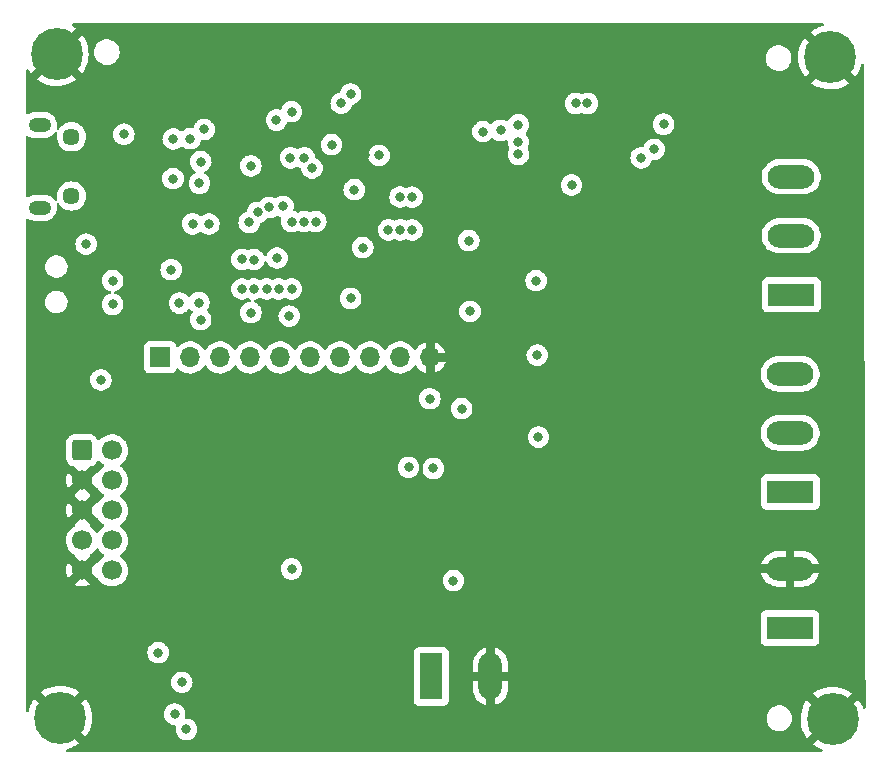
<source format=gbr>
%TF.GenerationSoftware,KiCad,Pcbnew,(6.0.5)*%
%TF.CreationDate,2022-05-23T21:52:17-04:00*%
%TF.ProjectId,HVAC_STM32_Motor_Controller,48564143-5f53-4544-9d33-325f4d6f746f,rev?*%
%TF.SameCoordinates,Original*%
%TF.FileFunction,Copper,L2,Inr*%
%TF.FilePolarity,Positive*%
%FSLAX46Y46*%
G04 Gerber Fmt 4.6, Leading zero omitted, Abs format (unit mm)*
G04 Created by KiCad (PCBNEW (6.0.5)) date 2022-05-23 21:52:17*
%MOMM*%
%LPD*%
G01*
G04 APERTURE LIST*
G04 Aperture macros list*
%AMRoundRect*
0 Rectangle with rounded corners*
0 $1 Rounding radius*
0 $2 $3 $4 $5 $6 $7 $8 $9 X,Y pos of 4 corners*
0 Add a 4 corners polygon primitive as box body*
4,1,4,$2,$3,$4,$5,$6,$7,$8,$9,$2,$3,0*
0 Add four circle primitives for the rounded corners*
1,1,$1+$1,$2,$3*
1,1,$1+$1,$4,$5*
1,1,$1+$1,$6,$7*
1,1,$1+$1,$8,$9*
0 Add four rect primitives between the rounded corners*
20,1,$1+$1,$2,$3,$4,$5,0*
20,1,$1+$1,$4,$5,$6,$7,0*
20,1,$1+$1,$6,$7,$8,$9,0*
20,1,$1+$1,$8,$9,$2,$3,0*%
G04 Aperture macros list end*
%TA.AperFunction,ComponentPad*%
%ADD10RoundRect,0.250000X-0.600000X-0.600000X0.600000X-0.600000X0.600000X0.600000X-0.600000X0.600000X0*%
%TD*%
%TA.AperFunction,ComponentPad*%
%ADD11C,1.700000*%
%TD*%
%TA.AperFunction,ComponentPad*%
%ADD12C,4.400000*%
%TD*%
%TA.AperFunction,ComponentPad*%
%ADD13R,3.960000X1.980000*%
%TD*%
%TA.AperFunction,ComponentPad*%
%ADD14O,3.960000X1.980000*%
%TD*%
%TA.AperFunction,ComponentPad*%
%ADD15O,1.900000X1.200000*%
%TD*%
%TA.AperFunction,ComponentPad*%
%ADD16C,1.450000*%
%TD*%
%TA.AperFunction,ComponentPad*%
%ADD17R,1.980000X3.960000*%
%TD*%
%TA.AperFunction,ComponentPad*%
%ADD18O,1.980000X3.960000*%
%TD*%
%TA.AperFunction,ComponentPad*%
%ADD19R,1.700000X1.700000*%
%TD*%
%TA.AperFunction,ComponentPad*%
%ADD20O,1.700000X1.700000*%
%TD*%
%TA.AperFunction,ViaPad*%
%ADD21C,0.800000*%
%TD*%
G04 APERTURE END LIST*
D10*
%TO.N,+3V3*%
%TO.C,J1*%
X104972500Y-101370000D03*
D11*
%TO.N,SWDIO*%
X107512500Y-101370000D03*
%TO.N,GND*%
X104972500Y-103910000D03*
%TO.N,SWCLK*%
X107512500Y-103910000D03*
%TO.N,GND*%
X104972500Y-106450000D03*
%TO.N,SWO*%
X107512500Y-106450000D03*
%TO.N,unconnected-(J1-Pad7)*%
X104972500Y-108990000D03*
%TO.N,unconnected-(J1-Pad8)*%
X107512500Y-108990000D03*
%TO.N,GND*%
X104972500Y-111530000D03*
%TO.N,NRST*%
X107512500Y-111530000D03*
%TD*%
D12*
%TO.N,GND*%
%TO.C,H2*%
X168300000Y-68100000D03*
%TD*%
D13*
%TO.N,BUCK_FB*%
%TO.C,J9*%
X164900000Y-116400000D03*
D14*
%TO.N,GND*%
X164900000Y-111400000D03*
%TD*%
D15*
%TO.N,unconnected-(J5-Pad6)*%
%TO.C,J5*%
X101362500Y-80825000D03*
X101362500Y-73825000D03*
D16*
X104062500Y-79825000D03*
X104062500Y-74825000D03*
%TD*%
D12*
%TO.N,GND*%
%TO.C,H3*%
X168500000Y-124100000D03*
%TD*%
D17*
%TO.N,VM*%
%TO.C,J3*%
X134535000Y-120500000D03*
D18*
%TO.N,GND*%
X139535000Y-120500000D03*
%TD*%
D12*
%TO.N,GND*%
%TO.C,H4*%
X103100000Y-124000000D03*
%TD*%
D13*
%TO.N,HALL1*%
%TO.C,J4*%
X164920000Y-104890000D03*
D14*
%TO.N,HALL2*%
X164920000Y-99890000D03*
%TO.N,HALL3*%
X164920000Y-94890000D03*
%TD*%
D13*
%TO.N,MOUT1*%
%TO.C,J6*%
X165010000Y-88195000D03*
D14*
%TO.N,MOUT2*%
X165010000Y-83195000D03*
%TO.N,MOUT3*%
X165010000Y-78195000D03*
%TD*%
D19*
%TO.N,+3V3*%
%TO.C,J2*%
X111575000Y-93500000D03*
D20*
%TO.N,I2C1_SCL*%
X114115000Y-93500000D03*
%TO.N,I2C1_SDA*%
X116655000Y-93500000D03*
%TO.N,SPI2_SCK*%
X119195000Y-93500000D03*
%TO.N,SPI2_MISO*%
X121735000Y-93500000D03*
%TO.N,SPI2_MOSI*%
X124275000Y-93500000D03*
%TO.N,SPI2_NSS*%
X126815000Y-93500000D03*
%TO.N,UART1_TX*%
X129355000Y-93500000D03*
%TO.N,UART1_RX*%
X131895000Y-93500000D03*
%TO.N,GND*%
X134435000Y-93500000D03*
%TD*%
D12*
%TO.N,GND*%
%TO.C,H1*%
X102800000Y-67800000D03*
%TD*%
D21*
%TO.N,GND*%
X117500000Y-104300000D03*
X108300000Y-79400000D03*
X120200000Y-102700000D03*
X152900000Y-106400000D03*
X157500000Y-70200000D03*
X120200000Y-115000000D03*
X151400000Y-70900000D03*
X119300000Y-71800000D03*
X143300000Y-79500000D03*
X151500000Y-114700000D03*
X129800000Y-106900000D03*
X143400000Y-69200000D03*
X143100000Y-90300000D03*
X128900000Y-99700000D03*
X125900000Y-122300000D03*
X105300000Y-78700000D03*
X143100000Y-84100000D03*
X152800000Y-109500000D03*
X129500000Y-80500000D03*
X104700000Y-92200000D03*
X114800000Y-102600000D03*
X151500000Y-117700000D03*
X117500000Y-110100000D03*
X133100000Y-99700000D03*
X130600000Y-72724500D03*
X143700000Y-67200000D03*
X114700000Y-85000000D03*
X128724500Y-87100000D03*
X128900000Y-76400000D03*
X117900000Y-72100000D03*
X116200000Y-72200000D03*
X124200000Y-84700000D03*
X156100000Y-69100000D03*
X117500000Y-113800000D03*
X154700000Y-70300000D03*
X151400000Y-72100000D03*
X143100000Y-97237500D03*
X117500000Y-100800000D03*
X111400000Y-115600000D03*
X117500000Y-112700000D03*
X128000000Y-123600000D03*
X140200000Y-79900000D03*
X154100000Y-107900000D03*
X112249951Y-82174549D03*
X153800000Y-116200000D03*
%TO.N,+3V3*%
X130100000Y-76400000D03*
X115006425Y-76924500D03*
X128724500Y-84200000D03*
X111400000Y-118500000D03*
X115300000Y-74200000D03*
X134700000Y-102900000D03*
X105300000Y-83900000D03*
X113800000Y-125000000D03*
X134400000Y-97000000D03*
X137800000Y-89600000D03*
X132600000Y-102800000D03*
X115700000Y-82200000D03*
X137700000Y-83600000D03*
X127700000Y-88500000D03*
X122500000Y-90000000D03*
X112800000Y-123700000D03*
X137100000Y-97837500D03*
%TO.N,BUCK_FB*%
X113400000Y-121000000D03*
X122700000Y-111400000D03*
%TO.N,+5VD*%
X108500000Y-74600000D03*
X136400000Y-112400000D03*
%TO.N,SWDIO*%
X107550000Y-89000000D03*
X107550000Y-87000000D03*
%TO.N,SWCLK*%
X114850000Y-88850000D03*
X118500000Y-85200000D03*
X113200000Y-88900000D03*
X118500000Y-87700000D03*
%TO.N,SWO*%
X119112000Y-82075500D03*
X106550000Y-95400000D03*
%TO.N,NRST*%
X128000000Y-79300000D03*
%TO.N,I2C1_SDA*%
X120600498Y-87699989D03*
X121475500Y-85081513D03*
%TO.N,SPI2_SCK*%
X119250000Y-89700000D03*
X119250000Y-77275500D03*
%TO.N,SPI2_MISO*%
X112662299Y-78362299D03*
X112675500Y-75000000D03*
X114124500Y-74975500D03*
%TO.N,SPI2_MOSI*%
X123750000Y-82000000D03*
%TO.N,SPI2_NSS*%
X124749503Y-82000000D03*
%TO.N,UART1_TX*%
X121975500Y-80700000D03*
X121600000Y-87700000D03*
%TO.N,UART1_RX*%
X122700000Y-82000000D03*
X122700000Y-87700000D03*
%TO.N,HALL1*%
X114900000Y-78750011D03*
X112500000Y-86075500D03*
X114312299Y-82187701D03*
%TO.N,HALL2*%
X119512299Y-85212299D03*
X115000000Y-90300000D03*
X119500000Y-87700000D03*
%TO.N,HALL3*%
X120800000Y-80800000D03*
%TO.N,CSENS1*%
X152300000Y-76600000D03*
X143400000Y-87000000D03*
%TO.N,CSENS3*%
X154200000Y-73749500D03*
X143600000Y-100237500D03*
%TO.N,CSENS2*%
X143500000Y-93300000D03*
X153400000Y-75873179D03*
%TO.N,ADC1_IN1*%
X132895825Y-79927792D03*
X132900000Y-82700000D03*
X124430159Y-77469841D03*
X126087701Y-75487701D03*
%TO.N,PWM2*%
X140400000Y-74275500D03*
X123775500Y-76602762D03*
%TO.N,ADC1_IN3*%
X131900494Y-82700037D03*
X131884023Y-79914996D03*
%TO.N,PWM1*%
X146400000Y-78900000D03*
X122700000Y-72700000D03*
%TO.N,PWM1_EN*%
X122600000Y-76600000D03*
X138900000Y-74375500D03*
%TO.N,ADC1_IN11*%
X121412000Y-73400000D03*
X130900992Y-82700000D03*
%TO.N,DRV_nSLEEP*%
X126900000Y-71974500D03*
X146750000Y-72000498D03*
%TO.N,DRV_nRESET*%
X147750000Y-72000000D03*
X127700000Y-71200000D03*
%TO.N,PWM3*%
X141900000Y-73800000D03*
X141900000Y-75274980D03*
%TO.N,PWM2_EN*%
X141900000Y-76300000D03*
X119824500Y-81220583D03*
%TD*%
%TA.AperFunction,Conductor*%
%TO.N,GND*%
G36*
X167732228Y-65228502D02*
G01*
X167778721Y-65282158D01*
X167788825Y-65352432D01*
X167759331Y-65417012D01*
X167699605Y-65455396D01*
X167686095Y-65458567D01*
X167670405Y-65461348D01*
X167663044Y-65463115D01*
X167357980Y-65556092D01*
X167350860Y-65558740D01*
X167059182Y-65687690D01*
X167052445Y-65691167D01*
X166778356Y-65854232D01*
X166772094Y-65858488D01*
X166682980Y-65927240D01*
X166674513Y-65938899D01*
X166681116Y-65950786D01*
X170450078Y-69719748D01*
X170463201Y-69726914D01*
X170473503Y-69719524D01*
X170500751Y-69686055D01*
X170505164Y-69679914D01*
X170675349Y-69410187D01*
X170679005Y-69403536D01*
X170815544Y-69115335D01*
X170818375Y-69108295D01*
X170919306Y-68805767D01*
X170921269Y-68798436D01*
X170943593Y-68689203D01*
X170976829Y-68626467D01*
X171038707Y-68591659D01*
X171109581Y-68595831D01*
X171166949Y-68637657D01*
X171192597Y-68703859D01*
X171193041Y-68714201D01*
X171281808Y-118468469D01*
X171290112Y-123122665D01*
X171270231Y-123190822D01*
X171216659Y-123237410D01*
X171146403Y-123247639D01*
X171081770Y-123218262D01*
X171043779Y-123160254D01*
X171038935Y-123144654D01*
X171036263Y-123137583D01*
X170905781Y-122846570D01*
X170902264Y-122839843D01*
X170737771Y-122566621D01*
X170733481Y-122560378D01*
X170672968Y-122482786D01*
X170661178Y-122474318D01*
X170649466Y-122480864D01*
X166880596Y-126249734D01*
X166873481Y-126262763D01*
X166881006Y-126273196D01*
X166925486Y-126309023D01*
X166931659Y-126313409D01*
X167202271Y-126482178D01*
X167208931Y-126485794D01*
X167497852Y-126620827D01*
X167504905Y-126623620D01*
X167572470Y-126645769D01*
X167630970Y-126685996D01*
X167658436Y-126751465D01*
X167646146Y-126821390D01*
X167598003Y-126873570D01*
X167533220Y-126891500D01*
X103740625Y-126891500D01*
X103672504Y-126871498D01*
X103626011Y-126817842D01*
X103615907Y-126747568D01*
X103645401Y-126682988D01*
X103705127Y-126644604D01*
X103706123Y-126644344D01*
X104015355Y-126553625D01*
X104022450Y-126551071D01*
X104315496Y-126425169D01*
X104322263Y-126421765D01*
X104598039Y-126261582D01*
X104604357Y-126257384D01*
X104716796Y-126172501D01*
X104725253Y-126161107D01*
X104718537Y-126148867D01*
X102570802Y-124001132D01*
X103635528Y-124001132D01*
X103635659Y-124002965D01*
X103639910Y-124009580D01*
X105250078Y-125619748D01*
X105263201Y-125626914D01*
X105273503Y-125619524D01*
X105300751Y-125586055D01*
X105305164Y-125579914D01*
X105475349Y-125310187D01*
X105479005Y-125303536D01*
X105615544Y-125015335D01*
X105618375Y-125008295D01*
X105719306Y-124705767D01*
X105721270Y-124698433D01*
X105785122Y-124385989D01*
X105786194Y-124378465D01*
X105812173Y-124059051D01*
X105812378Y-124054576D01*
X105812927Y-124002221D01*
X105812817Y-123997789D01*
X105794864Y-123700000D01*
X111886496Y-123700000D01*
X111887186Y-123706565D01*
X111903401Y-123860839D01*
X111906458Y-123889928D01*
X111965473Y-124071556D01*
X112060960Y-124236944D01*
X112065378Y-124241851D01*
X112065379Y-124241852D01*
X112116417Y-124298535D01*
X112188747Y-124378866D01*
X112343248Y-124491118D01*
X112349276Y-124493802D01*
X112349278Y-124493803D01*
X112511681Y-124566109D01*
X112517712Y-124568794D01*
X112611113Y-124588647D01*
X112698056Y-124607128D01*
X112698061Y-124607128D01*
X112704513Y-124608500D01*
X112798529Y-124608500D01*
X112866650Y-124628502D01*
X112913143Y-124682158D01*
X112923247Y-124752432D01*
X112918363Y-124773432D01*
X112906458Y-124810072D01*
X112905768Y-124816633D01*
X112905768Y-124816635D01*
X112897806Y-124892392D01*
X112886496Y-125000000D01*
X112887186Y-125006565D01*
X112900877Y-125136824D01*
X112906458Y-125189928D01*
X112965473Y-125371556D01*
X113060960Y-125536944D01*
X113188747Y-125678866D01*
X113343248Y-125791118D01*
X113349276Y-125793802D01*
X113349278Y-125793803D01*
X113369533Y-125802821D01*
X113517712Y-125868794D01*
X113611112Y-125888647D01*
X113698056Y-125907128D01*
X113698061Y-125907128D01*
X113704513Y-125908500D01*
X113895487Y-125908500D01*
X113901939Y-125907128D01*
X113901944Y-125907128D01*
X113988888Y-125888647D01*
X114082288Y-125868794D01*
X114230467Y-125802821D01*
X114250722Y-125793803D01*
X114250724Y-125793802D01*
X114256752Y-125791118D01*
X114411253Y-125678866D01*
X114539040Y-125536944D01*
X114634527Y-125371556D01*
X114693542Y-125189928D01*
X114699124Y-125136824D01*
X114712814Y-125006565D01*
X114713504Y-125000000D01*
X114702194Y-124892392D01*
X114694232Y-124816635D01*
X114694232Y-124816633D01*
X114693542Y-124810072D01*
X114634527Y-124628444D01*
X114539040Y-124463056D01*
X114489440Y-124407969D01*
X114415675Y-124326045D01*
X114415674Y-124326044D01*
X114411253Y-124321134D01*
X114256752Y-124208882D01*
X114250724Y-124206198D01*
X114250722Y-124206197D01*
X114088319Y-124133891D01*
X114088318Y-124133891D01*
X114082288Y-124131206D01*
X113985698Y-124110675D01*
X113901944Y-124092872D01*
X113901939Y-124092872D01*
X113895487Y-124091500D01*
X113801471Y-124091500D01*
X113733350Y-124071498D01*
X113690017Y-124021489D01*
X162911227Y-124021489D01*
X162924263Y-124220380D01*
X162925684Y-124225976D01*
X162925685Y-124225981D01*
X162951099Y-124326045D01*
X162973326Y-124413564D01*
X162975743Y-124418807D01*
X163010317Y-124493803D01*
X163056772Y-124594573D01*
X163060105Y-124599289D01*
X163168336Y-124752432D01*
X163171807Y-124757344D01*
X163314578Y-124896425D01*
X163480304Y-125007160D01*
X163485607Y-125009438D01*
X163485610Y-125009440D01*
X163658128Y-125083559D01*
X163663435Y-125085839D01*
X163735516Y-125102149D01*
X163852201Y-125128553D01*
X163852207Y-125128554D01*
X163857838Y-125129828D01*
X163863609Y-125130055D01*
X163863611Y-125130055D01*
X163924556Y-125132449D01*
X164057001Y-125137653D01*
X164156959Y-125123160D01*
X164248535Y-125109883D01*
X164248540Y-125109882D01*
X164254256Y-125109053D01*
X164259728Y-125107195D01*
X164259730Y-125107195D01*
X164437532Y-125046839D01*
X164437534Y-125046838D01*
X164442996Y-125044984D01*
X164616899Y-124947594D01*
X164770143Y-124820143D01*
X164897594Y-124666899D01*
X164994984Y-124492996D01*
X165003207Y-124468774D01*
X165057195Y-124309730D01*
X165057195Y-124309728D01*
X165059053Y-124304256D01*
X165059882Y-124298540D01*
X165059883Y-124298535D01*
X165083754Y-124133891D01*
X165087653Y-124107001D01*
X165088481Y-124075383D01*
X165787388Y-124075383D01*
X165803245Y-124393914D01*
X165804076Y-124401443D01*
X165858085Y-124715759D01*
X165859818Y-124723146D01*
X165951196Y-125028695D01*
X165953799Y-125035808D01*
X166081227Y-125328173D01*
X166084669Y-125334929D01*
X166246296Y-125609865D01*
X166250519Y-125616150D01*
X166327396Y-125716883D01*
X166338921Y-125725345D01*
X166350986Y-125718684D01*
X167956858Y-124112812D01*
X167964472Y-124098868D01*
X167964341Y-124097035D01*
X167960090Y-124090420D01*
X166350558Y-122480888D01*
X166337623Y-122473825D01*
X166327061Y-122481485D01*
X166282766Y-122537071D01*
X166278410Y-122543270D01*
X166111059Y-122814764D01*
X166107479Y-122821440D01*
X165973956Y-123111074D01*
X165971206Y-123118125D01*
X165873444Y-123421708D01*
X165871561Y-123429041D01*
X165810979Y-123742170D01*
X165809992Y-123749670D01*
X165787467Y-124067802D01*
X165787388Y-124075383D01*
X165088481Y-124075383D01*
X165089146Y-124050000D01*
X165071966Y-123863033D01*
X165071437Y-123857273D01*
X165071436Y-123857270D01*
X165070908Y-123851519D01*
X165042184Y-123749670D01*
X165018373Y-123665244D01*
X165018372Y-123665242D01*
X165016805Y-123659685D01*
X165003746Y-123633202D01*
X164931205Y-123486104D01*
X164928650Y-123480923D01*
X164916366Y-123464472D01*
X164812850Y-123325849D01*
X164809393Y-123321219D01*
X164663030Y-123185922D01*
X164658147Y-123182841D01*
X164658143Y-123182838D01*
X164499346Y-123082645D01*
X164499341Y-123082643D01*
X164494462Y-123079564D01*
X164309334Y-123005705D01*
X164113847Y-122966820D01*
X164108072Y-122966744D01*
X164108068Y-122966744D01*
X164008588Y-122965442D01*
X163914547Y-122964211D01*
X163908850Y-122965190D01*
X163908849Y-122965190D01*
X163723805Y-122996987D01*
X163718108Y-122997966D01*
X163531111Y-123066953D01*
X163526149Y-123069905D01*
X163412392Y-123137583D01*
X163359816Y-123168862D01*
X163209961Y-123300281D01*
X163086565Y-123456809D01*
X162993760Y-123633202D01*
X162934654Y-123823554D01*
X162911227Y-124021489D01*
X113690017Y-124021489D01*
X113686857Y-124017842D01*
X113676753Y-123947568D01*
X113681638Y-123926563D01*
X113691503Y-123896202D01*
X113693542Y-123889928D01*
X113696600Y-123860839D01*
X113712814Y-123706565D01*
X113713504Y-123700000D01*
X113698799Y-123560090D01*
X113694232Y-123516635D01*
X113694232Y-123516633D01*
X113693542Y-123510072D01*
X113634527Y-123328444D01*
X113620883Y-123304811D01*
X113554507Y-123189846D01*
X113539040Y-123163056D01*
X113432432Y-123044655D01*
X113415675Y-123026045D01*
X113415674Y-123026044D01*
X113411253Y-123021134D01*
X113299473Y-122939921D01*
X113262094Y-122912763D01*
X113262093Y-122912762D01*
X113256752Y-122908882D01*
X113250724Y-122906198D01*
X113250722Y-122906197D01*
X113088319Y-122833891D01*
X113088318Y-122833891D01*
X113082288Y-122831206D01*
X112988887Y-122811353D01*
X112901944Y-122792872D01*
X112901939Y-122792872D01*
X112895487Y-122791500D01*
X112704513Y-122791500D01*
X112698061Y-122792872D01*
X112698056Y-122792872D01*
X112611113Y-122811353D01*
X112517712Y-122831206D01*
X112511682Y-122833891D01*
X112511681Y-122833891D01*
X112349278Y-122906197D01*
X112349276Y-122906198D01*
X112343248Y-122908882D01*
X112337907Y-122912762D01*
X112337906Y-122912763D01*
X112300527Y-122939921D01*
X112188747Y-123021134D01*
X112184326Y-123026044D01*
X112184325Y-123026045D01*
X112167569Y-123044655D01*
X112060960Y-123163056D01*
X112045493Y-123189846D01*
X111979118Y-123304811D01*
X111965473Y-123328444D01*
X111906458Y-123510072D01*
X111905768Y-123516633D01*
X111905768Y-123516635D01*
X111901201Y-123560090D01*
X111886496Y-123700000D01*
X105794864Y-123700000D01*
X105793529Y-123677853D01*
X105792621Y-123670351D01*
X105735319Y-123356593D01*
X105733518Y-123349260D01*
X105638935Y-123044655D01*
X105636263Y-123037583D01*
X105505781Y-122746570D01*
X105502264Y-122739843D01*
X105374805Y-122528134D01*
X133036500Y-122528134D01*
X133043255Y-122590316D01*
X133094385Y-122726705D01*
X133181739Y-122843261D01*
X133298295Y-122930615D01*
X133434684Y-122981745D01*
X133496866Y-122988500D01*
X135573134Y-122988500D01*
X135635316Y-122981745D01*
X135771705Y-122930615D01*
X135888261Y-122843261D01*
X135975615Y-122726705D01*
X136026745Y-122590316D01*
X136033500Y-122528134D01*
X136033500Y-121549857D01*
X138037000Y-121549857D01*
X138037212Y-121555030D01*
X138051626Y-121730350D01*
X138053309Y-121740512D01*
X138110800Y-121969396D01*
X138114121Y-121979151D01*
X138208218Y-122195557D01*
X138213096Y-122204655D01*
X138341273Y-122402787D01*
X138347563Y-122410956D01*
X138506387Y-122585501D01*
X138513920Y-122592526D01*
X138699120Y-122738787D01*
X138707707Y-122744492D01*
X138914297Y-122858536D01*
X138923709Y-122862766D01*
X139145528Y-122941316D01*
X139155459Y-122940227D01*
X139160000Y-122925668D01*
X139160000Y-122925386D01*
X139910000Y-122925386D01*
X139913973Y-122938917D01*
X139920955Y-122939921D01*
X140112570Y-122877291D01*
X140122079Y-122873294D01*
X140331395Y-122764331D01*
X140340120Y-122758837D01*
X140528835Y-122617146D01*
X140536542Y-122610303D01*
X140699584Y-122439690D01*
X140706067Y-122431684D01*
X140839057Y-122236726D01*
X140844143Y-122227774D01*
X140943506Y-122013715D01*
X140947060Y-122004055D01*
X140965129Y-121938899D01*
X166874513Y-121938899D01*
X166881116Y-121950786D01*
X168487188Y-123556858D01*
X168501132Y-123564472D01*
X168502965Y-123564341D01*
X168509580Y-123560090D01*
X170118873Y-121950797D01*
X170125885Y-121937956D01*
X170118090Y-121927267D01*
X170051298Y-121874613D01*
X170045075Y-121870288D01*
X169772702Y-121704357D01*
X169766025Y-121700822D01*
X169475686Y-121568813D01*
X169468616Y-121566099D01*
X169164537Y-121469932D01*
X169157186Y-121468085D01*
X168843746Y-121409142D01*
X168836237Y-121408194D01*
X168517989Y-121387335D01*
X168510424Y-121387295D01*
X168191964Y-121404821D01*
X168184450Y-121405690D01*
X167870405Y-121461348D01*
X167863044Y-121463115D01*
X167557980Y-121556092D01*
X167550860Y-121558740D01*
X167259182Y-121687690D01*
X167252445Y-121691167D01*
X166978356Y-121854232D01*
X166972094Y-121858488D01*
X166882980Y-121927240D01*
X166874513Y-121938899D01*
X140965129Y-121938899D01*
X141010130Y-121776631D01*
X141012057Y-121766527D01*
X141032644Y-121573898D01*
X141033000Y-121567206D01*
X141033000Y-120893115D01*
X141028525Y-120877876D01*
X141027135Y-120876671D01*
X141019452Y-120875000D01*
X139928115Y-120875000D01*
X139912876Y-120879475D01*
X139911671Y-120880865D01*
X139910000Y-120888548D01*
X139910000Y-122925386D01*
X139160000Y-122925386D01*
X139160000Y-120893115D01*
X139155525Y-120877876D01*
X139154135Y-120876671D01*
X139146452Y-120875000D01*
X138055115Y-120875000D01*
X138039876Y-120879475D01*
X138038671Y-120880865D01*
X138037000Y-120888548D01*
X138037000Y-121549857D01*
X136033500Y-121549857D01*
X136033500Y-120106885D01*
X138037000Y-120106885D01*
X138041475Y-120122124D01*
X138042865Y-120123329D01*
X138050548Y-120125000D01*
X139141885Y-120125000D01*
X139157124Y-120120525D01*
X139158329Y-120119135D01*
X139160000Y-120111452D01*
X139160000Y-120106885D01*
X139910000Y-120106885D01*
X139914475Y-120122124D01*
X139915865Y-120123329D01*
X139923548Y-120125000D01*
X141014885Y-120125000D01*
X141030124Y-120120525D01*
X141031329Y-120119135D01*
X141033000Y-120111452D01*
X141033000Y-119450143D01*
X141032788Y-119444970D01*
X141018374Y-119269650D01*
X141016691Y-119259488D01*
X140959200Y-119030604D01*
X140955879Y-119020849D01*
X140861782Y-118804443D01*
X140856904Y-118795345D01*
X140728727Y-118597213D01*
X140722437Y-118589044D01*
X140563613Y-118414499D01*
X140556080Y-118407474D01*
X140370880Y-118261213D01*
X140362293Y-118255508D01*
X140155703Y-118141464D01*
X140146291Y-118137234D01*
X139924472Y-118058684D01*
X139914541Y-118059773D01*
X139910000Y-118074332D01*
X139910000Y-120106885D01*
X139160000Y-120106885D01*
X139160000Y-118074614D01*
X139156027Y-118061083D01*
X139149045Y-118060079D01*
X138957430Y-118122709D01*
X138947921Y-118126706D01*
X138738605Y-118235669D01*
X138729880Y-118241163D01*
X138541165Y-118382854D01*
X138533458Y-118389697D01*
X138370416Y-118560310D01*
X138363933Y-118568316D01*
X138230943Y-118763274D01*
X138225857Y-118772226D01*
X138126494Y-118986285D01*
X138122940Y-118995945D01*
X138059870Y-119223369D01*
X138057943Y-119233473D01*
X138037356Y-119426102D01*
X138037000Y-119432794D01*
X138037000Y-120106885D01*
X136033500Y-120106885D01*
X136033500Y-118471866D01*
X136026745Y-118409684D01*
X135975615Y-118273295D01*
X135888261Y-118156739D01*
X135771705Y-118069385D01*
X135635316Y-118018255D01*
X135573134Y-118011500D01*
X133496866Y-118011500D01*
X133434684Y-118018255D01*
X133298295Y-118069385D01*
X133181739Y-118156739D01*
X133094385Y-118273295D01*
X133043255Y-118409684D01*
X133036500Y-118471866D01*
X133036500Y-122528134D01*
X105374805Y-122528134D01*
X105337771Y-122466621D01*
X105333481Y-122460378D01*
X105272968Y-122382786D01*
X105261178Y-122374318D01*
X105249466Y-122380864D01*
X103643142Y-123987188D01*
X103635528Y-124001132D01*
X102570802Y-124001132D01*
X100950558Y-122380888D01*
X100937623Y-122373825D01*
X100927061Y-122381485D01*
X100882766Y-122437071D01*
X100878410Y-122443270D01*
X100711059Y-122714764D01*
X100707479Y-122721440D01*
X100573956Y-123011074D01*
X100571206Y-123018125D01*
X100473444Y-123321708D01*
X100471561Y-123329041D01*
X100458206Y-123398071D01*
X100425628Y-123461152D01*
X100364118Y-123496606D01*
X100293205Y-123493178D01*
X100235402Y-123451954D01*
X100209062Y-123386025D01*
X100208500Y-123374137D01*
X100208500Y-121838899D01*
X101474513Y-121838899D01*
X101481116Y-121850786D01*
X103087188Y-123456858D01*
X103101132Y-123464472D01*
X103102965Y-123464341D01*
X103109580Y-123460090D01*
X104718873Y-121850797D01*
X104725885Y-121837956D01*
X104718090Y-121827267D01*
X104651298Y-121774613D01*
X104645075Y-121770288D01*
X104372702Y-121604357D01*
X104366025Y-121600822D01*
X104075686Y-121468813D01*
X104068616Y-121466099D01*
X103764537Y-121369932D01*
X103757186Y-121368085D01*
X103443746Y-121309142D01*
X103436237Y-121308194D01*
X103117989Y-121287335D01*
X103110424Y-121287295D01*
X102791964Y-121304821D01*
X102784450Y-121305690D01*
X102470405Y-121361348D01*
X102463044Y-121363115D01*
X102157980Y-121456092D01*
X102150860Y-121458740D01*
X101859182Y-121587690D01*
X101852445Y-121591167D01*
X101578356Y-121754232D01*
X101572094Y-121758488D01*
X101482980Y-121827240D01*
X101474513Y-121838899D01*
X100208500Y-121838899D01*
X100208500Y-121000000D01*
X112486496Y-121000000D01*
X112506458Y-121189928D01*
X112565473Y-121371556D01*
X112568776Y-121377278D01*
X112568777Y-121377279D01*
X112585180Y-121405690D01*
X112660960Y-121536944D01*
X112665378Y-121541851D01*
X112665379Y-121541852D01*
X112718476Y-121600822D01*
X112788747Y-121678866D01*
X112873595Y-121740512D01*
X112909402Y-121766527D01*
X112943248Y-121791118D01*
X112949276Y-121793802D01*
X112949278Y-121793803D01*
X113085005Y-121854232D01*
X113117712Y-121868794D01*
X113211112Y-121888647D01*
X113298056Y-121907128D01*
X113298061Y-121907128D01*
X113304513Y-121908500D01*
X113495487Y-121908500D01*
X113501939Y-121907128D01*
X113501944Y-121907128D01*
X113588888Y-121888647D01*
X113682288Y-121868794D01*
X113714995Y-121854232D01*
X113850722Y-121793803D01*
X113850724Y-121793802D01*
X113856752Y-121791118D01*
X113890599Y-121766527D01*
X113926405Y-121740512D01*
X114011253Y-121678866D01*
X114081524Y-121600822D01*
X114134621Y-121541852D01*
X114134622Y-121541851D01*
X114139040Y-121536944D01*
X114214820Y-121405690D01*
X114231223Y-121377279D01*
X114231224Y-121377278D01*
X114234527Y-121371556D01*
X114293542Y-121189928D01*
X114313504Y-121000000D01*
X114300983Y-120880865D01*
X114294232Y-120816635D01*
X114294232Y-120816633D01*
X114293542Y-120810072D01*
X114234527Y-120628444D01*
X114139040Y-120463056D01*
X114011253Y-120321134D01*
X113856752Y-120208882D01*
X113850724Y-120206198D01*
X113850722Y-120206197D01*
X113688319Y-120133891D01*
X113688318Y-120133891D01*
X113682288Y-120131206D01*
X113588887Y-120111353D01*
X113501944Y-120092872D01*
X113501939Y-120092872D01*
X113495487Y-120091500D01*
X113304513Y-120091500D01*
X113298061Y-120092872D01*
X113298056Y-120092872D01*
X113211113Y-120111353D01*
X113117712Y-120131206D01*
X113111682Y-120133891D01*
X113111681Y-120133891D01*
X112949278Y-120206197D01*
X112949276Y-120206198D01*
X112943248Y-120208882D01*
X112788747Y-120321134D01*
X112660960Y-120463056D01*
X112565473Y-120628444D01*
X112506458Y-120810072D01*
X112505768Y-120816633D01*
X112505768Y-120816635D01*
X112499017Y-120880865D01*
X112486496Y-121000000D01*
X100208500Y-121000000D01*
X100208500Y-118500000D01*
X110486496Y-118500000D01*
X110506458Y-118689928D01*
X110565473Y-118871556D01*
X110660960Y-119036944D01*
X110788747Y-119178866D01*
X110943248Y-119291118D01*
X110949276Y-119293802D01*
X110949278Y-119293803D01*
X111111681Y-119366109D01*
X111117712Y-119368794D01*
X111211112Y-119388647D01*
X111298056Y-119407128D01*
X111298061Y-119407128D01*
X111304513Y-119408500D01*
X111495487Y-119408500D01*
X111501939Y-119407128D01*
X111501944Y-119407128D01*
X111588888Y-119388647D01*
X111682288Y-119368794D01*
X111688319Y-119366109D01*
X111850722Y-119293803D01*
X111850724Y-119293802D01*
X111856752Y-119291118D01*
X112011253Y-119178866D01*
X112139040Y-119036944D01*
X112234527Y-118871556D01*
X112293542Y-118689928D01*
X112313504Y-118500000D01*
X112293542Y-118310072D01*
X112234527Y-118128444D01*
X112139040Y-117963056D01*
X112075600Y-117892598D01*
X112015675Y-117826045D01*
X112015674Y-117826044D01*
X112011253Y-117821134D01*
X111856752Y-117708882D01*
X111850724Y-117706198D01*
X111850722Y-117706197D01*
X111688319Y-117633891D01*
X111688318Y-117633891D01*
X111682288Y-117631206D01*
X111588887Y-117611353D01*
X111501944Y-117592872D01*
X111501939Y-117592872D01*
X111495487Y-117591500D01*
X111304513Y-117591500D01*
X111298061Y-117592872D01*
X111298056Y-117592872D01*
X111211113Y-117611353D01*
X111117712Y-117631206D01*
X111111682Y-117633891D01*
X111111681Y-117633891D01*
X110949278Y-117706197D01*
X110949276Y-117706198D01*
X110943248Y-117708882D01*
X110788747Y-117821134D01*
X110784326Y-117826044D01*
X110784325Y-117826045D01*
X110724401Y-117892598D01*
X110660960Y-117963056D01*
X110565473Y-118128444D01*
X110506458Y-118310072D01*
X110486496Y-118500000D01*
X100208500Y-118500000D01*
X100208500Y-117438134D01*
X162411500Y-117438134D01*
X162418255Y-117500316D01*
X162469385Y-117636705D01*
X162556739Y-117753261D01*
X162673295Y-117840615D01*
X162809684Y-117891745D01*
X162871866Y-117898500D01*
X166928134Y-117898500D01*
X166990316Y-117891745D01*
X167126705Y-117840615D01*
X167243261Y-117753261D01*
X167330615Y-117636705D01*
X167381745Y-117500316D01*
X167388500Y-117438134D01*
X167388500Y-115361866D01*
X167381745Y-115299684D01*
X167330615Y-115163295D01*
X167243261Y-115046739D01*
X167126705Y-114959385D01*
X166990316Y-114908255D01*
X166928134Y-114901500D01*
X162871866Y-114901500D01*
X162809684Y-114908255D01*
X162673295Y-114959385D01*
X162556739Y-115046739D01*
X162469385Y-115163295D01*
X162418255Y-115299684D01*
X162411500Y-115361866D01*
X162411500Y-117438134D01*
X100208500Y-117438134D01*
X100208500Y-112717967D01*
X104320483Y-112717967D01*
X104325764Y-112725021D01*
X104379255Y-112756279D01*
X104388542Y-112760729D01*
X104587501Y-112836703D01*
X104597399Y-112839579D01*
X104806095Y-112882038D01*
X104816323Y-112883257D01*
X105029150Y-112891062D01*
X105039436Y-112890595D01*
X105250685Y-112863534D01*
X105260762Y-112861392D01*
X105464755Y-112800191D01*
X105474342Y-112796433D01*
X105615305Y-112727376D01*
X105625710Y-112717853D01*
X105623649Y-112711479D01*
X104985312Y-112073142D01*
X104971368Y-112065528D01*
X104969535Y-112065659D01*
X104962920Y-112069910D01*
X104327243Y-112705587D01*
X104320483Y-112717967D01*
X100208500Y-112717967D01*
X100208500Y-111501863D01*
X103610550Y-111501863D01*
X103622809Y-111714477D01*
X103624245Y-111724697D01*
X103671065Y-111932446D01*
X103674144Y-111942274D01*
X103754270Y-112139602D01*
X103758915Y-112148798D01*
X103773941Y-112173318D01*
X103784397Y-112182778D01*
X103793176Y-112178994D01*
X104429358Y-111542812D01*
X104436972Y-111528868D01*
X104436841Y-111527035D01*
X104432590Y-111520420D01*
X103794600Y-110882430D01*
X103782220Y-110875670D01*
X103777253Y-110879389D01*
X103695839Y-111054783D01*
X103692275Y-111064470D01*
X103635364Y-111269681D01*
X103633433Y-111279800D01*
X103610802Y-111491574D01*
X103610550Y-111501863D01*
X100208500Y-111501863D01*
X100208500Y-108956695D01*
X103609751Y-108956695D01*
X103610048Y-108961848D01*
X103610048Y-108961851D01*
X103615511Y-109056590D01*
X103622610Y-109179715D01*
X103623747Y-109184761D01*
X103623748Y-109184767D01*
X103643619Y-109272939D01*
X103671722Y-109397639D01*
X103755766Y-109604616D01*
X103806519Y-109687438D01*
X103869791Y-109790688D01*
X103872487Y-109795088D01*
X104018750Y-109963938D01*
X104190626Y-110106632D01*
X104263945Y-110149476D01*
X104280218Y-110158985D01*
X104328941Y-110210624D01*
X104342012Y-110280407D01*
X104323083Y-110326979D01*
X104319678Y-110341263D01*
X104322693Y-110349863D01*
X104959688Y-110986858D01*
X104973632Y-110994472D01*
X104975465Y-110994341D01*
X104982080Y-110990090D01*
X105617490Y-110354680D01*
X105625104Y-110340736D01*
X105624969Y-110338840D01*
X105603444Y-110281130D01*
X105618536Y-110211756D01*
X105664611Y-110163909D01*
X105665844Y-110163174D01*
X105670494Y-110160896D01*
X105852360Y-110031173D01*
X106010596Y-109873489D01*
X106070094Y-109790689D01*
X106140953Y-109692077D01*
X106142276Y-109693028D01*
X106189145Y-109649857D01*
X106259080Y-109637625D01*
X106324526Y-109665144D01*
X106352375Y-109696994D01*
X106412487Y-109795088D01*
X106558750Y-109963938D01*
X106730626Y-110106632D01*
X106801095Y-110147811D01*
X106803945Y-110149476D01*
X106852669Y-110201114D01*
X106865740Y-110270897D01*
X106839009Y-110336669D01*
X106798555Y-110370027D01*
X106786107Y-110376507D01*
X106781974Y-110379610D01*
X106781971Y-110379612D01*
X106746606Y-110406165D01*
X106607465Y-110510635D01*
X106453129Y-110672138D01*
X106450215Y-110676410D01*
X106450214Y-110676411D01*
X106337332Y-110841890D01*
X106282421Y-110886893D01*
X106211896Y-110895064D01*
X106172202Y-110876347D01*
X106163712Y-110875153D01*
X106152529Y-110880301D01*
X105515642Y-111517188D01*
X105508028Y-111531132D01*
X105508159Y-111532965D01*
X105512410Y-111539580D01*
X106148921Y-112176091D01*
X106162302Y-112183398D01*
X106225367Y-112159876D01*
X106294742Y-112174967D01*
X106341790Y-112219721D01*
X106409787Y-112330683D01*
X106409791Y-112330688D01*
X106412487Y-112335088D01*
X106558750Y-112503938D01*
X106730626Y-112646632D01*
X106923500Y-112759338D01*
X106928325Y-112761180D01*
X106928326Y-112761181D01*
X106970483Y-112777279D01*
X107132192Y-112839030D01*
X107137260Y-112840061D01*
X107137263Y-112840062D01*
X107242104Y-112861392D01*
X107351097Y-112883567D01*
X107356272Y-112883757D01*
X107356274Y-112883757D01*
X107569173Y-112891564D01*
X107569177Y-112891564D01*
X107574337Y-112891753D01*
X107579457Y-112891097D01*
X107579459Y-112891097D01*
X107790788Y-112864025D01*
X107790789Y-112864025D01*
X107795916Y-112863368D01*
X107800866Y-112861883D01*
X108004929Y-112800661D01*
X108004934Y-112800659D01*
X108009884Y-112799174D01*
X108210494Y-112700896D01*
X108392360Y-112571173D01*
X108550596Y-112413489D01*
X108555572Y-112406565D01*
X108560289Y-112400000D01*
X135486496Y-112400000D01*
X135487186Y-112406565D01*
X135504476Y-112571067D01*
X135506458Y-112589928D01*
X135565473Y-112771556D01*
X135568776Y-112777278D01*
X135568777Y-112777279D01*
X135581418Y-112799174D01*
X135660960Y-112936944D01*
X135788747Y-113078866D01*
X135943248Y-113191118D01*
X135949276Y-113193802D01*
X135949278Y-113193803D01*
X136111681Y-113266109D01*
X136117712Y-113268794D01*
X136211113Y-113288647D01*
X136298056Y-113307128D01*
X136298061Y-113307128D01*
X136304513Y-113308500D01*
X136495487Y-113308500D01*
X136501939Y-113307128D01*
X136501944Y-113307128D01*
X136588888Y-113288647D01*
X136682288Y-113268794D01*
X136688319Y-113266109D01*
X136850722Y-113193803D01*
X136850724Y-113193802D01*
X136856752Y-113191118D01*
X137011253Y-113078866D01*
X137139040Y-112936944D01*
X137218582Y-112799174D01*
X137231223Y-112777279D01*
X137231224Y-112777278D01*
X137234527Y-112771556D01*
X137293542Y-112589928D01*
X137295525Y-112571067D01*
X137312814Y-112406565D01*
X137313504Y-112400000D01*
X137296296Y-112236277D01*
X137294232Y-112216635D01*
X137294232Y-112216633D01*
X137293542Y-112210072D01*
X137234527Y-112028444D01*
X137139040Y-111863056D01*
X137069619Y-111785955D01*
X162460079Y-111785955D01*
X162522709Y-111977570D01*
X162526706Y-111987079D01*
X162635669Y-112196395D01*
X162641163Y-112205120D01*
X162782854Y-112393835D01*
X162789697Y-112401542D01*
X162960310Y-112564584D01*
X162968316Y-112571067D01*
X163163274Y-112704057D01*
X163172226Y-112709143D01*
X163386285Y-112808506D01*
X163395945Y-112812060D01*
X163623369Y-112875130D01*
X163633473Y-112877057D01*
X163826102Y-112897644D01*
X163832794Y-112898000D01*
X164506885Y-112898000D01*
X164522124Y-112893525D01*
X164523329Y-112892135D01*
X164525000Y-112884452D01*
X164525000Y-112879885D01*
X165275000Y-112879885D01*
X165279475Y-112895124D01*
X165280865Y-112896329D01*
X165288548Y-112898000D01*
X165949857Y-112898000D01*
X165955030Y-112897788D01*
X166130350Y-112883374D01*
X166140512Y-112881691D01*
X166369396Y-112824200D01*
X166379151Y-112820879D01*
X166595557Y-112726782D01*
X166604655Y-112721904D01*
X166802787Y-112593727D01*
X166810956Y-112587437D01*
X166985501Y-112428613D01*
X166992528Y-112421077D01*
X167138787Y-112235880D01*
X167144492Y-112227293D01*
X167258536Y-112020703D01*
X167262766Y-112011291D01*
X167341316Y-111789472D01*
X167340227Y-111779541D01*
X167325668Y-111775000D01*
X165293115Y-111775000D01*
X165277876Y-111779475D01*
X165276671Y-111780865D01*
X165275000Y-111788548D01*
X165275000Y-112879885D01*
X164525000Y-112879885D01*
X164525000Y-111793115D01*
X164520525Y-111777876D01*
X164519135Y-111776671D01*
X164511452Y-111775000D01*
X162474614Y-111775000D01*
X162461083Y-111778973D01*
X162460079Y-111785955D01*
X137069619Y-111785955D01*
X137063784Y-111779475D01*
X137015675Y-111726045D01*
X137015674Y-111726044D01*
X137011253Y-111721134D01*
X136856752Y-111608882D01*
X136850724Y-111606198D01*
X136850722Y-111606197D01*
X136688319Y-111533891D01*
X136688318Y-111533891D01*
X136682288Y-111531206D01*
X136588888Y-111511353D01*
X136501944Y-111492872D01*
X136501939Y-111492872D01*
X136495487Y-111491500D01*
X136304513Y-111491500D01*
X136298061Y-111492872D01*
X136298056Y-111492872D01*
X136211113Y-111511353D01*
X136117712Y-111531206D01*
X136111682Y-111533891D01*
X136111681Y-111533891D01*
X135949278Y-111606197D01*
X135949276Y-111606198D01*
X135943248Y-111608882D01*
X135788747Y-111721134D01*
X135784326Y-111726044D01*
X135784325Y-111726045D01*
X135736217Y-111779475D01*
X135660960Y-111863056D01*
X135565473Y-112028444D01*
X135506458Y-112210072D01*
X135505768Y-112216633D01*
X135505768Y-112216635D01*
X135503704Y-112236277D01*
X135486496Y-112400000D01*
X108560289Y-112400000D01*
X108677935Y-112236277D01*
X108680953Y-112232077D01*
X108683318Y-112227293D01*
X108777636Y-112036453D01*
X108777637Y-112036451D01*
X108779930Y-112031811D01*
X108844870Y-111818069D01*
X108874029Y-111596590D01*
X108875656Y-111530000D01*
X108864968Y-111400000D01*
X121786496Y-111400000D01*
X121787186Y-111406565D01*
X121799153Y-111520420D01*
X121806458Y-111589928D01*
X121865473Y-111771556D01*
X121868776Y-111777278D01*
X121868777Y-111777279D01*
X121892327Y-111818069D01*
X121960960Y-111936944D01*
X121965378Y-111941851D01*
X121965379Y-111941852D01*
X122049006Y-112034729D01*
X122088747Y-112078866D01*
X122172343Y-112139602D01*
X122218749Y-112173318D01*
X122243248Y-112191118D01*
X122249276Y-112193802D01*
X122249278Y-112193803D01*
X122344677Y-112236277D01*
X122417712Y-112268794D01*
X122511112Y-112288647D01*
X122598056Y-112307128D01*
X122598061Y-112307128D01*
X122604513Y-112308500D01*
X122795487Y-112308500D01*
X122801939Y-112307128D01*
X122801944Y-112307128D01*
X122888888Y-112288647D01*
X122982288Y-112268794D01*
X123055323Y-112236277D01*
X123150722Y-112193803D01*
X123150724Y-112193802D01*
X123156752Y-112191118D01*
X123181252Y-112173318D01*
X123227657Y-112139602D01*
X123311253Y-112078866D01*
X123350994Y-112034729D01*
X123434621Y-111941852D01*
X123434622Y-111941851D01*
X123439040Y-111936944D01*
X123507673Y-111818069D01*
X123531223Y-111777279D01*
X123531224Y-111777278D01*
X123534527Y-111771556D01*
X123593542Y-111589928D01*
X123600848Y-111520420D01*
X123612814Y-111406565D01*
X123613504Y-111400000D01*
X123593542Y-111210072D01*
X123534527Y-111028444D01*
X123529153Y-111019135D01*
X123524184Y-111010528D01*
X162458684Y-111010528D01*
X162459773Y-111020459D01*
X162474332Y-111025000D01*
X164506885Y-111025000D01*
X164522124Y-111020525D01*
X164523329Y-111019135D01*
X164525000Y-111011452D01*
X164525000Y-111006885D01*
X165275000Y-111006885D01*
X165279475Y-111022124D01*
X165280865Y-111023329D01*
X165288548Y-111025000D01*
X167325386Y-111025000D01*
X167338917Y-111021027D01*
X167339921Y-111014045D01*
X167277291Y-110822430D01*
X167273294Y-110812921D01*
X167164331Y-110603605D01*
X167158837Y-110594880D01*
X167017146Y-110406165D01*
X167010303Y-110398458D01*
X166839690Y-110235416D01*
X166831684Y-110228933D01*
X166636726Y-110095943D01*
X166627774Y-110090857D01*
X166413715Y-109991494D01*
X166404055Y-109987940D01*
X166176631Y-109924870D01*
X166166527Y-109922943D01*
X165973898Y-109902356D01*
X165967206Y-109902000D01*
X165293115Y-109902000D01*
X165277876Y-109906475D01*
X165276671Y-109907865D01*
X165275000Y-109915548D01*
X165275000Y-111006885D01*
X164525000Y-111006885D01*
X164525000Y-109920115D01*
X164520525Y-109904876D01*
X164519135Y-109903671D01*
X164511452Y-109902000D01*
X163850143Y-109902000D01*
X163844970Y-109902212D01*
X163669650Y-109916626D01*
X163659488Y-109918309D01*
X163430604Y-109975800D01*
X163420849Y-109979121D01*
X163204443Y-110073218D01*
X163195345Y-110078096D01*
X162997213Y-110206273D01*
X162989044Y-110212563D01*
X162814499Y-110371387D01*
X162807474Y-110378920D01*
X162661213Y-110564120D01*
X162655508Y-110572707D01*
X162541464Y-110779297D01*
X162537234Y-110788709D01*
X162458684Y-111010528D01*
X123524184Y-111010528D01*
X123452194Y-110885840D01*
X123439040Y-110863056D01*
X123311253Y-110721134D01*
X123156752Y-110608882D01*
X123150724Y-110606198D01*
X123150722Y-110606197D01*
X122988319Y-110533891D01*
X122988318Y-110533891D01*
X122982288Y-110531206D01*
X122870902Y-110507530D01*
X122801944Y-110492872D01*
X122801939Y-110492872D01*
X122795487Y-110491500D01*
X122604513Y-110491500D01*
X122598061Y-110492872D01*
X122598056Y-110492872D01*
X122529098Y-110507530D01*
X122417712Y-110531206D01*
X122411682Y-110533891D01*
X122411681Y-110533891D01*
X122249278Y-110606197D01*
X122249276Y-110606198D01*
X122243248Y-110608882D01*
X122088747Y-110721134D01*
X121960960Y-110863056D01*
X121947806Y-110885840D01*
X121870848Y-111019135D01*
X121865473Y-111028444D01*
X121806458Y-111210072D01*
X121786496Y-111400000D01*
X108864968Y-111400000D01*
X108857352Y-111307361D01*
X108802931Y-111090702D01*
X108713854Y-110885840D01*
X108592514Y-110698277D01*
X108442170Y-110533051D01*
X108438119Y-110529852D01*
X108438115Y-110529848D01*
X108270914Y-110397800D01*
X108270910Y-110397798D01*
X108266859Y-110394598D01*
X108225553Y-110371796D01*
X108175584Y-110321364D01*
X108160812Y-110251921D01*
X108185928Y-110185516D01*
X108213280Y-110158909D01*
X108257103Y-110127650D01*
X108392360Y-110031173D01*
X108550596Y-109873489D01*
X108610094Y-109790689D01*
X108677935Y-109696277D01*
X108680953Y-109692077D01*
X108701820Y-109649857D01*
X108777636Y-109496453D01*
X108777637Y-109496451D01*
X108779930Y-109491811D01*
X108844870Y-109278069D01*
X108874029Y-109056590D01*
X108875656Y-108990000D01*
X108857352Y-108767361D01*
X108802931Y-108550702D01*
X108713854Y-108345840D01*
X108592514Y-108158277D01*
X108442170Y-107993051D01*
X108438119Y-107989852D01*
X108438115Y-107989848D01*
X108270914Y-107857800D01*
X108270910Y-107857798D01*
X108266859Y-107854598D01*
X108225553Y-107831796D01*
X108175584Y-107781364D01*
X108160812Y-107711921D01*
X108185928Y-107645516D01*
X108213280Y-107618909D01*
X108257103Y-107587650D01*
X108392360Y-107491173D01*
X108550596Y-107333489D01*
X108680953Y-107152077D01*
X108709179Y-107094967D01*
X108777636Y-106956453D01*
X108777637Y-106956451D01*
X108779930Y-106951811D01*
X108844870Y-106738069D01*
X108874029Y-106516590D01*
X108875656Y-106450000D01*
X108857352Y-106227361D01*
X108802931Y-106010702D01*
X108767029Y-105928134D01*
X162431500Y-105928134D01*
X162438255Y-105990316D01*
X162489385Y-106126705D01*
X162576739Y-106243261D01*
X162693295Y-106330615D01*
X162829684Y-106381745D01*
X162891866Y-106388500D01*
X166948134Y-106388500D01*
X167010316Y-106381745D01*
X167146705Y-106330615D01*
X167263261Y-106243261D01*
X167350615Y-106126705D01*
X167401745Y-105990316D01*
X167408500Y-105928134D01*
X167408500Y-103851866D01*
X167401745Y-103789684D01*
X167350615Y-103653295D01*
X167263261Y-103536739D01*
X167146705Y-103449385D01*
X167010316Y-103398255D01*
X166948134Y-103391500D01*
X162891866Y-103391500D01*
X162829684Y-103398255D01*
X162693295Y-103449385D01*
X162576739Y-103536739D01*
X162489385Y-103653295D01*
X162438255Y-103789684D01*
X162431500Y-103851866D01*
X162431500Y-105928134D01*
X108767029Y-105928134D01*
X108713854Y-105805840D01*
X108592514Y-105618277D01*
X108442170Y-105453051D01*
X108438119Y-105449852D01*
X108438115Y-105449848D01*
X108270914Y-105317800D01*
X108270910Y-105317798D01*
X108266859Y-105314598D01*
X108225553Y-105291796D01*
X108175584Y-105241364D01*
X108160812Y-105171921D01*
X108185928Y-105105516D01*
X108213280Y-105078909D01*
X108257103Y-105047650D01*
X108392360Y-104951173D01*
X108550596Y-104793489D01*
X108680953Y-104612077D01*
X108709179Y-104554967D01*
X108777636Y-104416453D01*
X108777637Y-104416451D01*
X108779930Y-104411811D01*
X108844870Y-104198069D01*
X108874029Y-103976590D01*
X108875656Y-103910000D01*
X108857352Y-103687361D01*
X108802931Y-103470702D01*
X108713854Y-103265840D01*
X108604113Y-103096206D01*
X108595322Y-103082617D01*
X108595320Y-103082614D01*
X108592514Y-103078277D01*
X108442170Y-102913051D01*
X108438119Y-102909852D01*
X108438115Y-102909848D01*
X108299024Y-102800000D01*
X131686496Y-102800000D01*
X131706458Y-102989928D01*
X131765473Y-103171556D01*
X131860960Y-103336944D01*
X131865378Y-103341851D01*
X131865379Y-103341852D01*
X131951000Y-103436944D01*
X131988747Y-103478866D01*
X132060996Y-103531358D01*
X132126385Y-103578866D01*
X132143248Y-103591118D01*
X132149276Y-103593802D01*
X132149278Y-103593803D01*
X132285764Y-103654570D01*
X132317712Y-103668794D01*
X132411112Y-103688647D01*
X132498056Y-103707128D01*
X132498061Y-103707128D01*
X132504513Y-103708500D01*
X132695487Y-103708500D01*
X132701939Y-103707128D01*
X132701944Y-103707128D01*
X132788888Y-103688647D01*
X132882288Y-103668794D01*
X132914236Y-103654570D01*
X133050722Y-103593803D01*
X133050724Y-103593802D01*
X133056752Y-103591118D01*
X133073616Y-103578866D01*
X133139004Y-103531358D01*
X133211253Y-103478866D01*
X133249000Y-103436944D01*
X133334621Y-103341852D01*
X133334622Y-103341851D01*
X133339040Y-103336944D01*
X133434527Y-103171556D01*
X133493542Y-102989928D01*
X133502994Y-102900000D01*
X133786496Y-102900000D01*
X133787186Y-102906565D01*
X133805690Y-103082617D01*
X133806458Y-103089928D01*
X133865473Y-103271556D01*
X133960960Y-103436944D01*
X133965378Y-103441851D01*
X133965379Y-103441852D01*
X134084325Y-103573955D01*
X134088747Y-103578866D01*
X134243248Y-103691118D01*
X134249276Y-103693802D01*
X134249278Y-103693803D01*
X134411681Y-103766109D01*
X134417712Y-103768794D01*
X134511112Y-103788647D01*
X134598056Y-103807128D01*
X134598061Y-103807128D01*
X134604513Y-103808500D01*
X134795487Y-103808500D01*
X134801939Y-103807128D01*
X134801944Y-103807128D01*
X134888888Y-103788647D01*
X134982288Y-103768794D01*
X134988319Y-103766109D01*
X135150722Y-103693803D01*
X135150724Y-103693802D01*
X135156752Y-103691118D01*
X135311253Y-103578866D01*
X135315675Y-103573955D01*
X135434621Y-103441852D01*
X135434622Y-103441851D01*
X135439040Y-103436944D01*
X135534527Y-103271556D01*
X135593542Y-103089928D01*
X135594311Y-103082617D01*
X135612814Y-102906565D01*
X135613504Y-102900000D01*
X135602304Y-102793435D01*
X135594232Y-102716635D01*
X135594232Y-102716633D01*
X135593542Y-102710072D01*
X135534527Y-102528444D01*
X135439040Y-102363056D01*
X135375726Y-102292738D01*
X135315675Y-102226045D01*
X135315674Y-102226044D01*
X135311253Y-102221134D01*
X135178745Y-102124861D01*
X135162094Y-102112763D01*
X135162093Y-102112762D01*
X135156752Y-102108882D01*
X135150724Y-102106198D01*
X135150722Y-102106197D01*
X134988319Y-102033891D01*
X134988318Y-102033891D01*
X134982288Y-102031206D01*
X134888888Y-102011353D01*
X134801944Y-101992872D01*
X134801939Y-101992872D01*
X134795487Y-101991500D01*
X134604513Y-101991500D01*
X134598061Y-101992872D01*
X134598056Y-101992872D01*
X134511112Y-102011353D01*
X134417712Y-102031206D01*
X134411682Y-102033891D01*
X134411681Y-102033891D01*
X134249278Y-102106197D01*
X134249276Y-102106198D01*
X134243248Y-102108882D01*
X134237907Y-102112762D01*
X134237906Y-102112763D01*
X134221255Y-102124861D01*
X134088747Y-102221134D01*
X134084326Y-102226044D01*
X134084325Y-102226045D01*
X134024275Y-102292738D01*
X133960960Y-102363056D01*
X133865473Y-102528444D01*
X133806458Y-102710072D01*
X133805768Y-102716633D01*
X133805768Y-102716635D01*
X133797696Y-102793435D01*
X133786496Y-102900000D01*
X133502994Y-102900000D01*
X133513504Y-102800000D01*
X133504052Y-102710072D01*
X133494232Y-102616635D01*
X133494232Y-102616633D01*
X133493542Y-102610072D01*
X133434527Y-102428444D01*
X133426287Y-102414171D01*
X133396775Y-102363056D01*
X133339040Y-102263056D01*
X133211253Y-102121134D01*
X133085590Y-102029834D01*
X133062094Y-102012763D01*
X133062093Y-102012762D01*
X133056752Y-102008882D01*
X133050724Y-102006198D01*
X133050722Y-102006197D01*
X132888319Y-101933891D01*
X132888318Y-101933891D01*
X132882288Y-101931206D01*
X132788888Y-101911353D01*
X132701944Y-101892872D01*
X132701939Y-101892872D01*
X132695487Y-101891500D01*
X132504513Y-101891500D01*
X132498061Y-101892872D01*
X132498056Y-101892872D01*
X132411113Y-101911353D01*
X132317712Y-101931206D01*
X132311682Y-101933891D01*
X132311681Y-101933891D01*
X132149278Y-102006197D01*
X132149276Y-102006198D01*
X132143248Y-102008882D01*
X132137907Y-102012762D01*
X132137906Y-102012763D01*
X132114410Y-102029834D01*
X131988747Y-102121134D01*
X131860960Y-102263056D01*
X131803225Y-102363056D01*
X131773714Y-102414171D01*
X131765473Y-102428444D01*
X131706458Y-102610072D01*
X131705768Y-102616633D01*
X131705768Y-102616635D01*
X131695948Y-102710072D01*
X131686496Y-102800000D01*
X108299024Y-102800000D01*
X108270914Y-102777800D01*
X108270910Y-102777798D01*
X108266859Y-102774598D01*
X108225553Y-102751796D01*
X108175584Y-102701364D01*
X108160812Y-102631921D01*
X108185928Y-102565516D01*
X108213280Y-102538909D01*
X108257103Y-102507650D01*
X108392360Y-102411173D01*
X108434908Y-102368774D01*
X108473709Y-102330107D01*
X108550596Y-102253489D01*
X108570317Y-102226045D01*
X108677935Y-102076277D01*
X108680953Y-102072077D01*
X108708108Y-102017134D01*
X108777636Y-101876453D01*
X108777637Y-101876451D01*
X108779930Y-101871811D01*
X108844870Y-101658069D01*
X108874029Y-101436590D01*
X108875213Y-101388144D01*
X108875574Y-101373365D01*
X108875574Y-101373361D01*
X108875656Y-101370000D01*
X108857352Y-101147361D01*
X108802931Y-100930702D01*
X108713854Y-100725840D01*
X108642238Y-100615139D01*
X108595322Y-100542617D01*
X108595320Y-100542614D01*
X108592514Y-100538277D01*
X108442170Y-100373051D01*
X108438119Y-100369852D01*
X108438115Y-100369848D01*
X108270914Y-100237800D01*
X108270910Y-100237798D01*
X108270533Y-100237500D01*
X142686496Y-100237500D01*
X142687186Y-100244065D01*
X142693263Y-100301880D01*
X142706458Y-100427428D01*
X142765473Y-100609056D01*
X142768776Y-100614778D01*
X142768777Y-100614779D01*
X142802686Y-100673510D01*
X142860960Y-100774444D01*
X142988747Y-100916366D01*
X143143248Y-101028618D01*
X143149276Y-101031302D01*
X143149278Y-101031303D01*
X143311681Y-101103609D01*
X143317712Y-101106294D01*
X143411113Y-101126147D01*
X143498056Y-101144628D01*
X143498061Y-101144628D01*
X143504513Y-101146000D01*
X143695487Y-101146000D01*
X143701939Y-101144628D01*
X143701944Y-101144628D01*
X143788887Y-101126147D01*
X143882288Y-101106294D01*
X143888319Y-101103609D01*
X144050722Y-101031303D01*
X144050724Y-101031302D01*
X144056752Y-101028618D01*
X144211253Y-100916366D01*
X144339040Y-100774444D01*
X144397314Y-100673510D01*
X144431223Y-100614779D01*
X144431224Y-100614778D01*
X144434527Y-100609056D01*
X144493542Y-100427428D01*
X144506738Y-100301880D01*
X144512814Y-100244065D01*
X144513504Y-100237500D01*
X144511298Y-100216507D01*
X144494232Y-100054135D01*
X144494232Y-100054133D01*
X144493542Y-100047572D01*
X144476424Y-99994888D01*
X162430027Y-99994888D01*
X162467299Y-100238464D01*
X162543853Y-100472682D01*
X162546241Y-100477270D01*
X162546243Y-100477274D01*
X162617332Y-100613834D01*
X162657633Y-100691252D01*
X162660736Y-100695385D01*
X162660738Y-100695388D01*
X162802479Y-100884168D01*
X162805584Y-100888303D01*
X162983731Y-101058545D01*
X162988003Y-101061459D01*
X162988004Y-101061460D01*
X163183011Y-101194485D01*
X163183016Y-101194488D01*
X163187291Y-101197404D01*
X163191980Y-101199580D01*
X163191986Y-101199584D01*
X163406106Y-101298975D01*
X163406111Y-101298977D01*
X163410797Y-101301152D01*
X163415775Y-101302532D01*
X163415779Y-101302534D01*
X163643274Y-101365623D01*
X163648247Y-101367002D01*
X163754864Y-101378396D01*
X163846071Y-101388144D01*
X163846079Y-101388144D01*
X163849406Y-101388500D01*
X165972469Y-101388500D01*
X165975042Y-101388288D01*
X165975053Y-101388288D01*
X166150432Y-101373869D01*
X166150438Y-101373868D01*
X166155583Y-101373445D01*
X166275076Y-101343431D01*
X166389559Y-101314675D01*
X166389563Y-101314674D01*
X166394570Y-101313416D01*
X166399303Y-101311358D01*
X166399306Y-101311357D01*
X166615807Y-101217220D01*
X166615810Y-101217218D01*
X166620544Y-101215160D01*
X166624878Y-101212356D01*
X166624882Y-101212354D01*
X166823092Y-101084126D01*
X166823098Y-101084121D01*
X166827436Y-101081315D01*
X166849257Y-101061460D01*
X166987443Y-100935720D01*
X167009690Y-100915477D01*
X167012889Y-100911426D01*
X167012893Y-100911422D01*
X167159205Y-100726157D01*
X167162410Y-100722099D01*
X167281497Y-100506375D01*
X167363750Y-100274097D01*
X167390017Y-100126638D01*
X167406057Y-100036593D01*
X167406057Y-100036589D01*
X167406963Y-100031505D01*
X167408986Y-99865944D01*
X167409910Y-99790282D01*
X167409910Y-99790280D01*
X167409973Y-99785112D01*
X167372701Y-99541536D01*
X167296147Y-99307318D01*
X167182367Y-99088748D01*
X167159207Y-99057901D01*
X167037521Y-98895832D01*
X167037519Y-98895830D01*
X167034416Y-98891697D01*
X166856269Y-98721455D01*
X166827994Y-98702167D01*
X166656989Y-98585515D01*
X166656984Y-98585512D01*
X166652709Y-98582596D01*
X166648020Y-98580420D01*
X166648014Y-98580416D01*
X166433894Y-98481025D01*
X166433889Y-98481023D01*
X166429203Y-98478848D01*
X166424225Y-98477468D01*
X166424221Y-98477466D01*
X166196726Y-98414377D01*
X166196725Y-98414377D01*
X166191753Y-98412998D01*
X166085136Y-98401604D01*
X165993929Y-98391856D01*
X165993921Y-98391856D01*
X165990594Y-98391500D01*
X163867531Y-98391500D01*
X163864958Y-98391712D01*
X163864947Y-98391712D01*
X163689568Y-98406131D01*
X163689562Y-98406132D01*
X163684417Y-98406555D01*
X163564924Y-98436569D01*
X163450441Y-98465325D01*
X163450437Y-98465326D01*
X163445430Y-98466584D01*
X163440697Y-98468642D01*
X163440694Y-98468643D01*
X163224193Y-98562780D01*
X163224190Y-98562782D01*
X163219456Y-98564840D01*
X163215122Y-98567644D01*
X163215118Y-98567646D01*
X163016908Y-98695874D01*
X163016902Y-98695879D01*
X163012564Y-98698685D01*
X163008739Y-98702165D01*
X163008737Y-98702167D01*
X162962073Y-98744628D01*
X162830310Y-98864523D01*
X162827111Y-98868574D01*
X162827107Y-98868578D01*
X162718861Y-99005643D01*
X162677590Y-99057901D01*
X162558503Y-99273625D01*
X162476250Y-99505903D01*
X162475343Y-99510995D01*
X162442451Y-99695648D01*
X162433037Y-99748495D01*
X162430027Y-99994888D01*
X144476424Y-99994888D01*
X144434527Y-99865944D01*
X144339040Y-99700556D01*
X144211253Y-99558634D01*
X144056752Y-99446382D01*
X144050724Y-99443698D01*
X144050722Y-99443697D01*
X143888319Y-99371391D01*
X143888318Y-99371391D01*
X143882288Y-99368706D01*
X143788887Y-99348853D01*
X143701944Y-99330372D01*
X143701939Y-99330372D01*
X143695487Y-99329000D01*
X143504513Y-99329000D01*
X143498061Y-99330372D01*
X143498056Y-99330372D01*
X143411113Y-99348853D01*
X143317712Y-99368706D01*
X143311682Y-99371391D01*
X143311681Y-99371391D01*
X143149278Y-99443697D01*
X143149276Y-99443698D01*
X143143248Y-99446382D01*
X142988747Y-99558634D01*
X142860960Y-99700556D01*
X142765473Y-99865944D01*
X142706458Y-100047572D01*
X142705768Y-100054133D01*
X142705768Y-100054135D01*
X142688702Y-100216507D01*
X142686496Y-100237500D01*
X108270533Y-100237500D01*
X108266859Y-100234598D01*
X108260224Y-100230935D01*
X108214636Y-100205769D01*
X108071289Y-100126638D01*
X108066420Y-100124914D01*
X108066416Y-100124912D01*
X107865587Y-100053795D01*
X107865583Y-100053794D01*
X107860712Y-100052069D01*
X107855619Y-100051162D01*
X107855616Y-100051161D01*
X107645873Y-100013800D01*
X107645867Y-100013799D01*
X107640784Y-100012894D01*
X107566952Y-100011992D01*
X107422581Y-100010228D01*
X107422579Y-100010228D01*
X107417411Y-100010165D01*
X107196591Y-100043955D01*
X106984256Y-100113357D01*
X106953943Y-100129137D01*
X106864178Y-100175866D01*
X106786107Y-100216507D01*
X106781974Y-100219610D01*
X106781971Y-100219612D01*
X106611600Y-100347530D01*
X106607465Y-100350635D01*
X106516281Y-100446054D01*
X106473527Y-100490793D01*
X106412003Y-100526223D01*
X106341090Y-100522766D01*
X106283304Y-100481520D01*
X106268333Y-100457194D01*
X106266365Y-100452994D01*
X106264050Y-100446054D01*
X106170978Y-100295652D01*
X106045803Y-100170695D01*
X105971530Y-100124912D01*
X105901468Y-100081725D01*
X105901466Y-100081724D01*
X105895238Y-100077885D01*
X105734754Y-100024655D01*
X105733889Y-100024368D01*
X105733887Y-100024368D01*
X105727361Y-100022203D01*
X105720525Y-100021503D01*
X105720522Y-100021502D01*
X105677469Y-100017091D01*
X105622900Y-100011500D01*
X104322100Y-100011500D01*
X104318854Y-100011837D01*
X104318850Y-100011837D01*
X104223192Y-100021762D01*
X104223188Y-100021763D01*
X104216334Y-100022474D01*
X104209798Y-100024655D01*
X104209796Y-100024655D01*
X104077694Y-100068728D01*
X104048554Y-100078450D01*
X103898152Y-100171522D01*
X103892979Y-100176704D01*
X103836430Y-100233352D01*
X103773195Y-100296697D01*
X103769355Y-100302927D01*
X103769354Y-100302928D01*
X103684966Y-100439831D01*
X103680385Y-100447262D01*
X103624703Y-100615139D01*
X103614000Y-100719600D01*
X103614000Y-102020400D01*
X103614337Y-102023646D01*
X103614337Y-102023650D01*
X103623181Y-102108882D01*
X103624974Y-102126166D01*
X103627155Y-102132702D01*
X103627155Y-102132704D01*
X103669007Y-102258148D01*
X103680950Y-102293946D01*
X103774022Y-102444348D01*
X103899197Y-102569305D01*
X103905427Y-102573145D01*
X103905428Y-102573146D01*
X104042590Y-102657694D01*
X104049762Y-102662115D01*
X104063399Y-102666638D01*
X104211111Y-102715632D01*
X104211113Y-102715632D01*
X104217639Y-102717797D01*
X104224477Y-102718498D01*
X104224479Y-102718498D01*
X104241251Y-102720216D01*
X104276672Y-102723846D01*
X104342398Y-102750686D01*
X104352924Y-102760094D01*
X104959688Y-103366858D01*
X104973632Y-103374472D01*
X104975465Y-103374341D01*
X104982080Y-103370090D01*
X105592142Y-102760028D01*
X105654454Y-102726002D01*
X105668229Y-102723797D01*
X105688564Y-102721687D01*
X105721808Y-102718238D01*
X105721812Y-102718237D01*
X105728666Y-102717526D01*
X105735202Y-102715345D01*
X105735204Y-102715345D01*
X105881195Y-102666638D01*
X105896446Y-102661550D01*
X106046848Y-102568478D01*
X106171805Y-102443303D01*
X106264615Y-102292738D01*
X106266918Y-102285795D01*
X106269263Y-102280766D01*
X106316180Y-102227481D01*
X106384458Y-102208021D01*
X106452418Y-102228564D01*
X106478694Y-102251520D01*
X106555360Y-102340025D01*
X106558750Y-102343938D01*
X106730626Y-102486632D01*
X106792385Y-102522721D01*
X106803945Y-102529476D01*
X106852669Y-102581114D01*
X106865740Y-102650897D01*
X106839009Y-102716669D01*
X106798555Y-102750027D01*
X106786107Y-102756507D01*
X106781974Y-102759610D01*
X106781971Y-102759612D01*
X106611600Y-102887530D01*
X106607465Y-102890635D01*
X106453129Y-103052138D01*
X106450215Y-103056410D01*
X106450214Y-103056411D01*
X106337332Y-103221890D01*
X106282421Y-103266893D01*
X106211896Y-103275064D01*
X106172202Y-103256347D01*
X106163712Y-103255153D01*
X106152529Y-103260301D01*
X105515642Y-103897188D01*
X105508028Y-103911132D01*
X105508159Y-103912965D01*
X105512410Y-103919580D01*
X106148921Y-104556091D01*
X106162302Y-104563398D01*
X106225367Y-104539876D01*
X106294742Y-104554967D01*
X106341790Y-104599721D01*
X106409787Y-104710683D01*
X106409791Y-104710688D01*
X106412487Y-104715088D01*
X106558750Y-104883938D01*
X106730626Y-105026632D01*
X106801095Y-105067811D01*
X106803945Y-105069476D01*
X106852669Y-105121114D01*
X106865740Y-105190897D01*
X106839009Y-105256669D01*
X106798555Y-105290027D01*
X106786107Y-105296507D01*
X106781974Y-105299610D01*
X106781971Y-105299612D01*
X106757747Y-105317800D01*
X106607465Y-105430635D01*
X106453129Y-105592138D01*
X106450215Y-105596410D01*
X106450214Y-105596411D01*
X106337332Y-105761890D01*
X106282421Y-105806893D01*
X106211896Y-105815064D01*
X106172202Y-105796347D01*
X106163712Y-105795153D01*
X106152529Y-105800301D01*
X105515642Y-106437188D01*
X105508028Y-106451132D01*
X105508159Y-106452965D01*
X105512410Y-106459580D01*
X106148921Y-107096091D01*
X106162302Y-107103398D01*
X106225367Y-107079876D01*
X106294742Y-107094967D01*
X106341790Y-107139721D01*
X106409787Y-107250683D01*
X106409791Y-107250688D01*
X106412487Y-107255088D01*
X106558750Y-107423938D01*
X106730626Y-107566632D01*
X106801095Y-107607811D01*
X106803945Y-107609476D01*
X106852669Y-107661114D01*
X106865740Y-107730897D01*
X106839009Y-107796669D01*
X106798555Y-107830027D01*
X106786107Y-107836507D01*
X106781974Y-107839610D01*
X106781971Y-107839612D01*
X106757747Y-107857800D01*
X106607465Y-107970635D01*
X106453129Y-108132138D01*
X106345701Y-108289621D01*
X106290793Y-108334621D01*
X106220268Y-108342792D01*
X106156521Y-108311538D01*
X106135824Y-108287054D01*
X106055322Y-108162617D01*
X106055320Y-108162614D01*
X106052514Y-108158277D01*
X105902170Y-107993051D01*
X105898119Y-107989852D01*
X105898115Y-107989848D01*
X105730914Y-107857800D01*
X105730910Y-107857798D01*
X105726859Y-107854598D01*
X105722335Y-107852100D01*
X105722331Y-107852098D01*
X105669653Y-107823018D01*
X105619683Y-107772586D01*
X105604911Y-107703143D01*
X105619972Y-107663322D01*
X105626258Y-107639547D01*
X105623649Y-107631479D01*
X104985312Y-106993142D01*
X104971368Y-106985528D01*
X104969535Y-106985659D01*
X104962920Y-106989910D01*
X104327243Y-107625587D01*
X104319643Y-107639504D01*
X104342478Y-107700725D01*
X104327387Y-107770099D01*
X104274981Y-107821476D01*
X104246107Y-107836507D01*
X104241974Y-107839610D01*
X104241971Y-107839612D01*
X104217747Y-107857800D01*
X104067465Y-107970635D01*
X103913129Y-108132138D01*
X103787243Y-108316680D01*
X103693188Y-108519305D01*
X103633489Y-108734570D01*
X103609751Y-108956695D01*
X100208500Y-108956695D01*
X100208500Y-106421863D01*
X103610550Y-106421863D01*
X103622809Y-106634477D01*
X103624245Y-106644697D01*
X103671065Y-106852446D01*
X103674144Y-106862274D01*
X103754270Y-107059602D01*
X103758915Y-107068798D01*
X103773941Y-107093318D01*
X103784397Y-107102778D01*
X103793176Y-107098994D01*
X104429358Y-106462812D01*
X104436972Y-106448868D01*
X104436841Y-106447035D01*
X104432590Y-106440420D01*
X103794600Y-105802430D01*
X103782220Y-105795670D01*
X103777253Y-105799389D01*
X103695839Y-105974783D01*
X103692275Y-105984470D01*
X103635364Y-106189681D01*
X103633433Y-106199800D01*
X103610802Y-106411574D01*
X103610550Y-106421863D01*
X100208500Y-106421863D01*
X100208500Y-105261263D01*
X104319678Y-105261263D01*
X104322693Y-105269863D01*
X104959688Y-105906858D01*
X104973632Y-105914472D01*
X104975465Y-105914341D01*
X104982080Y-105910090D01*
X105617490Y-105274680D01*
X105624250Y-105262301D01*
X105620202Y-105256894D01*
X105595391Y-105190374D01*
X105610482Y-105120999D01*
X105625730Y-105101542D01*
X105626258Y-105099547D01*
X105623649Y-105091479D01*
X104985312Y-104453142D01*
X104971368Y-104445528D01*
X104969535Y-104445659D01*
X104962920Y-104449910D01*
X104327243Y-105085587D01*
X104320483Y-105097966D01*
X104325466Y-105104622D01*
X104350277Y-105171142D01*
X104335186Y-105240517D01*
X104319835Y-105260605D01*
X104319678Y-105261263D01*
X100208500Y-105261263D01*
X100208500Y-103881863D01*
X103610550Y-103881863D01*
X103622809Y-104094477D01*
X103624245Y-104104697D01*
X103671065Y-104312446D01*
X103674144Y-104322274D01*
X103754270Y-104519602D01*
X103758915Y-104528798D01*
X103773941Y-104553318D01*
X103784397Y-104562778D01*
X103793176Y-104558994D01*
X104429358Y-103922812D01*
X104436972Y-103908868D01*
X104436841Y-103907035D01*
X104432590Y-103900420D01*
X103794600Y-103262430D01*
X103782220Y-103255670D01*
X103777253Y-103259389D01*
X103695839Y-103434783D01*
X103692275Y-103444470D01*
X103635364Y-103649681D01*
X103633433Y-103659800D01*
X103610802Y-103871574D01*
X103610550Y-103881863D01*
X100208500Y-103881863D01*
X100208500Y-97000000D01*
X133486496Y-97000000D01*
X133506458Y-97189928D01*
X133565473Y-97371556D01*
X133660960Y-97536944D01*
X133788747Y-97678866D01*
X133943248Y-97791118D01*
X133949276Y-97793802D01*
X133949278Y-97793803D01*
X134047424Y-97837500D01*
X134117712Y-97868794D01*
X134211112Y-97888647D01*
X134298056Y-97907128D01*
X134298061Y-97907128D01*
X134304513Y-97908500D01*
X134495487Y-97908500D01*
X134501939Y-97907128D01*
X134501944Y-97907128D01*
X134588888Y-97888647D01*
X134682288Y-97868794D01*
X134752576Y-97837500D01*
X136186496Y-97837500D01*
X136206458Y-98027428D01*
X136265473Y-98209056D01*
X136360960Y-98374444D01*
X136365378Y-98379351D01*
X136365379Y-98379352D01*
X136443923Y-98466584D01*
X136488747Y-98516366D01*
X136643248Y-98628618D01*
X136649276Y-98631302D01*
X136649278Y-98631303D01*
X136811681Y-98703609D01*
X136817712Y-98706294D01*
X136905839Y-98725026D01*
X136998056Y-98744628D01*
X136998061Y-98744628D01*
X137004513Y-98746000D01*
X137195487Y-98746000D01*
X137201939Y-98744628D01*
X137201944Y-98744628D01*
X137294161Y-98725026D01*
X137382288Y-98706294D01*
X137388319Y-98703609D01*
X137550722Y-98631303D01*
X137550724Y-98631302D01*
X137556752Y-98628618D01*
X137711253Y-98516366D01*
X137756077Y-98466584D01*
X137834621Y-98379352D01*
X137834622Y-98379351D01*
X137839040Y-98374444D01*
X137934527Y-98209056D01*
X137993542Y-98027428D01*
X138013504Y-97837500D01*
X137993542Y-97647572D01*
X137934527Y-97465944D01*
X137839040Y-97300556D01*
X137711253Y-97158634D01*
X137556752Y-97046382D01*
X137550724Y-97043698D01*
X137550722Y-97043697D01*
X137388319Y-96971391D01*
X137388318Y-96971391D01*
X137382288Y-96968706D01*
X137288888Y-96948853D01*
X137201944Y-96930372D01*
X137201939Y-96930372D01*
X137195487Y-96929000D01*
X137004513Y-96929000D01*
X136998061Y-96930372D01*
X136998056Y-96930372D01*
X136911112Y-96948853D01*
X136817712Y-96968706D01*
X136811682Y-96971391D01*
X136811681Y-96971391D01*
X136649278Y-97043697D01*
X136649276Y-97043698D01*
X136643248Y-97046382D01*
X136488747Y-97158634D01*
X136360960Y-97300556D01*
X136265473Y-97465944D01*
X136206458Y-97647572D01*
X136186496Y-97837500D01*
X134752576Y-97837500D01*
X134850722Y-97793803D01*
X134850724Y-97793802D01*
X134856752Y-97791118D01*
X135011253Y-97678866D01*
X135139040Y-97536944D01*
X135234527Y-97371556D01*
X135293542Y-97189928D01*
X135313504Y-97000000D01*
X135293542Y-96810072D01*
X135234527Y-96628444D01*
X135139040Y-96463056D01*
X135057221Y-96372186D01*
X135015675Y-96326045D01*
X135015674Y-96326044D01*
X135011253Y-96321134D01*
X134856752Y-96208882D01*
X134850724Y-96206198D01*
X134850722Y-96206197D01*
X134688319Y-96133891D01*
X134688318Y-96133891D01*
X134682288Y-96131206D01*
X134588887Y-96111353D01*
X134501944Y-96092872D01*
X134501939Y-96092872D01*
X134495487Y-96091500D01*
X134304513Y-96091500D01*
X134298061Y-96092872D01*
X134298056Y-96092872D01*
X134211113Y-96111353D01*
X134117712Y-96131206D01*
X134111682Y-96133891D01*
X134111681Y-96133891D01*
X133949278Y-96206197D01*
X133949276Y-96206198D01*
X133943248Y-96208882D01*
X133788747Y-96321134D01*
X133784326Y-96326044D01*
X133784325Y-96326045D01*
X133742780Y-96372186D01*
X133660960Y-96463056D01*
X133565473Y-96628444D01*
X133506458Y-96810072D01*
X133486496Y-97000000D01*
X100208500Y-97000000D01*
X100208500Y-95400000D01*
X105636496Y-95400000D01*
X105637186Y-95406565D01*
X105648153Y-95510906D01*
X105656458Y-95589928D01*
X105715473Y-95771556D01*
X105810960Y-95936944D01*
X105815378Y-95941851D01*
X105815379Y-95941852D01*
X105934325Y-96073955D01*
X105938747Y-96078866D01*
X106093248Y-96191118D01*
X106099276Y-96193802D01*
X106099278Y-96193803D01*
X106147247Y-96215160D01*
X106267712Y-96268794D01*
X106361113Y-96288647D01*
X106448056Y-96307128D01*
X106448061Y-96307128D01*
X106454513Y-96308500D01*
X106645487Y-96308500D01*
X106651939Y-96307128D01*
X106651944Y-96307128D01*
X106738888Y-96288647D01*
X106832288Y-96268794D01*
X106952753Y-96215160D01*
X107000722Y-96193803D01*
X107000724Y-96193802D01*
X107006752Y-96191118D01*
X107161253Y-96078866D01*
X107165675Y-96073955D01*
X107284621Y-95941852D01*
X107284622Y-95941851D01*
X107289040Y-95936944D01*
X107384527Y-95771556D01*
X107443542Y-95589928D01*
X107451848Y-95510906D01*
X107462814Y-95406565D01*
X107463504Y-95400000D01*
X107462814Y-95393435D01*
X107444232Y-95216635D01*
X107444232Y-95216633D01*
X107443542Y-95210072D01*
X107384527Y-95028444D01*
X107365154Y-94994888D01*
X162430027Y-94994888D01*
X162467299Y-95238464D01*
X162543853Y-95472682D01*
X162546241Y-95477270D01*
X162546243Y-95477274D01*
X162604887Y-95589928D01*
X162657633Y-95691252D01*
X162660736Y-95695385D01*
X162660738Y-95695388D01*
X162713208Y-95765271D01*
X162805584Y-95888303D01*
X162983731Y-96058545D01*
X162988003Y-96061459D01*
X162988004Y-96061460D01*
X163183011Y-96194485D01*
X163183016Y-96194488D01*
X163187291Y-96197404D01*
X163191980Y-96199580D01*
X163191986Y-96199584D01*
X163406106Y-96298975D01*
X163406111Y-96298977D01*
X163410797Y-96301152D01*
X163415775Y-96302532D01*
X163415779Y-96302534D01*
X163643274Y-96365623D01*
X163648247Y-96367002D01*
X163754864Y-96378396D01*
X163846071Y-96388144D01*
X163846079Y-96388144D01*
X163849406Y-96388500D01*
X165972469Y-96388500D01*
X165975042Y-96388288D01*
X165975053Y-96388288D01*
X166150432Y-96373869D01*
X166150438Y-96373868D01*
X166155583Y-96373445D01*
X166344292Y-96326045D01*
X166389559Y-96314675D01*
X166389563Y-96314674D01*
X166394570Y-96313416D01*
X166399303Y-96311358D01*
X166399306Y-96311357D01*
X166615807Y-96217220D01*
X166615810Y-96217218D01*
X166620544Y-96215160D01*
X166624878Y-96212356D01*
X166624882Y-96212354D01*
X166823092Y-96084126D01*
X166823098Y-96084121D01*
X166827436Y-96081315D01*
X166849257Y-96061460D01*
X166980704Y-95941852D01*
X167009690Y-95915477D01*
X167012889Y-95911426D01*
X167012893Y-95911422D01*
X167159205Y-95726157D01*
X167162410Y-95722099D01*
X167281497Y-95506375D01*
X167363750Y-95274097D01*
X167406963Y-95031505D01*
X167409045Y-94861097D01*
X167409910Y-94790282D01*
X167409910Y-94790280D01*
X167409973Y-94785112D01*
X167372701Y-94541536D01*
X167296147Y-94307318D01*
X167292540Y-94300388D01*
X167184756Y-94093337D01*
X167184755Y-94093336D01*
X167182367Y-94088748D01*
X167159207Y-94057901D01*
X167037521Y-93895832D01*
X167037519Y-93895830D01*
X167034416Y-93891697D01*
X166856269Y-93721455D01*
X166827994Y-93702167D01*
X166656989Y-93585515D01*
X166656984Y-93585512D01*
X166652709Y-93582596D01*
X166648020Y-93580420D01*
X166648014Y-93580416D01*
X166433894Y-93481025D01*
X166433889Y-93481023D01*
X166429203Y-93478848D01*
X166424225Y-93477468D01*
X166424221Y-93477466D01*
X166196726Y-93414377D01*
X166196725Y-93414377D01*
X166191753Y-93412998D01*
X166085136Y-93401604D01*
X165993929Y-93391856D01*
X165993921Y-93391856D01*
X165990594Y-93391500D01*
X163867531Y-93391500D01*
X163864958Y-93391712D01*
X163864947Y-93391712D01*
X163689568Y-93406131D01*
X163689562Y-93406132D01*
X163684417Y-93406555D01*
X163564923Y-93436570D01*
X163450441Y-93465325D01*
X163450437Y-93465326D01*
X163445430Y-93466584D01*
X163440697Y-93468642D01*
X163440694Y-93468643D01*
X163224193Y-93562780D01*
X163224190Y-93562782D01*
X163219456Y-93564840D01*
X163215122Y-93567644D01*
X163215118Y-93567646D01*
X163016908Y-93695874D01*
X163016902Y-93695879D01*
X163012564Y-93698685D01*
X163008739Y-93702165D01*
X163008737Y-93702167D01*
X162954598Y-93751430D01*
X162830310Y-93864523D01*
X162827111Y-93868574D01*
X162827107Y-93868578D01*
X162721887Y-94001811D01*
X162677590Y-94057901D01*
X162659253Y-94091118D01*
X162595212Y-94207128D01*
X162558503Y-94273625D01*
X162476250Y-94505903D01*
X162475343Y-94510995D01*
X162436202Y-94730729D01*
X162433037Y-94748495D01*
X162430027Y-94994888D01*
X107365154Y-94994888D01*
X107362169Y-94989718D01*
X107292341Y-94868774D01*
X107289040Y-94863056D01*
X107262901Y-94834025D01*
X107165675Y-94726045D01*
X107165674Y-94726044D01*
X107161253Y-94721134D01*
X107012870Y-94613327D01*
X107012094Y-94612763D01*
X107012093Y-94612762D01*
X107006752Y-94608882D01*
X107000724Y-94606198D01*
X107000722Y-94606197D01*
X106838319Y-94533891D01*
X106838318Y-94533891D01*
X106832288Y-94531206D01*
X106737203Y-94510995D01*
X106651944Y-94492872D01*
X106651939Y-94492872D01*
X106645487Y-94491500D01*
X106454513Y-94491500D01*
X106448061Y-94492872D01*
X106448056Y-94492872D01*
X106362797Y-94510995D01*
X106267712Y-94531206D01*
X106261682Y-94533891D01*
X106261681Y-94533891D01*
X106099278Y-94606197D01*
X106099276Y-94606198D01*
X106093248Y-94608882D01*
X106087907Y-94612762D01*
X106087906Y-94612763D01*
X106087130Y-94613327D01*
X105938747Y-94721134D01*
X105934326Y-94726044D01*
X105934325Y-94726045D01*
X105837100Y-94834025D01*
X105810960Y-94863056D01*
X105807659Y-94868774D01*
X105737832Y-94989718D01*
X105715473Y-95028444D01*
X105656458Y-95210072D01*
X105655768Y-95216633D01*
X105655768Y-95216635D01*
X105637186Y-95393435D01*
X105636496Y-95400000D01*
X100208500Y-95400000D01*
X100208500Y-94398134D01*
X110216500Y-94398134D01*
X110223255Y-94460316D01*
X110274385Y-94596705D01*
X110361739Y-94713261D01*
X110478295Y-94800615D01*
X110614684Y-94851745D01*
X110676866Y-94858500D01*
X112473134Y-94858500D01*
X112535316Y-94851745D01*
X112671705Y-94800615D01*
X112788261Y-94713261D01*
X112875615Y-94596705D01*
X112897799Y-94537529D01*
X112919598Y-94479382D01*
X112962240Y-94422618D01*
X113028802Y-94397918D01*
X113098150Y-94413126D01*
X113132817Y-94441114D01*
X113161250Y-94473938D01*
X113333126Y-94616632D01*
X113526000Y-94729338D01*
X113734692Y-94809030D01*
X113739760Y-94810061D01*
X113739763Y-94810062D01*
X113847017Y-94831883D01*
X113953597Y-94853567D01*
X113958772Y-94853757D01*
X113958774Y-94853757D01*
X114171673Y-94861564D01*
X114171677Y-94861564D01*
X114176837Y-94861753D01*
X114181957Y-94861097D01*
X114181959Y-94861097D01*
X114393288Y-94834025D01*
X114393289Y-94834025D01*
X114398416Y-94833368D01*
X114403366Y-94831883D01*
X114607429Y-94770661D01*
X114607434Y-94770659D01*
X114612384Y-94769174D01*
X114812994Y-94670896D01*
X114994860Y-94541173D01*
X115002168Y-94533891D01*
X115138616Y-94397918D01*
X115153096Y-94383489D01*
X115283453Y-94202077D01*
X115284776Y-94203028D01*
X115331645Y-94159857D01*
X115401580Y-94147625D01*
X115467026Y-94175144D01*
X115494875Y-94206994D01*
X115554987Y-94305088D01*
X115701250Y-94473938D01*
X115873126Y-94616632D01*
X116066000Y-94729338D01*
X116274692Y-94809030D01*
X116279760Y-94810061D01*
X116279763Y-94810062D01*
X116387017Y-94831883D01*
X116493597Y-94853567D01*
X116498772Y-94853757D01*
X116498774Y-94853757D01*
X116711673Y-94861564D01*
X116711677Y-94861564D01*
X116716837Y-94861753D01*
X116721957Y-94861097D01*
X116721959Y-94861097D01*
X116933288Y-94834025D01*
X116933289Y-94834025D01*
X116938416Y-94833368D01*
X116943366Y-94831883D01*
X117147429Y-94770661D01*
X117147434Y-94770659D01*
X117152384Y-94769174D01*
X117352994Y-94670896D01*
X117534860Y-94541173D01*
X117542168Y-94533891D01*
X117678616Y-94397918D01*
X117693096Y-94383489D01*
X117823453Y-94202077D01*
X117824776Y-94203028D01*
X117871645Y-94159857D01*
X117941580Y-94147625D01*
X118007026Y-94175144D01*
X118034875Y-94206994D01*
X118094987Y-94305088D01*
X118241250Y-94473938D01*
X118413126Y-94616632D01*
X118606000Y-94729338D01*
X118814692Y-94809030D01*
X118819760Y-94810061D01*
X118819763Y-94810062D01*
X118927017Y-94831883D01*
X119033597Y-94853567D01*
X119038772Y-94853757D01*
X119038774Y-94853757D01*
X119251673Y-94861564D01*
X119251677Y-94861564D01*
X119256837Y-94861753D01*
X119261957Y-94861097D01*
X119261959Y-94861097D01*
X119473288Y-94834025D01*
X119473289Y-94834025D01*
X119478416Y-94833368D01*
X119483366Y-94831883D01*
X119687429Y-94770661D01*
X119687434Y-94770659D01*
X119692384Y-94769174D01*
X119892994Y-94670896D01*
X120074860Y-94541173D01*
X120082168Y-94533891D01*
X120218616Y-94397918D01*
X120233096Y-94383489D01*
X120363453Y-94202077D01*
X120364776Y-94203028D01*
X120411645Y-94159857D01*
X120481580Y-94147625D01*
X120547026Y-94175144D01*
X120574875Y-94206994D01*
X120634987Y-94305088D01*
X120781250Y-94473938D01*
X120953126Y-94616632D01*
X121146000Y-94729338D01*
X121354692Y-94809030D01*
X121359760Y-94810061D01*
X121359763Y-94810062D01*
X121467017Y-94831883D01*
X121573597Y-94853567D01*
X121578772Y-94853757D01*
X121578774Y-94853757D01*
X121791673Y-94861564D01*
X121791677Y-94861564D01*
X121796837Y-94861753D01*
X121801957Y-94861097D01*
X121801959Y-94861097D01*
X122013288Y-94834025D01*
X122013289Y-94834025D01*
X122018416Y-94833368D01*
X122023366Y-94831883D01*
X122227429Y-94770661D01*
X122227434Y-94770659D01*
X122232384Y-94769174D01*
X122432994Y-94670896D01*
X122614860Y-94541173D01*
X122622168Y-94533891D01*
X122758616Y-94397918D01*
X122773096Y-94383489D01*
X122903453Y-94202077D01*
X122904776Y-94203028D01*
X122951645Y-94159857D01*
X123021580Y-94147625D01*
X123087026Y-94175144D01*
X123114875Y-94206994D01*
X123174987Y-94305088D01*
X123321250Y-94473938D01*
X123493126Y-94616632D01*
X123686000Y-94729338D01*
X123894692Y-94809030D01*
X123899760Y-94810061D01*
X123899763Y-94810062D01*
X124007017Y-94831883D01*
X124113597Y-94853567D01*
X124118772Y-94853757D01*
X124118774Y-94853757D01*
X124331673Y-94861564D01*
X124331677Y-94861564D01*
X124336837Y-94861753D01*
X124341957Y-94861097D01*
X124341959Y-94861097D01*
X124553288Y-94834025D01*
X124553289Y-94834025D01*
X124558416Y-94833368D01*
X124563366Y-94831883D01*
X124767429Y-94770661D01*
X124767434Y-94770659D01*
X124772384Y-94769174D01*
X124972994Y-94670896D01*
X125154860Y-94541173D01*
X125162168Y-94533891D01*
X125298616Y-94397918D01*
X125313096Y-94383489D01*
X125443453Y-94202077D01*
X125444776Y-94203028D01*
X125491645Y-94159857D01*
X125561580Y-94147625D01*
X125627026Y-94175144D01*
X125654875Y-94206994D01*
X125714987Y-94305088D01*
X125861250Y-94473938D01*
X126033126Y-94616632D01*
X126226000Y-94729338D01*
X126434692Y-94809030D01*
X126439760Y-94810061D01*
X126439763Y-94810062D01*
X126547017Y-94831883D01*
X126653597Y-94853567D01*
X126658772Y-94853757D01*
X126658774Y-94853757D01*
X126871673Y-94861564D01*
X126871677Y-94861564D01*
X126876837Y-94861753D01*
X126881957Y-94861097D01*
X126881959Y-94861097D01*
X127093288Y-94834025D01*
X127093289Y-94834025D01*
X127098416Y-94833368D01*
X127103366Y-94831883D01*
X127307429Y-94770661D01*
X127307434Y-94770659D01*
X127312384Y-94769174D01*
X127512994Y-94670896D01*
X127694860Y-94541173D01*
X127702168Y-94533891D01*
X127838616Y-94397918D01*
X127853096Y-94383489D01*
X127983453Y-94202077D01*
X127984776Y-94203028D01*
X128031645Y-94159857D01*
X128101580Y-94147625D01*
X128167026Y-94175144D01*
X128194875Y-94206994D01*
X128254987Y-94305088D01*
X128401250Y-94473938D01*
X128573126Y-94616632D01*
X128766000Y-94729338D01*
X128974692Y-94809030D01*
X128979760Y-94810061D01*
X128979763Y-94810062D01*
X129087017Y-94831883D01*
X129193597Y-94853567D01*
X129198772Y-94853757D01*
X129198774Y-94853757D01*
X129411673Y-94861564D01*
X129411677Y-94861564D01*
X129416837Y-94861753D01*
X129421957Y-94861097D01*
X129421959Y-94861097D01*
X129633288Y-94834025D01*
X129633289Y-94834025D01*
X129638416Y-94833368D01*
X129643366Y-94831883D01*
X129847429Y-94770661D01*
X129847434Y-94770659D01*
X129852384Y-94769174D01*
X130052994Y-94670896D01*
X130234860Y-94541173D01*
X130242168Y-94533891D01*
X130378616Y-94397918D01*
X130393096Y-94383489D01*
X130523453Y-94202077D01*
X130524776Y-94203028D01*
X130571645Y-94159857D01*
X130641580Y-94147625D01*
X130707026Y-94175144D01*
X130734875Y-94206994D01*
X130794987Y-94305088D01*
X130941250Y-94473938D01*
X131113126Y-94616632D01*
X131306000Y-94729338D01*
X131514692Y-94809030D01*
X131519760Y-94810061D01*
X131519763Y-94810062D01*
X131627017Y-94831883D01*
X131733597Y-94853567D01*
X131738772Y-94853757D01*
X131738774Y-94853757D01*
X131951673Y-94861564D01*
X131951677Y-94861564D01*
X131956837Y-94861753D01*
X131961957Y-94861097D01*
X131961959Y-94861097D01*
X132173288Y-94834025D01*
X132173289Y-94834025D01*
X132178416Y-94833368D01*
X132183366Y-94831883D01*
X132387429Y-94770661D01*
X132387434Y-94770659D01*
X132392384Y-94769174D01*
X132592994Y-94670896D01*
X132774860Y-94541173D01*
X132782168Y-94533891D01*
X132918616Y-94397918D01*
X132933096Y-94383489D01*
X133063453Y-94202077D01*
X133064640Y-94202930D01*
X133111960Y-94159362D01*
X133181897Y-94147145D01*
X133247338Y-94174678D01*
X133275166Y-94206511D01*
X133332694Y-94300388D01*
X133338777Y-94308699D01*
X133478213Y-94469667D01*
X133485580Y-94476883D01*
X133649434Y-94612916D01*
X133657881Y-94618831D01*
X133841756Y-94726279D01*
X133851042Y-94730729D01*
X134047058Y-94805579D01*
X134056298Y-94804792D01*
X134060000Y-94794441D01*
X134060000Y-94787254D01*
X134810000Y-94787254D01*
X134813973Y-94800785D01*
X134821617Y-94801884D01*
X134927250Y-94770192D01*
X134936845Y-94766432D01*
X135128095Y-94672739D01*
X135136945Y-94667464D01*
X135310328Y-94543792D01*
X135318200Y-94537139D01*
X135469052Y-94386812D01*
X135475730Y-94378965D01*
X135600003Y-94206020D01*
X135605313Y-94197183D01*
X135699670Y-94006267D01*
X135703469Y-93996672D01*
X135735170Y-93892333D01*
X135735302Y-93878232D01*
X135728396Y-93875000D01*
X134828115Y-93875000D01*
X134812876Y-93879475D01*
X134811671Y-93880865D01*
X134810000Y-93888548D01*
X134810000Y-94787254D01*
X134060000Y-94787254D01*
X134060000Y-93300000D01*
X142586496Y-93300000D01*
X142587186Y-93306565D01*
X142597828Y-93407814D01*
X142606458Y-93489928D01*
X142665473Y-93671556D01*
X142760960Y-93836944D01*
X142765378Y-93841851D01*
X142765379Y-93841852D01*
X142807424Y-93888548D01*
X142888747Y-93978866D01*
X142913255Y-93996672D01*
X143003763Y-94062430D01*
X143043248Y-94091118D01*
X143049276Y-94093802D01*
X143049278Y-94093803D01*
X143169087Y-94147145D01*
X143217712Y-94168794D01*
X143311112Y-94188647D01*
X143398056Y-94207128D01*
X143398061Y-94207128D01*
X143404513Y-94208500D01*
X143595487Y-94208500D01*
X143601939Y-94207128D01*
X143601944Y-94207128D01*
X143688887Y-94188647D01*
X143782288Y-94168794D01*
X143830913Y-94147145D01*
X143950722Y-94093803D01*
X143950724Y-94093802D01*
X143956752Y-94091118D01*
X143996238Y-94062430D01*
X144086745Y-93996672D01*
X144111253Y-93978866D01*
X144192576Y-93888548D01*
X144234621Y-93841852D01*
X144234622Y-93841851D01*
X144239040Y-93836944D01*
X144334527Y-93671556D01*
X144393542Y-93489928D01*
X144402173Y-93407814D01*
X144412814Y-93306565D01*
X144413504Y-93300000D01*
X144395111Y-93125000D01*
X144394232Y-93116635D01*
X144394232Y-93116633D01*
X144393542Y-93110072D01*
X144334527Y-92928444D01*
X144239040Y-92763056D01*
X144157609Y-92672617D01*
X144115675Y-92626045D01*
X144115674Y-92626044D01*
X144111253Y-92621134D01*
X143956752Y-92508882D01*
X143950724Y-92506198D01*
X143950722Y-92506197D01*
X143788319Y-92433891D01*
X143788318Y-92433891D01*
X143782288Y-92431206D01*
X143688887Y-92411353D01*
X143601944Y-92392872D01*
X143601939Y-92392872D01*
X143595487Y-92391500D01*
X143404513Y-92391500D01*
X143398061Y-92392872D01*
X143398056Y-92392872D01*
X143311113Y-92411353D01*
X143217712Y-92431206D01*
X143211682Y-92433891D01*
X143211681Y-92433891D01*
X143049278Y-92506197D01*
X143049276Y-92506198D01*
X143043248Y-92508882D01*
X142888747Y-92621134D01*
X142884326Y-92626044D01*
X142884325Y-92626045D01*
X142842392Y-92672617D01*
X142760960Y-92763056D01*
X142665473Y-92928444D01*
X142606458Y-93110072D01*
X142605768Y-93116633D01*
X142605768Y-93116635D01*
X142604889Y-93125000D01*
X142586496Y-93300000D01*
X134060000Y-93300000D01*
X134060000Y-93106885D01*
X134810000Y-93106885D01*
X134814475Y-93122124D01*
X134815865Y-93123329D01*
X134823548Y-93125000D01*
X135722950Y-93125000D01*
X135736481Y-93121027D01*
X135737786Y-93111947D01*
X135726214Y-93065874D01*
X135722896Y-93056126D01*
X135637972Y-92860814D01*
X135633105Y-92851739D01*
X135517426Y-92672926D01*
X135511136Y-92664757D01*
X135367806Y-92507240D01*
X135360273Y-92500215D01*
X135193139Y-92368222D01*
X135184552Y-92362517D01*
X134998117Y-92259599D01*
X134988705Y-92255369D01*
X134827076Y-92198133D01*
X134812996Y-92197361D01*
X134810000Y-92203072D01*
X134810000Y-93106885D01*
X134060000Y-93106885D01*
X134060000Y-92211910D01*
X134056027Y-92198379D01*
X134049045Y-92197375D01*
X133911868Y-92242212D01*
X133902359Y-92246209D01*
X133713463Y-92344542D01*
X133704738Y-92350036D01*
X133534433Y-92477905D01*
X133526726Y-92484748D01*
X133379590Y-92638717D01*
X133373109Y-92646722D01*
X133268498Y-92800074D01*
X133213587Y-92845076D01*
X133143062Y-92853247D01*
X133079315Y-92821993D01*
X133058618Y-92797509D01*
X132977822Y-92672617D01*
X132977820Y-92672614D01*
X132975014Y-92668277D01*
X132824670Y-92503051D01*
X132820619Y-92499852D01*
X132820615Y-92499848D01*
X132653414Y-92367800D01*
X132653410Y-92367798D01*
X132649359Y-92364598D01*
X132613028Y-92344542D01*
X132597136Y-92335769D01*
X132453789Y-92256638D01*
X132448920Y-92254914D01*
X132448916Y-92254912D01*
X132248087Y-92183795D01*
X132248083Y-92183794D01*
X132243212Y-92182069D01*
X132238119Y-92181162D01*
X132238116Y-92181161D01*
X132028373Y-92143800D01*
X132028367Y-92143799D01*
X132023284Y-92142894D01*
X131949452Y-92141992D01*
X131805081Y-92140228D01*
X131805079Y-92140228D01*
X131799911Y-92140165D01*
X131579091Y-92173955D01*
X131366756Y-92243357D01*
X131168607Y-92346507D01*
X131164474Y-92349610D01*
X131164471Y-92349612D01*
X131055798Y-92431206D01*
X130989965Y-92480635D01*
X130986393Y-92484373D01*
X130859412Y-92617251D01*
X130835629Y-92642138D01*
X130728201Y-92799621D01*
X130673293Y-92844621D01*
X130602768Y-92852792D01*
X130539021Y-92821538D01*
X130518324Y-92797054D01*
X130437822Y-92672617D01*
X130437820Y-92672614D01*
X130435014Y-92668277D01*
X130284670Y-92503051D01*
X130280619Y-92499852D01*
X130280615Y-92499848D01*
X130113414Y-92367800D01*
X130113410Y-92367798D01*
X130109359Y-92364598D01*
X130073028Y-92344542D01*
X130057136Y-92335769D01*
X129913789Y-92256638D01*
X129908920Y-92254914D01*
X129908916Y-92254912D01*
X129708087Y-92183795D01*
X129708083Y-92183794D01*
X129703212Y-92182069D01*
X129698119Y-92181162D01*
X129698116Y-92181161D01*
X129488373Y-92143800D01*
X129488367Y-92143799D01*
X129483284Y-92142894D01*
X129409452Y-92141992D01*
X129265081Y-92140228D01*
X129265079Y-92140228D01*
X129259911Y-92140165D01*
X129039091Y-92173955D01*
X128826756Y-92243357D01*
X128628607Y-92346507D01*
X128624474Y-92349610D01*
X128624471Y-92349612D01*
X128515798Y-92431206D01*
X128449965Y-92480635D01*
X128446393Y-92484373D01*
X128319412Y-92617251D01*
X128295629Y-92642138D01*
X128188201Y-92799621D01*
X128133293Y-92844621D01*
X128062768Y-92852792D01*
X127999021Y-92821538D01*
X127978324Y-92797054D01*
X127897822Y-92672617D01*
X127897820Y-92672614D01*
X127895014Y-92668277D01*
X127744670Y-92503051D01*
X127740619Y-92499852D01*
X127740615Y-92499848D01*
X127573414Y-92367800D01*
X127573410Y-92367798D01*
X127569359Y-92364598D01*
X127533028Y-92344542D01*
X127517136Y-92335769D01*
X127373789Y-92256638D01*
X127368920Y-92254914D01*
X127368916Y-92254912D01*
X127168087Y-92183795D01*
X127168083Y-92183794D01*
X127163212Y-92182069D01*
X127158119Y-92181162D01*
X127158116Y-92181161D01*
X126948373Y-92143800D01*
X126948367Y-92143799D01*
X126943284Y-92142894D01*
X126869452Y-92141992D01*
X126725081Y-92140228D01*
X126725079Y-92140228D01*
X126719911Y-92140165D01*
X126499091Y-92173955D01*
X126286756Y-92243357D01*
X126088607Y-92346507D01*
X126084474Y-92349610D01*
X126084471Y-92349612D01*
X125975798Y-92431206D01*
X125909965Y-92480635D01*
X125906393Y-92484373D01*
X125779412Y-92617251D01*
X125755629Y-92642138D01*
X125648201Y-92799621D01*
X125593293Y-92844621D01*
X125522768Y-92852792D01*
X125459021Y-92821538D01*
X125438324Y-92797054D01*
X125357822Y-92672617D01*
X125357820Y-92672614D01*
X125355014Y-92668277D01*
X125204670Y-92503051D01*
X125200619Y-92499852D01*
X125200615Y-92499848D01*
X125033414Y-92367800D01*
X125033410Y-92367798D01*
X125029359Y-92364598D01*
X124993028Y-92344542D01*
X124977136Y-92335769D01*
X124833789Y-92256638D01*
X124828920Y-92254914D01*
X124828916Y-92254912D01*
X124628087Y-92183795D01*
X124628083Y-92183794D01*
X124623212Y-92182069D01*
X124618119Y-92181162D01*
X124618116Y-92181161D01*
X124408373Y-92143800D01*
X124408367Y-92143799D01*
X124403284Y-92142894D01*
X124329452Y-92141992D01*
X124185081Y-92140228D01*
X124185079Y-92140228D01*
X124179911Y-92140165D01*
X123959091Y-92173955D01*
X123746756Y-92243357D01*
X123548607Y-92346507D01*
X123544474Y-92349610D01*
X123544471Y-92349612D01*
X123435798Y-92431206D01*
X123369965Y-92480635D01*
X123366393Y-92484373D01*
X123239412Y-92617251D01*
X123215629Y-92642138D01*
X123108201Y-92799621D01*
X123053293Y-92844621D01*
X122982768Y-92852792D01*
X122919021Y-92821538D01*
X122898324Y-92797054D01*
X122817822Y-92672617D01*
X122817820Y-92672614D01*
X122815014Y-92668277D01*
X122664670Y-92503051D01*
X122660619Y-92499852D01*
X122660615Y-92499848D01*
X122493414Y-92367800D01*
X122493410Y-92367798D01*
X122489359Y-92364598D01*
X122453028Y-92344542D01*
X122437136Y-92335769D01*
X122293789Y-92256638D01*
X122288920Y-92254914D01*
X122288916Y-92254912D01*
X122088087Y-92183795D01*
X122088083Y-92183794D01*
X122083212Y-92182069D01*
X122078119Y-92181162D01*
X122078116Y-92181161D01*
X121868373Y-92143800D01*
X121868367Y-92143799D01*
X121863284Y-92142894D01*
X121789452Y-92141992D01*
X121645081Y-92140228D01*
X121645079Y-92140228D01*
X121639911Y-92140165D01*
X121419091Y-92173955D01*
X121206756Y-92243357D01*
X121008607Y-92346507D01*
X121004474Y-92349610D01*
X121004471Y-92349612D01*
X120895798Y-92431206D01*
X120829965Y-92480635D01*
X120826393Y-92484373D01*
X120699412Y-92617251D01*
X120675629Y-92642138D01*
X120568201Y-92799621D01*
X120513293Y-92844621D01*
X120442768Y-92852792D01*
X120379021Y-92821538D01*
X120358324Y-92797054D01*
X120277822Y-92672617D01*
X120277820Y-92672614D01*
X120275014Y-92668277D01*
X120124670Y-92503051D01*
X120120619Y-92499852D01*
X120120615Y-92499848D01*
X119953414Y-92367800D01*
X119953410Y-92367798D01*
X119949359Y-92364598D01*
X119913028Y-92344542D01*
X119897136Y-92335769D01*
X119753789Y-92256638D01*
X119748920Y-92254914D01*
X119748916Y-92254912D01*
X119548087Y-92183795D01*
X119548083Y-92183794D01*
X119543212Y-92182069D01*
X119538119Y-92181162D01*
X119538116Y-92181161D01*
X119328373Y-92143800D01*
X119328367Y-92143799D01*
X119323284Y-92142894D01*
X119249452Y-92141992D01*
X119105081Y-92140228D01*
X119105079Y-92140228D01*
X119099911Y-92140165D01*
X118879091Y-92173955D01*
X118666756Y-92243357D01*
X118468607Y-92346507D01*
X118464474Y-92349610D01*
X118464471Y-92349612D01*
X118355798Y-92431206D01*
X118289965Y-92480635D01*
X118286393Y-92484373D01*
X118159412Y-92617251D01*
X118135629Y-92642138D01*
X118028201Y-92799621D01*
X117973293Y-92844621D01*
X117902768Y-92852792D01*
X117839021Y-92821538D01*
X117818324Y-92797054D01*
X117737822Y-92672617D01*
X117737820Y-92672614D01*
X117735014Y-92668277D01*
X117584670Y-92503051D01*
X117580619Y-92499852D01*
X117580615Y-92499848D01*
X117413414Y-92367800D01*
X117413410Y-92367798D01*
X117409359Y-92364598D01*
X117373028Y-92344542D01*
X117357136Y-92335769D01*
X117213789Y-92256638D01*
X117208920Y-92254914D01*
X117208916Y-92254912D01*
X117008087Y-92183795D01*
X117008083Y-92183794D01*
X117003212Y-92182069D01*
X116998119Y-92181162D01*
X116998116Y-92181161D01*
X116788373Y-92143800D01*
X116788367Y-92143799D01*
X116783284Y-92142894D01*
X116709452Y-92141992D01*
X116565081Y-92140228D01*
X116565079Y-92140228D01*
X116559911Y-92140165D01*
X116339091Y-92173955D01*
X116126756Y-92243357D01*
X115928607Y-92346507D01*
X115924474Y-92349610D01*
X115924471Y-92349612D01*
X115815798Y-92431206D01*
X115749965Y-92480635D01*
X115746393Y-92484373D01*
X115619412Y-92617251D01*
X115595629Y-92642138D01*
X115488201Y-92799621D01*
X115433293Y-92844621D01*
X115362768Y-92852792D01*
X115299021Y-92821538D01*
X115278324Y-92797054D01*
X115197822Y-92672617D01*
X115197820Y-92672614D01*
X115195014Y-92668277D01*
X115044670Y-92503051D01*
X115040619Y-92499852D01*
X115040615Y-92499848D01*
X114873414Y-92367800D01*
X114873410Y-92367798D01*
X114869359Y-92364598D01*
X114833028Y-92344542D01*
X114817136Y-92335769D01*
X114673789Y-92256638D01*
X114668920Y-92254914D01*
X114668916Y-92254912D01*
X114468087Y-92183795D01*
X114468083Y-92183794D01*
X114463212Y-92182069D01*
X114458119Y-92181162D01*
X114458116Y-92181161D01*
X114248373Y-92143800D01*
X114248367Y-92143799D01*
X114243284Y-92142894D01*
X114169452Y-92141992D01*
X114025081Y-92140228D01*
X114025079Y-92140228D01*
X114019911Y-92140165D01*
X113799091Y-92173955D01*
X113586756Y-92243357D01*
X113388607Y-92346507D01*
X113384474Y-92349610D01*
X113384471Y-92349612D01*
X113275798Y-92431206D01*
X113209965Y-92480635D01*
X113153537Y-92539684D01*
X113129283Y-92565064D01*
X113067759Y-92600494D01*
X112996846Y-92597037D01*
X112939060Y-92555791D01*
X112920207Y-92522243D01*
X112878767Y-92411703D01*
X112875615Y-92403295D01*
X112788261Y-92286739D01*
X112671705Y-92199385D01*
X112535316Y-92148255D01*
X112473134Y-92141500D01*
X110676866Y-92141500D01*
X110614684Y-92148255D01*
X110478295Y-92199385D01*
X110361739Y-92286739D01*
X110274385Y-92403295D01*
X110223255Y-92539684D01*
X110216500Y-92601866D01*
X110216500Y-94398134D01*
X100208500Y-94398134D01*
X100208500Y-88847064D01*
X101807707Y-88847064D01*
X101836825Y-89039599D01*
X101839028Y-89045585D01*
X101839029Y-89045591D01*
X101901860Y-89216360D01*
X101901862Y-89216365D01*
X101904063Y-89222346D01*
X101953894Y-89302715D01*
X101995716Y-89370166D01*
X102006674Y-89387840D01*
X102011055Y-89392473D01*
X102011056Y-89392474D01*
X102122262Y-89510072D01*
X102140466Y-89529322D01*
X102145696Y-89532984D01*
X102145697Y-89532985D01*
X102204209Y-89573955D01*
X102299975Y-89641011D01*
X102305838Y-89643548D01*
X102472825Y-89715810D01*
X102472829Y-89715811D01*
X102478684Y-89718345D01*
X102484931Y-89719650D01*
X102484934Y-89719651D01*
X102664557Y-89757176D01*
X102664562Y-89757177D01*
X102669293Y-89758165D01*
X102675685Y-89758500D01*
X102818663Y-89758500D01*
X102887951Y-89751462D01*
X102957378Y-89744410D01*
X102957379Y-89744410D01*
X102963727Y-89743765D01*
X103044843Y-89718345D01*
X103143451Y-89687444D01*
X103143456Y-89687442D01*
X103149541Y-89685535D01*
X103247494Y-89631238D01*
X103314271Y-89594223D01*
X103314274Y-89594221D01*
X103319850Y-89591130D01*
X103324691Y-89586981D01*
X103324695Y-89586978D01*
X103462855Y-89468560D01*
X103467698Y-89464409D01*
X103493438Y-89431226D01*
X103583131Y-89315594D01*
X103587046Y-89310547D01*
X103595286Y-89293803D01*
X103670200Y-89141556D01*
X103673018Y-89135829D01*
X103683339Y-89096206D01*
X103708399Y-89000000D01*
X106636496Y-89000000D01*
X106637186Y-89006565D01*
X106654235Y-89168774D01*
X106656458Y-89189928D01*
X106715473Y-89371556D01*
X106718776Y-89377278D01*
X106718777Y-89377279D01*
X106736803Y-89408500D01*
X106810960Y-89536944D01*
X106815378Y-89541851D01*
X106815379Y-89541852D01*
X106934325Y-89673955D01*
X106938747Y-89678866D01*
X107093248Y-89791118D01*
X107099276Y-89793802D01*
X107099278Y-89793803D01*
X107150560Y-89816635D01*
X107267712Y-89868794D01*
X107336263Y-89883365D01*
X107448056Y-89907128D01*
X107448061Y-89907128D01*
X107454513Y-89908500D01*
X107645487Y-89908500D01*
X107651939Y-89907128D01*
X107651944Y-89907128D01*
X107763737Y-89883365D01*
X107832288Y-89868794D01*
X107949440Y-89816635D01*
X108000722Y-89793803D01*
X108000724Y-89793802D01*
X108006752Y-89791118D01*
X108161253Y-89678866D01*
X108165675Y-89673955D01*
X108284621Y-89541852D01*
X108284622Y-89541851D01*
X108289040Y-89536944D01*
X108363197Y-89408500D01*
X108381223Y-89377279D01*
X108381224Y-89377278D01*
X108384527Y-89371556D01*
X108443542Y-89189928D01*
X108445766Y-89168774D01*
X108462814Y-89006565D01*
X108463504Y-89000000D01*
X108452994Y-88900000D01*
X112286496Y-88900000D01*
X112287186Y-88906565D01*
X112304235Y-89068774D01*
X112306458Y-89089928D01*
X112365473Y-89271556D01*
X112368776Y-89277278D01*
X112368777Y-89277279D01*
X112390898Y-89315594D01*
X112460960Y-89436944D01*
X112465378Y-89441851D01*
X112465379Y-89441852D01*
X112551000Y-89536944D01*
X112588747Y-89578866D01*
X112671193Y-89638767D01*
X112735564Y-89685535D01*
X112743248Y-89691118D01*
X112749276Y-89693802D01*
X112749278Y-89693803D01*
X112894400Y-89758415D01*
X112917712Y-89768794D01*
X112986263Y-89783365D01*
X113098056Y-89807128D01*
X113098061Y-89807128D01*
X113104513Y-89808500D01*
X113295487Y-89808500D01*
X113301939Y-89807128D01*
X113301944Y-89807128D01*
X113413737Y-89783365D01*
X113482288Y-89768794D01*
X113505600Y-89758415D01*
X113650722Y-89693803D01*
X113650724Y-89693802D01*
X113656752Y-89691118D01*
X113664437Y-89685535D01*
X113728807Y-89638767D01*
X113811253Y-89578866D01*
X113939040Y-89436944D01*
X113942344Y-89431222D01*
X113943990Y-89428956D01*
X114000213Y-89385603D01*
X114070950Y-89379529D01*
X114133741Y-89412662D01*
X114139552Y-89418698D01*
X114238747Y-89528866D01*
X114266440Y-89548986D01*
X114309792Y-89605208D01*
X114315867Y-89675944D01*
X114286014Y-89735230D01*
X114266254Y-89757176D01*
X114260960Y-89763056D01*
X114165473Y-89928444D01*
X114106458Y-90110072D01*
X114105768Y-90116633D01*
X114105768Y-90116635D01*
X114089233Y-90273955D01*
X114086496Y-90300000D01*
X114087186Y-90306565D01*
X114103955Y-90466109D01*
X114106458Y-90489928D01*
X114165473Y-90671556D01*
X114260960Y-90836944D01*
X114388747Y-90978866D01*
X114543248Y-91091118D01*
X114549276Y-91093802D01*
X114549278Y-91093803D01*
X114711681Y-91166109D01*
X114717712Y-91168794D01*
X114811113Y-91188647D01*
X114898056Y-91207128D01*
X114898061Y-91207128D01*
X114904513Y-91208500D01*
X115095487Y-91208500D01*
X115101939Y-91207128D01*
X115101944Y-91207128D01*
X115188888Y-91188647D01*
X115282288Y-91168794D01*
X115288319Y-91166109D01*
X115450722Y-91093803D01*
X115450724Y-91093802D01*
X115456752Y-91091118D01*
X115611253Y-90978866D01*
X115739040Y-90836944D01*
X115834527Y-90671556D01*
X115893542Y-90489928D01*
X115896046Y-90466109D01*
X115912814Y-90306565D01*
X115913504Y-90300000D01*
X115910767Y-90273955D01*
X115894232Y-90116635D01*
X115894232Y-90116633D01*
X115893542Y-90110072D01*
X115834527Y-89928444D01*
X115739040Y-89763056D01*
X115719952Y-89741856D01*
X115615675Y-89626045D01*
X115615674Y-89626044D01*
X115611253Y-89621134D01*
X115583560Y-89601014D01*
X115540208Y-89544792D01*
X115534133Y-89474056D01*
X115563986Y-89414770D01*
X115584621Y-89391852D01*
X115584622Y-89391851D01*
X115589040Y-89386944D01*
X115676922Y-89234729D01*
X115681223Y-89227279D01*
X115681224Y-89227278D01*
X115684527Y-89221556D01*
X115743542Y-89039928D01*
X115745518Y-89021134D01*
X115762814Y-88856565D01*
X115763504Y-88850000D01*
X115761529Y-88831206D01*
X115744232Y-88666635D01*
X115744232Y-88666633D01*
X115743542Y-88660072D01*
X115684527Y-88478444D01*
X115679855Y-88470351D01*
X115623205Y-88372232D01*
X115589040Y-88313056D01*
X115580701Y-88303794D01*
X115465675Y-88176045D01*
X115465674Y-88176044D01*
X115461253Y-88171134D01*
X115306752Y-88058882D01*
X115300724Y-88056198D01*
X115300722Y-88056197D01*
X115138319Y-87983891D01*
X115138318Y-87983891D01*
X115132288Y-87981206D01*
X115027766Y-87958989D01*
X114951944Y-87942872D01*
X114951939Y-87942872D01*
X114945487Y-87941500D01*
X114754513Y-87941500D01*
X114748061Y-87942872D01*
X114748056Y-87942872D01*
X114672234Y-87958989D01*
X114567712Y-87981206D01*
X114561682Y-87983891D01*
X114561681Y-87983891D01*
X114399278Y-88056197D01*
X114399276Y-88056198D01*
X114393248Y-88058882D01*
X114238747Y-88171134D01*
X114234326Y-88176044D01*
X114234325Y-88176045D01*
X114204759Y-88208882D01*
X114110960Y-88313056D01*
X114107659Y-88318774D01*
X114106010Y-88321044D01*
X114049787Y-88364397D01*
X113979050Y-88370471D01*
X113916259Y-88337338D01*
X113910448Y-88331302D01*
X113811253Y-88221134D01*
X113656752Y-88108882D01*
X113650724Y-88106198D01*
X113650722Y-88106197D01*
X113488319Y-88033891D01*
X113488318Y-88033891D01*
X113482288Y-88031206D01*
X113362655Y-88005777D01*
X113301944Y-87992872D01*
X113301939Y-87992872D01*
X113295487Y-87991500D01*
X113104513Y-87991500D01*
X113098061Y-87992872D01*
X113098056Y-87992872D01*
X113037345Y-88005777D01*
X112917712Y-88031206D01*
X112911682Y-88033891D01*
X112911681Y-88033891D01*
X112749278Y-88106197D01*
X112749276Y-88106198D01*
X112743248Y-88108882D01*
X112588747Y-88221134D01*
X112584329Y-88226041D01*
X112584325Y-88226045D01*
X112484117Y-88337338D01*
X112460960Y-88363056D01*
X112405888Y-88458444D01*
X112387030Y-88491107D01*
X112365473Y-88528444D01*
X112306458Y-88710072D01*
X112305768Y-88716633D01*
X112305768Y-88716635D01*
X112296355Y-88806197D01*
X112286496Y-88900000D01*
X108452994Y-88900000D01*
X108446759Y-88840683D01*
X108444232Y-88816635D01*
X108444232Y-88816633D01*
X108443542Y-88810072D01*
X108384527Y-88628444D01*
X108289040Y-88463056D01*
X108161253Y-88321134D01*
X108030369Y-88226041D01*
X108012094Y-88212763D01*
X108012093Y-88212762D01*
X108006752Y-88208882D01*
X108000724Y-88206198D01*
X108000722Y-88206197D01*
X107838319Y-88133891D01*
X107838318Y-88133891D01*
X107832288Y-88131206D01*
X107794844Y-88123247D01*
X107732371Y-88089518D01*
X107698049Y-88027369D01*
X107702777Y-87956530D01*
X107745053Y-87899492D01*
X107794844Y-87876753D01*
X107832288Y-87868794D01*
X107838319Y-87866109D01*
X108000722Y-87793803D01*
X108000724Y-87793802D01*
X108006752Y-87791118D01*
X108132165Y-87700000D01*
X117586496Y-87700000D01*
X117587186Y-87706565D01*
X117603955Y-87866109D01*
X117606458Y-87889928D01*
X117665473Y-88071556D01*
X117760960Y-88236944D01*
X117888747Y-88378866D01*
X117895318Y-88383640D01*
X118037890Y-88487225D01*
X118043248Y-88491118D01*
X118049276Y-88493802D01*
X118049278Y-88493803D01*
X118211679Y-88566108D01*
X118217712Y-88568794D01*
X118311112Y-88588647D01*
X118398056Y-88607128D01*
X118398061Y-88607128D01*
X118404513Y-88608500D01*
X118595487Y-88608500D01*
X118601939Y-88607128D01*
X118601944Y-88607128D01*
X118688888Y-88588647D01*
X118782288Y-88568794D01*
X118788344Y-88566098D01*
X118922057Y-88506565D01*
X118948752Y-88494680D01*
X119019118Y-88485246D01*
X119051247Y-88494680D01*
X119077943Y-88506565D01*
X119181993Y-88552891D01*
X119236089Y-88598871D01*
X119256738Y-88666799D01*
X119237386Y-88735107D01*
X119184175Y-88782108D01*
X119154284Y-88790422D01*
X119154513Y-88791500D01*
X118967712Y-88831206D01*
X118961682Y-88833891D01*
X118961681Y-88833891D01*
X118799278Y-88906197D01*
X118799276Y-88906198D01*
X118793248Y-88908882D01*
X118787907Y-88912762D01*
X118787906Y-88912763D01*
X118769625Y-88926045D01*
X118638747Y-89021134D01*
X118634326Y-89026044D01*
X118634325Y-89026045D01*
X118530319Y-89141556D01*
X118510960Y-89163056D01*
X118415473Y-89328444D01*
X118356458Y-89510072D01*
X118355768Y-89516633D01*
X118355768Y-89516635D01*
X118347696Y-89593435D01*
X118336496Y-89700000D01*
X118337186Y-89706565D01*
X118353955Y-89866109D01*
X118356458Y-89889928D01*
X118415473Y-90071556D01*
X118510960Y-90236944D01*
X118638747Y-90378866D01*
X118793248Y-90491118D01*
X118799276Y-90493802D01*
X118799278Y-90493803D01*
X118883332Y-90531226D01*
X118967712Y-90568794D01*
X119061112Y-90588647D01*
X119148056Y-90607128D01*
X119148061Y-90607128D01*
X119154513Y-90608500D01*
X119345487Y-90608500D01*
X119351939Y-90607128D01*
X119351944Y-90607128D01*
X119438888Y-90588647D01*
X119532288Y-90568794D01*
X119616668Y-90531226D01*
X119700722Y-90493803D01*
X119700724Y-90493802D01*
X119706752Y-90491118D01*
X119861253Y-90378866D01*
X119989040Y-90236944D01*
X120084527Y-90071556D01*
X120107777Y-90000000D01*
X121586496Y-90000000D01*
X121606458Y-90189928D01*
X121665473Y-90371556D01*
X121760960Y-90536944D01*
X121888747Y-90678866D01*
X122043248Y-90791118D01*
X122049276Y-90793802D01*
X122049278Y-90793803D01*
X122133332Y-90831226D01*
X122217712Y-90868794D01*
X122311112Y-90888647D01*
X122398056Y-90907128D01*
X122398061Y-90907128D01*
X122404513Y-90908500D01*
X122595487Y-90908500D01*
X122601939Y-90907128D01*
X122601944Y-90907128D01*
X122688888Y-90888647D01*
X122782288Y-90868794D01*
X122866668Y-90831226D01*
X122950722Y-90793803D01*
X122950724Y-90793802D01*
X122956752Y-90791118D01*
X123111253Y-90678866D01*
X123239040Y-90536944D01*
X123334527Y-90371556D01*
X123393542Y-90189928D01*
X123413504Y-90000000D01*
X123393542Y-89810072D01*
X123334527Y-89628444D01*
X123328067Y-89617254D01*
X123318105Y-89600000D01*
X136886496Y-89600000D01*
X136887186Y-89606565D01*
X136904235Y-89768774D01*
X136906458Y-89789928D01*
X136965473Y-89971556D01*
X137060960Y-90136944D01*
X137065378Y-90141851D01*
X137065379Y-90141852D01*
X137108667Y-90189928D01*
X137188747Y-90278866D01*
X137287843Y-90350864D01*
X137326385Y-90378866D01*
X137343248Y-90391118D01*
X137349276Y-90393802D01*
X137349278Y-90393803D01*
X137511681Y-90466109D01*
X137517712Y-90468794D01*
X137586263Y-90483365D01*
X137698056Y-90507128D01*
X137698061Y-90507128D01*
X137704513Y-90508500D01*
X137895487Y-90508500D01*
X137901939Y-90507128D01*
X137901944Y-90507128D01*
X138013737Y-90483365D01*
X138082288Y-90468794D01*
X138088319Y-90466109D01*
X138250722Y-90393803D01*
X138250724Y-90393802D01*
X138256752Y-90391118D01*
X138273616Y-90378866D01*
X138312157Y-90350864D01*
X138411253Y-90278866D01*
X138491333Y-90189928D01*
X138534621Y-90141852D01*
X138534622Y-90141851D01*
X138539040Y-90136944D01*
X138634527Y-89971556D01*
X138693542Y-89789928D01*
X138695766Y-89768774D01*
X138712814Y-89606565D01*
X138713504Y-89600000D01*
X138708066Y-89548261D01*
X138694232Y-89416635D01*
X138694232Y-89416633D01*
X138693542Y-89410072D01*
X138636051Y-89233134D01*
X162521500Y-89233134D01*
X162528255Y-89295316D01*
X162579385Y-89431705D01*
X162666739Y-89548261D01*
X162783295Y-89635615D01*
X162919684Y-89686745D01*
X162981866Y-89693500D01*
X167038134Y-89693500D01*
X167100316Y-89686745D01*
X167236705Y-89635615D01*
X167353261Y-89548261D01*
X167440615Y-89431705D01*
X167491745Y-89295316D01*
X167498500Y-89233134D01*
X167498500Y-87156866D01*
X167491745Y-87094684D01*
X167440615Y-86958295D01*
X167353261Y-86841739D01*
X167236705Y-86754385D01*
X167100316Y-86703255D01*
X167038134Y-86696500D01*
X162981866Y-86696500D01*
X162919684Y-86703255D01*
X162783295Y-86754385D01*
X162666739Y-86841739D01*
X162579385Y-86958295D01*
X162528255Y-87094684D01*
X162521500Y-87156866D01*
X162521500Y-89233134D01*
X138636051Y-89233134D01*
X138634527Y-89228444D01*
X138539040Y-89063056D01*
X138523315Y-89045591D01*
X138415675Y-88926045D01*
X138415674Y-88926044D01*
X138411253Y-88921134D01*
X138256752Y-88808882D01*
X138250724Y-88806198D01*
X138250722Y-88806197D01*
X138088319Y-88733891D01*
X138088318Y-88733891D01*
X138082288Y-88731206D01*
X137982861Y-88710072D01*
X137901944Y-88692872D01*
X137901939Y-88692872D01*
X137895487Y-88691500D01*
X137704513Y-88691500D01*
X137698061Y-88692872D01*
X137698056Y-88692872D01*
X137617139Y-88710072D01*
X137517712Y-88731206D01*
X137511682Y-88733891D01*
X137511681Y-88733891D01*
X137349278Y-88806197D01*
X137349276Y-88806198D01*
X137343248Y-88808882D01*
X137188747Y-88921134D01*
X137184326Y-88926044D01*
X137184325Y-88926045D01*
X137076686Y-89045591D01*
X137060960Y-89063056D01*
X136965473Y-89228444D01*
X136906458Y-89410072D01*
X136905768Y-89416633D01*
X136905768Y-89416635D01*
X136891934Y-89548261D01*
X136886496Y-89600000D01*
X123318105Y-89600000D01*
X123277035Y-89528866D01*
X123239040Y-89463056D01*
X123219952Y-89441856D01*
X123115675Y-89326045D01*
X123115674Y-89326044D01*
X123111253Y-89321134D01*
X123012157Y-89249136D01*
X122962094Y-89212763D01*
X122962093Y-89212762D01*
X122956752Y-89208882D01*
X122950724Y-89206198D01*
X122950722Y-89206197D01*
X122788319Y-89133891D01*
X122788318Y-89133891D01*
X122782288Y-89131206D01*
X122688888Y-89111353D01*
X122601944Y-89092872D01*
X122601939Y-89092872D01*
X122595487Y-89091500D01*
X122404513Y-89091500D01*
X122398061Y-89092872D01*
X122398056Y-89092872D01*
X122311112Y-89111353D01*
X122217712Y-89131206D01*
X122211682Y-89133891D01*
X122211681Y-89133891D01*
X122049278Y-89206197D01*
X122049276Y-89206198D01*
X122043248Y-89208882D01*
X122037907Y-89212762D01*
X122037906Y-89212763D01*
X121987843Y-89249136D01*
X121888747Y-89321134D01*
X121884326Y-89326044D01*
X121884325Y-89326045D01*
X121780049Y-89441856D01*
X121760960Y-89463056D01*
X121722965Y-89528866D01*
X121671934Y-89617254D01*
X121665473Y-89628444D01*
X121606458Y-89810072D01*
X121586496Y-90000000D01*
X120107777Y-90000000D01*
X120143542Y-89889928D01*
X120146046Y-89866109D01*
X120162814Y-89706565D01*
X120163504Y-89700000D01*
X120152304Y-89593435D01*
X120144232Y-89516635D01*
X120144232Y-89516633D01*
X120143542Y-89510072D01*
X120084527Y-89328444D01*
X119989040Y-89163056D01*
X119969682Y-89141556D01*
X119865675Y-89026045D01*
X119865674Y-89026044D01*
X119861253Y-89021134D01*
X119730375Y-88926045D01*
X119712094Y-88912763D01*
X119712093Y-88912762D01*
X119706752Y-88908882D01*
X119700724Y-88906198D01*
X119700722Y-88906197D01*
X119568007Y-88847109D01*
X119513911Y-88801129D01*
X119493262Y-88733202D01*
X119512614Y-88664894D01*
X119565825Y-88617892D01*
X119595716Y-88609578D01*
X119595487Y-88608500D01*
X119782288Y-88568794D01*
X119788321Y-88566108D01*
X119950722Y-88493803D01*
X119950724Y-88493802D01*
X119956752Y-88491118D01*
X119962111Y-88487225D01*
X119976196Y-88476991D01*
X120043063Y-88453133D01*
X120112215Y-88469213D01*
X120124320Y-88476993D01*
X120138402Y-88487225D01*
X120138406Y-88487228D01*
X120143746Y-88491107D01*
X120149774Y-88493791D01*
X120149776Y-88493792D01*
X120312177Y-88566097D01*
X120318210Y-88568783D01*
X120411611Y-88588636D01*
X120498554Y-88607117D01*
X120498559Y-88607117D01*
X120505011Y-88608489D01*
X120695985Y-88608489D01*
X120702437Y-88607117D01*
X120702442Y-88607117D01*
X120789385Y-88588636D01*
X120882786Y-88568783D01*
X120888813Y-88566100D01*
X120888821Y-88566097D01*
X121048989Y-88494786D01*
X121119356Y-88485352D01*
X121151485Y-88494786D01*
X121311677Y-88566108D01*
X121311685Y-88566111D01*
X121317712Y-88568794D01*
X121411112Y-88588647D01*
X121498056Y-88607128D01*
X121498061Y-88607128D01*
X121504513Y-88608500D01*
X121695487Y-88608500D01*
X121701939Y-88607128D01*
X121701944Y-88607128D01*
X121788888Y-88588647D01*
X121882288Y-88568794D01*
X121888321Y-88566108D01*
X122050722Y-88493803D01*
X122050724Y-88493802D01*
X122056752Y-88491118D01*
X122075940Y-88477177D01*
X122142808Y-88453319D01*
X122211959Y-88469400D01*
X122224060Y-88477177D01*
X122243248Y-88491118D01*
X122249276Y-88493802D01*
X122249278Y-88493803D01*
X122411679Y-88566108D01*
X122417712Y-88568794D01*
X122511112Y-88588647D01*
X122598056Y-88607128D01*
X122598061Y-88607128D01*
X122604513Y-88608500D01*
X122795487Y-88608500D01*
X122801939Y-88607128D01*
X122801944Y-88607128D01*
X122888888Y-88588647D01*
X122982288Y-88568794D01*
X122988321Y-88566108D01*
X123136803Y-88500000D01*
X126786496Y-88500000D01*
X126787186Y-88506565D01*
X126797899Y-88608489D01*
X126806458Y-88689928D01*
X126865473Y-88871556D01*
X126960960Y-89036944D01*
X126965378Y-89041851D01*
X126965379Y-89041852D01*
X127008667Y-89089928D01*
X127088747Y-89178866D01*
X127243248Y-89291118D01*
X127249276Y-89293802D01*
X127249278Y-89293803D01*
X127341200Y-89334729D01*
X127417712Y-89368794D01*
X127481808Y-89382418D01*
X127598056Y-89407128D01*
X127598061Y-89407128D01*
X127604513Y-89408500D01*
X127795487Y-89408500D01*
X127801939Y-89407128D01*
X127801944Y-89407128D01*
X127918192Y-89382418D01*
X127982288Y-89368794D01*
X128058800Y-89334729D01*
X128150722Y-89293803D01*
X128150724Y-89293802D01*
X128156752Y-89291118D01*
X128311253Y-89178866D01*
X128391333Y-89089928D01*
X128434621Y-89041852D01*
X128434622Y-89041851D01*
X128439040Y-89036944D01*
X128534527Y-88871556D01*
X128593542Y-88689928D01*
X128602102Y-88608489D01*
X128612814Y-88506565D01*
X128613504Y-88500000D01*
X128601181Y-88382749D01*
X128594232Y-88316635D01*
X128594232Y-88316633D01*
X128593542Y-88310072D01*
X128534527Y-88128444D01*
X128439040Y-87963056D01*
X128398074Y-87917558D01*
X128315675Y-87826045D01*
X128315674Y-87826044D01*
X128311253Y-87821134D01*
X128156752Y-87708882D01*
X128150724Y-87706198D01*
X128150722Y-87706197D01*
X127988319Y-87633891D01*
X127988318Y-87633891D01*
X127982288Y-87631206D01*
X127888887Y-87611353D01*
X127801944Y-87592872D01*
X127801939Y-87592872D01*
X127795487Y-87591500D01*
X127604513Y-87591500D01*
X127598061Y-87592872D01*
X127598056Y-87592872D01*
X127511112Y-87611353D01*
X127417712Y-87631206D01*
X127411682Y-87633891D01*
X127411681Y-87633891D01*
X127249278Y-87706197D01*
X127249276Y-87706198D01*
X127243248Y-87708882D01*
X127088747Y-87821134D01*
X127084326Y-87826044D01*
X127084325Y-87826045D01*
X127001927Y-87917558D01*
X126960960Y-87963056D01*
X126865473Y-88128444D01*
X126806458Y-88310072D01*
X126805768Y-88316633D01*
X126805768Y-88316635D01*
X126798819Y-88382749D01*
X126786496Y-88500000D01*
X123136803Y-88500000D01*
X123150722Y-88493803D01*
X123150724Y-88493802D01*
X123156752Y-88491118D01*
X123162111Y-88487225D01*
X123304682Y-88383640D01*
X123311253Y-88378866D01*
X123439040Y-88236944D01*
X123534527Y-88071556D01*
X123593542Y-87889928D01*
X123596046Y-87866109D01*
X123612814Y-87706565D01*
X123613504Y-87700000D01*
X123596882Y-87541852D01*
X123594232Y-87516635D01*
X123594232Y-87516633D01*
X123593542Y-87510072D01*
X123534527Y-87328444D01*
X123439040Y-87163056D01*
X123311253Y-87021134D01*
X123282165Y-87000000D01*
X142486496Y-87000000D01*
X142487186Y-87006565D01*
X142504235Y-87168774D01*
X142506458Y-87189928D01*
X142565473Y-87371556D01*
X142660960Y-87536944D01*
X142788747Y-87678866D01*
X142943248Y-87791118D01*
X142949276Y-87793802D01*
X142949278Y-87793803D01*
X143111681Y-87866109D01*
X143117712Y-87868794D01*
X143211113Y-87888647D01*
X143298056Y-87907128D01*
X143298061Y-87907128D01*
X143304513Y-87908500D01*
X143495487Y-87908500D01*
X143501939Y-87907128D01*
X143501944Y-87907128D01*
X143588887Y-87888647D01*
X143682288Y-87868794D01*
X143688319Y-87866109D01*
X143850722Y-87793803D01*
X143850724Y-87793802D01*
X143856752Y-87791118D01*
X144011253Y-87678866D01*
X144139040Y-87536944D01*
X144234527Y-87371556D01*
X144293542Y-87189928D01*
X144295766Y-87168774D01*
X144312814Y-87006565D01*
X144313504Y-87000000D01*
X144305411Y-86922996D01*
X144294232Y-86816635D01*
X144294232Y-86816633D01*
X144293542Y-86810072D01*
X144234527Y-86628444D01*
X144225290Y-86612444D01*
X144177299Y-86529322D01*
X144139040Y-86463056D01*
X144011253Y-86321134D01*
X143856752Y-86208882D01*
X143850724Y-86206198D01*
X143850722Y-86206197D01*
X143688319Y-86133891D01*
X143688318Y-86133891D01*
X143682288Y-86131206D01*
X143588888Y-86111353D01*
X143501944Y-86092872D01*
X143501939Y-86092872D01*
X143495487Y-86091500D01*
X143304513Y-86091500D01*
X143298061Y-86092872D01*
X143298056Y-86092872D01*
X143211112Y-86111353D01*
X143117712Y-86131206D01*
X143111682Y-86133891D01*
X143111681Y-86133891D01*
X142949278Y-86206197D01*
X142949276Y-86206198D01*
X142943248Y-86208882D01*
X142788747Y-86321134D01*
X142660960Y-86463056D01*
X142622701Y-86529322D01*
X142574711Y-86612444D01*
X142565473Y-86628444D01*
X142506458Y-86810072D01*
X142505768Y-86816633D01*
X142505768Y-86816635D01*
X142494589Y-86922996D01*
X142486496Y-87000000D01*
X123282165Y-87000000D01*
X123201797Y-86941609D01*
X123162094Y-86912763D01*
X123162093Y-86912762D01*
X123156752Y-86908882D01*
X123150724Y-86906198D01*
X123150722Y-86906197D01*
X122988319Y-86833891D01*
X122988318Y-86833891D01*
X122982288Y-86831206D01*
X122882861Y-86810072D01*
X122801944Y-86792872D01*
X122801939Y-86792872D01*
X122795487Y-86791500D01*
X122604513Y-86791500D01*
X122598061Y-86792872D01*
X122598056Y-86792872D01*
X122517139Y-86810072D01*
X122417712Y-86831206D01*
X122411682Y-86833891D01*
X122411681Y-86833891D01*
X122249278Y-86906197D01*
X122249276Y-86906198D01*
X122243248Y-86908882D01*
X122237905Y-86912764D01*
X122224060Y-86922823D01*
X122157192Y-86946681D01*
X122088041Y-86930600D01*
X122075940Y-86922823D01*
X122062095Y-86912764D01*
X122056752Y-86908882D01*
X122050724Y-86906198D01*
X122050722Y-86906197D01*
X121888319Y-86833891D01*
X121888318Y-86833891D01*
X121882288Y-86831206D01*
X121782861Y-86810072D01*
X121701944Y-86792872D01*
X121701939Y-86792872D01*
X121695487Y-86791500D01*
X121504513Y-86791500D01*
X121498061Y-86792872D01*
X121498056Y-86792872D01*
X121417139Y-86810072D01*
X121317712Y-86831206D01*
X121311685Y-86833889D01*
X121311677Y-86833892D01*
X121151509Y-86905203D01*
X121081142Y-86914637D01*
X121049013Y-86905203D01*
X120888821Y-86833881D01*
X120888813Y-86833878D01*
X120882786Y-86831195D01*
X120783411Y-86810072D01*
X120702442Y-86792861D01*
X120702437Y-86792861D01*
X120695985Y-86791489D01*
X120505011Y-86791489D01*
X120498559Y-86792861D01*
X120498554Y-86792861D01*
X120417585Y-86810072D01*
X120318210Y-86831195D01*
X120312180Y-86833880D01*
X120312179Y-86833880D01*
X120149776Y-86906186D01*
X120149774Y-86906187D01*
X120143746Y-86908871D01*
X120138405Y-86912751D01*
X120138404Y-86912752D01*
X120124302Y-86922998D01*
X120057435Y-86946856D01*
X119988283Y-86930776D01*
X119976178Y-86922996D01*
X119962096Y-86912764D01*
X119962092Y-86912761D01*
X119956752Y-86908882D01*
X119950724Y-86906198D01*
X119950722Y-86906197D01*
X119788319Y-86833891D01*
X119788318Y-86833891D01*
X119782288Y-86831206D01*
X119682861Y-86810072D01*
X119601944Y-86792872D01*
X119601939Y-86792872D01*
X119595487Y-86791500D01*
X119404513Y-86791500D01*
X119398061Y-86792872D01*
X119398056Y-86792872D01*
X119317139Y-86810072D01*
X119217712Y-86831206D01*
X119051248Y-86905320D01*
X118980882Y-86914754D01*
X118948753Y-86905320D01*
X118782288Y-86831206D01*
X118682861Y-86810072D01*
X118601944Y-86792872D01*
X118601939Y-86792872D01*
X118595487Y-86791500D01*
X118404513Y-86791500D01*
X118398061Y-86792872D01*
X118398056Y-86792872D01*
X118317139Y-86810072D01*
X118217712Y-86831206D01*
X118211682Y-86833891D01*
X118211681Y-86833891D01*
X118049278Y-86906197D01*
X118049276Y-86906198D01*
X118043248Y-86908882D01*
X118037907Y-86912762D01*
X118037906Y-86912763D01*
X117998203Y-86941609D01*
X117888747Y-87021134D01*
X117760960Y-87163056D01*
X117665473Y-87328444D01*
X117606458Y-87510072D01*
X117605768Y-87516633D01*
X117605768Y-87516635D01*
X117603118Y-87541852D01*
X117586496Y-87700000D01*
X108132165Y-87700000D01*
X108161253Y-87678866D01*
X108289040Y-87536944D01*
X108384527Y-87371556D01*
X108443542Y-87189928D01*
X108445766Y-87168774D01*
X108462814Y-87006565D01*
X108463504Y-87000000D01*
X108455411Y-86922996D01*
X108444232Y-86816635D01*
X108444232Y-86816633D01*
X108443542Y-86810072D01*
X108384527Y-86628444D01*
X108375290Y-86612444D01*
X108327299Y-86529322D01*
X108289040Y-86463056D01*
X108161253Y-86321134D01*
X108006752Y-86208882D01*
X108000724Y-86206198D01*
X108000722Y-86206197D01*
X107838319Y-86133891D01*
X107838318Y-86133891D01*
X107832288Y-86131206D01*
X107738888Y-86111353D01*
X107651944Y-86092872D01*
X107651939Y-86092872D01*
X107645487Y-86091500D01*
X107454513Y-86091500D01*
X107448061Y-86092872D01*
X107448056Y-86092872D01*
X107361112Y-86111353D01*
X107267712Y-86131206D01*
X107261682Y-86133891D01*
X107261681Y-86133891D01*
X107099278Y-86206197D01*
X107099276Y-86206198D01*
X107093248Y-86208882D01*
X106938747Y-86321134D01*
X106810960Y-86463056D01*
X106772701Y-86529322D01*
X106724711Y-86612444D01*
X106715473Y-86628444D01*
X106656458Y-86810072D01*
X106655768Y-86816633D01*
X106655768Y-86816635D01*
X106644589Y-86922996D01*
X106636496Y-87000000D01*
X106637186Y-87006565D01*
X106654235Y-87168774D01*
X106656458Y-87189928D01*
X106715473Y-87371556D01*
X106810960Y-87536944D01*
X106938747Y-87678866D01*
X107093248Y-87791118D01*
X107099276Y-87793802D01*
X107099278Y-87793803D01*
X107261681Y-87866109D01*
X107267712Y-87868794D01*
X107305156Y-87876753D01*
X107367629Y-87910482D01*
X107401951Y-87972631D01*
X107397223Y-88043470D01*
X107354947Y-88100508D01*
X107305156Y-88123247D01*
X107267712Y-88131206D01*
X107261682Y-88133891D01*
X107261681Y-88133891D01*
X107099278Y-88206197D01*
X107099276Y-88206198D01*
X107093248Y-88208882D01*
X107087907Y-88212762D01*
X107087906Y-88212763D01*
X107069631Y-88226041D01*
X106938747Y-88321134D01*
X106810960Y-88463056D01*
X106715473Y-88628444D01*
X106656458Y-88810072D01*
X106655768Y-88816633D01*
X106655768Y-88816635D01*
X106653241Y-88840683D01*
X106636496Y-89000000D01*
X103708399Y-89000000D01*
X103720492Y-88953575D01*
X103720492Y-88953572D01*
X103722102Y-88947393D01*
X103729628Y-88803794D01*
X103731959Y-88759317D01*
X103731959Y-88759313D01*
X103732293Y-88752936D01*
X103703175Y-88560401D01*
X103700972Y-88554415D01*
X103700971Y-88554409D01*
X103638140Y-88383640D01*
X103638138Y-88383635D01*
X103635937Y-88377654D01*
X103548693Y-88236944D01*
X103536688Y-88217582D01*
X103536687Y-88217581D01*
X103533326Y-88212160D01*
X103435662Y-88108882D01*
X103403919Y-88075315D01*
X103399534Y-88070678D01*
X103240025Y-87958989D01*
X103192013Y-87938212D01*
X103067175Y-87884190D01*
X103067171Y-87884189D01*
X103061316Y-87881655D01*
X103055069Y-87880350D01*
X103055066Y-87880349D01*
X102875443Y-87842824D01*
X102875438Y-87842823D01*
X102870707Y-87841835D01*
X102864315Y-87841500D01*
X102721337Y-87841500D01*
X102652049Y-87848538D01*
X102582622Y-87855590D01*
X102582621Y-87855590D01*
X102576273Y-87856235D01*
X102544765Y-87866109D01*
X102396549Y-87912556D01*
X102396544Y-87912558D01*
X102390459Y-87914465D01*
X102339212Y-87942872D01*
X102225729Y-88005777D01*
X102225726Y-88005779D01*
X102220150Y-88008870D01*
X102215309Y-88013019D01*
X102215305Y-88013022D01*
X102079019Y-88129834D01*
X102072302Y-88135591D01*
X102068391Y-88140633D01*
X102068390Y-88140634D01*
X102017534Y-88206197D01*
X101952954Y-88289453D01*
X101950138Y-88295176D01*
X101950136Y-88295179D01*
X101887059Y-88423369D01*
X101866982Y-88464171D01*
X101865373Y-88470349D01*
X101865372Y-88470351D01*
X101825683Y-88622721D01*
X101817898Y-88652607D01*
X101813851Y-88729834D01*
X101809302Y-88816635D01*
X101807707Y-88847064D01*
X100208500Y-88847064D01*
X100208500Y-85847064D01*
X101807707Y-85847064D01*
X101836825Y-86039599D01*
X101839028Y-86045585D01*
X101839029Y-86045591D01*
X101901860Y-86216360D01*
X101901862Y-86216365D01*
X101904063Y-86222346D01*
X102006674Y-86387840D01*
X102011055Y-86392473D01*
X102011056Y-86392474D01*
X102074312Y-86459366D01*
X102140466Y-86529322D01*
X102299975Y-86641011D01*
X102305838Y-86643548D01*
X102472825Y-86715810D01*
X102472829Y-86715811D01*
X102478684Y-86718345D01*
X102484931Y-86719650D01*
X102484934Y-86719651D01*
X102664557Y-86757176D01*
X102664562Y-86757177D01*
X102669293Y-86758165D01*
X102675685Y-86758500D01*
X102818663Y-86758500D01*
X102907710Y-86749455D01*
X102957378Y-86744410D01*
X102957379Y-86744410D01*
X102963727Y-86743765D01*
X103044843Y-86718345D01*
X103143451Y-86687444D01*
X103143456Y-86687442D01*
X103149541Y-86685535D01*
X103272545Y-86617352D01*
X103314271Y-86594223D01*
X103314274Y-86594221D01*
X103319850Y-86591130D01*
X103324691Y-86586981D01*
X103324695Y-86586978D01*
X103462855Y-86468560D01*
X103467698Y-86464409D01*
X103481159Y-86447056D01*
X103583131Y-86315594D01*
X103587046Y-86310547D01*
X103606159Y-86271706D01*
X103670200Y-86141556D01*
X103673018Y-86135829D01*
X103676933Y-86120799D01*
X103688733Y-86075500D01*
X111586496Y-86075500D01*
X111587186Y-86082065D01*
X111600233Y-86206197D01*
X111606458Y-86265428D01*
X111665473Y-86447056D01*
X111668776Y-86452778D01*
X111668777Y-86452779D01*
X111675492Y-86464409D01*
X111760960Y-86612444D01*
X111765378Y-86617351D01*
X111765379Y-86617352D01*
X111884325Y-86749455D01*
X111888747Y-86754366D01*
X111974453Y-86816635D01*
X112018888Y-86848919D01*
X112043248Y-86866618D01*
X112049276Y-86869302D01*
X112049278Y-86869303D01*
X112187350Y-86930776D01*
X112217712Y-86944294D01*
X112311113Y-86964147D01*
X112398056Y-86982628D01*
X112398061Y-86982628D01*
X112404513Y-86984000D01*
X112595487Y-86984000D01*
X112601939Y-86982628D01*
X112601944Y-86982628D01*
X112688887Y-86964147D01*
X112782288Y-86944294D01*
X112812650Y-86930776D01*
X112950722Y-86869303D01*
X112950724Y-86869302D01*
X112956752Y-86866618D01*
X112981113Y-86848919D01*
X113025547Y-86816635D01*
X113111253Y-86754366D01*
X113115675Y-86749455D01*
X113234621Y-86617352D01*
X113234622Y-86617351D01*
X113239040Y-86612444D01*
X113324508Y-86464409D01*
X113331223Y-86452779D01*
X113331224Y-86452778D01*
X113334527Y-86447056D01*
X113393542Y-86265428D01*
X113399768Y-86206197D01*
X113412814Y-86082065D01*
X113413504Y-86075500D01*
X113412517Y-86066108D01*
X113394232Y-85892135D01*
X113394232Y-85892133D01*
X113393542Y-85885572D01*
X113334527Y-85703944D01*
X113239040Y-85538556D01*
X113111253Y-85396634D01*
X112956752Y-85284382D01*
X112950724Y-85281698D01*
X112950722Y-85281697D01*
X112788319Y-85209391D01*
X112788318Y-85209391D01*
X112782288Y-85206706D01*
X112750739Y-85200000D01*
X117586496Y-85200000D01*
X117587186Y-85206565D01*
X117596500Y-85295179D01*
X117606458Y-85389928D01*
X117665473Y-85571556D01*
X117760960Y-85736944D01*
X117765378Y-85741851D01*
X117765379Y-85741852D01*
X117883133Y-85872631D01*
X117888747Y-85878866D01*
X117911020Y-85895048D01*
X118002315Y-85961378D01*
X118043248Y-85991118D01*
X118049276Y-85993802D01*
X118049278Y-85993803D01*
X118165597Y-86045591D01*
X118217712Y-86068794D01*
X118282029Y-86082465D01*
X118398056Y-86107128D01*
X118398061Y-86107128D01*
X118404513Y-86108500D01*
X118595487Y-86108500D01*
X118601939Y-86107128D01*
X118601944Y-86107128D01*
X118717971Y-86082465D01*
X118782288Y-86068794D01*
X118788315Y-86066111D01*
X118788323Y-86066108D01*
X118942635Y-85997404D01*
X119013002Y-85987970D01*
X119054227Y-86002458D01*
X119055547Y-86003417D01*
X119142779Y-86042255D01*
X119202704Y-86068935D01*
X119230011Y-86081093D01*
X119323412Y-86100946D01*
X119410355Y-86119427D01*
X119410360Y-86119427D01*
X119416812Y-86120799D01*
X119607786Y-86120799D01*
X119614238Y-86119427D01*
X119614243Y-86119427D01*
X119701186Y-86100946D01*
X119794587Y-86081093D01*
X119800618Y-86078408D01*
X119963021Y-86006102D01*
X119963023Y-86006101D01*
X119969051Y-86003417D01*
X119982284Y-85993803D01*
X120054941Y-85941014D01*
X120123552Y-85891165D01*
X120134626Y-85878866D01*
X120246920Y-85754151D01*
X120246921Y-85754150D01*
X120251339Y-85749243D01*
X120324015Y-85623365D01*
X120343522Y-85589578D01*
X120343523Y-85589577D01*
X120346826Y-85583855D01*
X120395314Y-85434625D01*
X120435388Y-85376019D01*
X120500784Y-85348382D01*
X120570741Y-85360489D01*
X120623047Y-85408495D01*
X120634979Y-85434623D01*
X120640973Y-85453069D01*
X120736460Y-85618457D01*
X120740878Y-85623364D01*
X120740879Y-85623365D01*
X120854220Y-85749243D01*
X120864247Y-85760379D01*
X120963343Y-85832377D01*
X120974776Y-85840683D01*
X121018748Y-85872631D01*
X121024776Y-85875315D01*
X121024778Y-85875316D01*
X121172339Y-85941014D01*
X121193212Y-85950307D01*
X121286613Y-85970160D01*
X121373556Y-85988641D01*
X121373561Y-85988641D01*
X121380013Y-85990013D01*
X121570987Y-85990013D01*
X121577439Y-85988641D01*
X121577444Y-85988641D01*
X121664387Y-85970160D01*
X121757788Y-85950307D01*
X121778661Y-85941014D01*
X121926222Y-85875316D01*
X121926224Y-85875315D01*
X121932252Y-85872631D01*
X121976225Y-85840683D01*
X121987657Y-85832377D01*
X122086753Y-85760379D01*
X122096780Y-85749243D01*
X122210121Y-85623365D01*
X122210122Y-85623364D01*
X122214540Y-85618457D01*
X122310027Y-85453069D01*
X122369042Y-85271441D01*
X122389004Y-85081513D01*
X122380836Y-85003794D01*
X122369732Y-84898148D01*
X122369732Y-84898146D01*
X122369042Y-84891585D01*
X122310027Y-84709957D01*
X122300701Y-84693803D01*
X122272814Y-84645503D01*
X122214540Y-84544569D01*
X122182064Y-84508500D01*
X122091175Y-84407558D01*
X122091174Y-84407557D01*
X122086753Y-84402647D01*
X121986535Y-84329834D01*
X121937594Y-84294276D01*
X121937593Y-84294275D01*
X121932252Y-84290395D01*
X121926224Y-84287711D01*
X121926222Y-84287710D01*
X121763819Y-84215404D01*
X121763818Y-84215404D01*
X121757788Y-84212719D01*
X121697950Y-84200000D01*
X127810996Y-84200000D01*
X127811686Y-84206565D01*
X127825935Y-84342133D01*
X127830958Y-84389928D01*
X127889973Y-84571556D01*
X127985460Y-84736944D01*
X127989878Y-84741851D01*
X127989879Y-84741852D01*
X128079679Y-84841585D01*
X128113247Y-84878866D01*
X128159617Y-84912556D01*
X128220035Y-84956452D01*
X128267748Y-84991118D01*
X128273776Y-84993802D01*
X128273778Y-84993803D01*
X128436181Y-85066109D01*
X128442212Y-85068794D01*
X128532936Y-85088078D01*
X128622556Y-85107128D01*
X128622561Y-85107128D01*
X128629013Y-85108500D01*
X128819987Y-85108500D01*
X128826439Y-85107128D01*
X128826444Y-85107128D01*
X128916064Y-85088078D01*
X129006788Y-85068794D01*
X129012819Y-85066109D01*
X129175222Y-84993803D01*
X129175224Y-84993802D01*
X129181252Y-84991118D01*
X129228966Y-84956452D01*
X129289383Y-84912556D01*
X129335753Y-84878866D01*
X129369321Y-84841585D01*
X129459121Y-84741852D01*
X129459122Y-84741851D01*
X129463540Y-84736944D01*
X129559027Y-84571556D01*
X129618042Y-84389928D01*
X129623066Y-84342133D01*
X129637314Y-84206565D01*
X129638004Y-84200000D01*
X129635168Y-84173013D01*
X129618732Y-84016635D01*
X129618732Y-84016633D01*
X129618042Y-84010072D01*
X129559027Y-83828444D01*
X129529720Y-83777682D01*
X129466841Y-83668774D01*
X129463540Y-83663056D01*
X129360285Y-83548379D01*
X129340175Y-83526045D01*
X129340174Y-83526044D01*
X129335753Y-83521134D01*
X129181252Y-83408882D01*
X129175224Y-83406198D01*
X129175222Y-83406197D01*
X129012819Y-83333891D01*
X129012818Y-83333891D01*
X129006788Y-83331206D01*
X128883509Y-83305002D01*
X128826444Y-83292872D01*
X128826439Y-83292872D01*
X128819987Y-83291500D01*
X128629013Y-83291500D01*
X128622561Y-83292872D01*
X128622556Y-83292872D01*
X128565491Y-83305002D01*
X128442212Y-83331206D01*
X128436182Y-83333891D01*
X128436181Y-83333891D01*
X128273778Y-83406197D01*
X128273776Y-83406198D01*
X128267748Y-83408882D01*
X128113247Y-83521134D01*
X128108826Y-83526044D01*
X128108825Y-83526045D01*
X128088716Y-83548379D01*
X127985460Y-83663056D01*
X127982159Y-83668774D01*
X127919281Y-83777682D01*
X127889973Y-83828444D01*
X127830958Y-84010072D01*
X127830268Y-84016633D01*
X127830268Y-84016635D01*
X127813832Y-84173013D01*
X127810996Y-84200000D01*
X121697950Y-84200000D01*
X121646990Y-84189168D01*
X121577444Y-84174385D01*
X121577439Y-84174385D01*
X121570987Y-84173013D01*
X121380013Y-84173013D01*
X121373561Y-84174385D01*
X121373556Y-84174385D01*
X121304010Y-84189168D01*
X121193212Y-84212719D01*
X121187182Y-84215404D01*
X121187181Y-84215404D01*
X121024778Y-84287710D01*
X121024776Y-84287711D01*
X121018748Y-84290395D01*
X121013407Y-84294275D01*
X121013406Y-84294276D01*
X120964465Y-84329834D01*
X120864247Y-84402647D01*
X120859826Y-84407557D01*
X120859825Y-84407558D01*
X120768937Y-84508500D01*
X120736460Y-84544569D01*
X120678186Y-84645503D01*
X120650300Y-84693803D01*
X120640973Y-84709957D01*
X120604334Y-84822721D01*
X120592485Y-84859187D01*
X120552411Y-84917793D01*
X120487015Y-84945430D01*
X120417058Y-84933323D01*
X120364752Y-84885317D01*
X120352819Y-84859188D01*
X120352480Y-84858144D01*
X120346826Y-84840743D01*
X120328211Y-84808500D01*
X120274945Y-84716242D01*
X120251339Y-84675355D01*
X120245414Y-84668774D01*
X120127974Y-84538344D01*
X120127973Y-84538343D01*
X120123552Y-84533433D01*
X120024456Y-84461435D01*
X119974393Y-84425062D01*
X119974392Y-84425061D01*
X119969051Y-84421181D01*
X119963023Y-84418497D01*
X119963021Y-84418496D01*
X119800618Y-84346190D01*
X119800617Y-84346190D01*
X119794587Y-84343505D01*
X119701187Y-84323652D01*
X119614243Y-84305171D01*
X119614238Y-84305171D01*
X119607786Y-84303799D01*
X119416812Y-84303799D01*
X119410360Y-84305171D01*
X119410355Y-84305171D01*
X119323411Y-84323652D01*
X119230011Y-84343505D01*
X119223984Y-84346188D01*
X119223976Y-84346191D01*
X119069664Y-84414895D01*
X118999297Y-84424329D01*
X118958072Y-84409841D01*
X118956752Y-84408882D01*
X118782288Y-84331206D01*
X118659804Y-84305171D01*
X118601944Y-84292872D01*
X118601939Y-84292872D01*
X118595487Y-84291500D01*
X118404513Y-84291500D01*
X118398061Y-84292872D01*
X118398056Y-84292872D01*
X118340196Y-84305171D01*
X118217712Y-84331206D01*
X118211682Y-84333891D01*
X118211681Y-84333891D01*
X118049278Y-84406197D01*
X118049276Y-84406198D01*
X118043248Y-84408882D01*
X118037907Y-84412762D01*
X118037906Y-84412763D01*
X118026320Y-84421181D01*
X117888747Y-84521134D01*
X117884326Y-84526044D01*
X117884325Y-84526045D01*
X117812197Y-84606152D01*
X117760960Y-84663056D01*
X117665473Y-84828444D01*
X117606458Y-85010072D01*
X117605768Y-85016633D01*
X117605768Y-85016635D01*
X117589964Y-85167000D01*
X117586496Y-85200000D01*
X112750739Y-85200000D01*
X112688887Y-85186853D01*
X112601944Y-85168372D01*
X112601939Y-85168372D01*
X112595487Y-85167000D01*
X112404513Y-85167000D01*
X112398061Y-85168372D01*
X112398056Y-85168372D01*
X112311113Y-85186853D01*
X112217712Y-85206706D01*
X112211682Y-85209391D01*
X112211681Y-85209391D01*
X112049278Y-85281697D01*
X112049276Y-85281698D01*
X112043248Y-85284382D01*
X111888747Y-85396634D01*
X111760960Y-85538556D01*
X111665473Y-85703944D01*
X111606458Y-85885572D01*
X111605768Y-85892133D01*
X111605768Y-85892135D01*
X111587483Y-86066108D01*
X111586496Y-86075500D01*
X103688733Y-86075500D01*
X103720492Y-85953575D01*
X103720492Y-85953572D01*
X103722102Y-85947393D01*
X103727694Y-85840683D01*
X103731959Y-85759317D01*
X103731959Y-85759313D01*
X103732293Y-85752936D01*
X103703175Y-85560401D01*
X103700972Y-85554415D01*
X103700971Y-85554409D01*
X103638140Y-85383640D01*
X103638138Y-85383635D01*
X103635937Y-85377654D01*
X103533326Y-85212160D01*
X103528169Y-85206706D01*
X103403919Y-85075315D01*
X103399534Y-85070678D01*
X103240025Y-84958989D01*
X103180714Y-84933323D01*
X103067175Y-84884190D01*
X103067171Y-84884189D01*
X103061316Y-84881655D01*
X103055069Y-84880350D01*
X103055066Y-84880349D01*
X102875443Y-84842824D01*
X102875438Y-84842823D01*
X102870707Y-84841835D01*
X102864315Y-84841500D01*
X102721337Y-84841500D01*
X102652049Y-84848538D01*
X102582622Y-84855590D01*
X102582621Y-84855590D01*
X102576273Y-84856235D01*
X102519939Y-84873889D01*
X102396549Y-84912556D01*
X102396544Y-84912558D01*
X102390459Y-84914465D01*
X102314713Y-84956452D01*
X102225729Y-85005777D01*
X102225726Y-85005779D01*
X102220150Y-85008870D01*
X102215309Y-85013019D01*
X102215305Y-85013022D01*
X102077145Y-85131440D01*
X102072302Y-85135591D01*
X102068391Y-85140633D01*
X102068390Y-85140634D01*
X102046874Y-85168372D01*
X101952954Y-85289453D01*
X101950138Y-85295176D01*
X101950136Y-85295179D01*
X101906608Y-85383640D01*
X101866982Y-85464171D01*
X101865373Y-85470349D01*
X101865372Y-85470351D01*
X101835807Y-85583855D01*
X101817898Y-85652607D01*
X101807707Y-85847064D01*
X100208500Y-85847064D01*
X100208500Y-83900000D01*
X104386496Y-83900000D01*
X104406458Y-84089928D01*
X104465473Y-84271556D01*
X104468776Y-84277278D01*
X104468777Y-84277279D01*
X104484881Y-84305171D01*
X104560960Y-84436944D01*
X104688747Y-84578866D01*
X104843248Y-84691118D01*
X104849276Y-84693802D01*
X104849278Y-84693803D01*
X104933332Y-84731226D01*
X105017712Y-84768794D01*
X105111112Y-84788647D01*
X105198056Y-84807128D01*
X105198061Y-84807128D01*
X105204513Y-84808500D01*
X105395487Y-84808500D01*
X105401939Y-84807128D01*
X105401944Y-84807128D01*
X105488888Y-84788647D01*
X105582288Y-84768794D01*
X105666668Y-84731226D01*
X105750722Y-84693803D01*
X105750724Y-84693802D01*
X105756752Y-84691118D01*
X105911253Y-84578866D01*
X106039040Y-84436944D01*
X106115119Y-84305171D01*
X106131223Y-84277279D01*
X106131224Y-84277278D01*
X106134527Y-84271556D01*
X106193542Y-84089928D01*
X106213504Y-83900000D01*
X106205382Y-83822721D01*
X106194232Y-83716635D01*
X106194232Y-83716633D01*
X106193542Y-83710072D01*
X106134527Y-83528444D01*
X106039040Y-83363056D01*
X106015134Y-83336505D01*
X105915675Y-83226045D01*
X105915674Y-83226044D01*
X105911253Y-83221134D01*
X105756752Y-83108882D01*
X105750724Y-83106198D01*
X105750722Y-83106197D01*
X105588319Y-83033891D01*
X105588318Y-83033891D01*
X105582288Y-83031206D01*
X105488888Y-83011353D01*
X105401944Y-82992872D01*
X105401939Y-82992872D01*
X105395487Y-82991500D01*
X105204513Y-82991500D01*
X105198061Y-82992872D01*
X105198056Y-82992872D01*
X105111112Y-83011353D01*
X105017712Y-83031206D01*
X105011682Y-83033891D01*
X105011681Y-83033891D01*
X104849278Y-83106197D01*
X104849276Y-83106198D01*
X104843248Y-83108882D01*
X104688747Y-83221134D01*
X104684326Y-83226044D01*
X104684325Y-83226045D01*
X104584867Y-83336505D01*
X104560960Y-83363056D01*
X104465473Y-83528444D01*
X104406458Y-83710072D01*
X104405768Y-83716633D01*
X104405768Y-83716635D01*
X104394618Y-83822721D01*
X104386496Y-83900000D01*
X100208500Y-83900000D01*
X100208500Y-82187701D01*
X113398795Y-82187701D01*
X113399485Y-82194266D01*
X113416783Y-82358843D01*
X113418757Y-82377629D01*
X113477772Y-82559257D01*
X113573259Y-82724645D01*
X113577677Y-82729552D01*
X113577678Y-82729553D01*
X113679478Y-82842613D01*
X113701046Y-82866567D01*
X113855547Y-82978819D01*
X113861575Y-82981503D01*
X113861577Y-82981504D01*
X114023980Y-83053810D01*
X114030011Y-83056495D01*
X114123412Y-83076348D01*
X114210355Y-83094829D01*
X114210360Y-83094829D01*
X114216812Y-83096201D01*
X114407786Y-83096201D01*
X114414238Y-83094829D01*
X114414243Y-83094829D01*
X114501186Y-83076348D01*
X114594587Y-83056495D01*
X114600618Y-83053810D01*
X114763021Y-82981504D01*
X114763023Y-82981503D01*
X114769051Y-82978819D01*
X114816571Y-82944294D01*
X114923552Y-82866567D01*
X114924987Y-82868542D01*
X114979017Y-82842613D01*
X115049470Y-82851376D01*
X115083632Y-82873331D01*
X115084325Y-82873955D01*
X115088747Y-82878866D01*
X115094089Y-82882747D01*
X115094091Y-82882749D01*
X115233451Y-82984000D01*
X115243248Y-82991118D01*
X115249276Y-82993802D01*
X115249278Y-82993803D01*
X115394946Y-83058658D01*
X115417712Y-83068794D01*
X115511113Y-83088647D01*
X115598056Y-83107128D01*
X115598061Y-83107128D01*
X115604513Y-83108500D01*
X115795487Y-83108500D01*
X115801939Y-83107128D01*
X115801944Y-83107128D01*
X115888887Y-83088647D01*
X115982288Y-83068794D01*
X116005054Y-83058658D01*
X116150722Y-82993803D01*
X116150724Y-82993802D01*
X116156752Y-82991118D01*
X116168438Y-82982628D01*
X116272354Y-82907128D01*
X116311253Y-82878866D01*
X116322327Y-82866567D01*
X116434621Y-82741852D01*
X116434622Y-82741851D01*
X116439040Y-82736944D01*
X116514222Y-82606726D01*
X116531223Y-82577279D01*
X116531224Y-82577278D01*
X116534527Y-82571556D01*
X116593542Y-82389928D01*
X116594872Y-82377279D01*
X116612814Y-82206565D01*
X116613504Y-82200000D01*
X116600419Y-82075500D01*
X118198496Y-82075500D01*
X118199186Y-82082065D01*
X118211183Y-82196206D01*
X118218458Y-82265428D01*
X118277473Y-82447056D01*
X118372960Y-82612444D01*
X118377378Y-82617351D01*
X118377379Y-82617352D01*
X118473986Y-82724645D01*
X118500747Y-82754366D01*
X118545990Y-82787237D01*
X118634644Y-82851648D01*
X118655248Y-82866618D01*
X118661276Y-82869302D01*
X118661278Y-82869303D01*
X118823681Y-82941609D01*
X118829712Y-82944294D01*
X118923113Y-82964147D01*
X119010056Y-82982628D01*
X119010061Y-82982628D01*
X119016513Y-82984000D01*
X119207487Y-82984000D01*
X119213939Y-82982628D01*
X119213944Y-82982628D01*
X119300887Y-82964147D01*
X119394288Y-82944294D01*
X119400319Y-82941609D01*
X119562722Y-82869303D01*
X119562724Y-82869302D01*
X119568752Y-82866618D01*
X119589357Y-82851648D01*
X119678010Y-82787237D01*
X119723253Y-82754366D01*
X119750014Y-82724645D01*
X119846621Y-82617352D01*
X119846622Y-82617351D01*
X119851040Y-82612444D01*
X119946527Y-82447056D01*
X120005542Y-82265428D01*
X120012646Y-82197838D01*
X120039659Y-82132182D01*
X120099018Y-82091176D01*
X120100330Y-82090750D01*
X120106788Y-82089377D01*
X120123211Y-82082065D01*
X120275222Y-82014386D01*
X120275224Y-82014385D01*
X120281252Y-82011701D01*
X120287493Y-82007167D01*
X120336657Y-81971447D01*
X120435753Y-81899449D01*
X120441843Y-81892686D01*
X120559119Y-81762437D01*
X120563540Y-81757527D01*
X120565317Y-81754449D01*
X120620645Y-81711788D01*
X120692548Y-81705957D01*
X120697097Y-81706924D01*
X120704513Y-81708500D01*
X120895487Y-81708500D01*
X120901939Y-81707128D01*
X120901944Y-81707128D01*
X120995841Y-81687169D01*
X121082288Y-81668794D01*
X121095176Y-81663056D01*
X121250722Y-81593803D01*
X121250724Y-81593802D01*
X121256752Y-81591118D01*
X121383867Y-81498763D01*
X121450734Y-81474905D01*
X121518635Y-81491036D01*
X121518748Y-81491118D01*
X121524776Y-81493802D01*
X121524778Y-81493803D01*
X121639967Y-81545088D01*
X121693212Y-81568794D01*
X121699673Y-81570167D01*
X121699678Y-81570169D01*
X121735595Y-81577804D01*
X121798069Y-81611532D01*
X121832390Y-81673682D01*
X121829231Y-81739984D01*
X121806458Y-81810072D01*
X121805768Y-81816633D01*
X121805768Y-81816635D01*
X121798539Y-81885416D01*
X121786496Y-82000000D01*
X121787186Y-82006565D01*
X121804740Y-82173578D01*
X121806458Y-82189928D01*
X121865473Y-82371556D01*
X121868776Y-82377278D01*
X121868777Y-82377279D01*
X121879705Y-82396206D01*
X121960960Y-82536944D01*
X121965378Y-82541851D01*
X121965379Y-82541852D01*
X122084325Y-82673955D01*
X122088747Y-82678866D01*
X122185904Y-82749455D01*
X122235319Y-82785357D01*
X122243248Y-82791118D01*
X122249276Y-82793802D01*
X122249278Y-82793803D01*
X122411679Y-82866108D01*
X122417712Y-82868794D01*
X122483365Y-82882749D01*
X122598056Y-82907128D01*
X122598061Y-82907128D01*
X122604513Y-82908500D01*
X122795487Y-82908500D01*
X122801939Y-82907128D01*
X122801944Y-82907128D01*
X122916635Y-82882749D01*
X122982288Y-82868794D01*
X122988321Y-82866108D01*
X123150724Y-82793802D01*
X123150725Y-82793801D01*
X123156752Y-82791118D01*
X123162027Y-82787286D01*
X123230992Y-82770553D01*
X123287970Y-82787283D01*
X123293248Y-82791118D01*
X123299275Y-82793801D01*
X123299276Y-82793802D01*
X123461679Y-82866108D01*
X123467712Y-82868794D01*
X123533365Y-82882749D01*
X123648056Y-82907128D01*
X123648061Y-82907128D01*
X123654513Y-82908500D01*
X123845487Y-82908500D01*
X123851939Y-82907128D01*
X123851944Y-82907128D01*
X123966635Y-82882749D01*
X124032288Y-82868794D01*
X124038315Y-82866111D01*
X124038323Y-82866108D01*
X124198504Y-82794791D01*
X124268871Y-82785357D01*
X124301001Y-82794791D01*
X124453611Y-82862737D01*
X124467215Y-82868794D01*
X124532868Y-82882749D01*
X124647559Y-82907128D01*
X124647564Y-82907128D01*
X124654016Y-82908500D01*
X124844990Y-82908500D01*
X124851442Y-82907128D01*
X124851447Y-82907128D01*
X124966138Y-82882749D01*
X125031791Y-82868794D01*
X125037824Y-82866108D01*
X125200225Y-82793803D01*
X125200227Y-82793802D01*
X125206255Y-82791118D01*
X125214185Y-82785357D01*
X125263599Y-82749455D01*
X125331668Y-82700000D01*
X129987488Y-82700000D01*
X129988178Y-82706565D01*
X130005706Y-82873331D01*
X130007450Y-82889928D01*
X130066465Y-83071556D01*
X130069768Y-83077278D01*
X130069769Y-83077279D01*
X130087795Y-83108500D01*
X130161952Y-83236944D01*
X130166370Y-83241851D01*
X130166371Y-83241852D01*
X130245590Y-83329834D01*
X130289739Y-83378866D01*
X130444240Y-83491118D01*
X130450268Y-83493802D01*
X130450270Y-83493803D01*
X130572851Y-83548379D01*
X130618704Y-83568794D01*
X130690106Y-83583971D01*
X130799048Y-83607128D01*
X130799053Y-83607128D01*
X130805505Y-83608500D01*
X130996479Y-83608500D01*
X131002931Y-83607128D01*
X131002936Y-83607128D01*
X131111878Y-83583971D01*
X131183280Y-83568794D01*
X131229133Y-83548379D01*
X131349452Y-83494810D01*
X131419819Y-83485376D01*
X131451949Y-83494810D01*
X131612171Y-83566145D01*
X131612179Y-83566148D01*
X131618206Y-83568831D01*
X131689434Y-83583971D01*
X131798550Y-83607165D01*
X131798555Y-83607165D01*
X131805007Y-83608537D01*
X131995981Y-83608537D01*
X132002433Y-83607165D01*
X132002438Y-83607165D01*
X132111554Y-83583971D01*
X132182782Y-83568831D01*
X132188809Y-83566148D01*
X132188817Y-83566145D01*
X132349041Y-83494809D01*
X132419408Y-83485375D01*
X132451538Y-83494809D01*
X132560820Y-83543464D01*
X132617712Y-83568794D01*
X132689114Y-83583971D01*
X132798056Y-83607128D01*
X132798061Y-83607128D01*
X132804513Y-83608500D01*
X132995487Y-83608500D01*
X133001939Y-83607128D01*
X133001944Y-83607128D01*
X133035478Y-83600000D01*
X136786496Y-83600000D01*
X136787186Y-83606565D01*
X136805654Y-83782274D01*
X136806458Y-83789928D01*
X136865473Y-83971556D01*
X136960960Y-84136944D01*
X136965378Y-84141851D01*
X136965379Y-84141852D01*
X137032522Y-84216422D01*
X137088747Y-84278866D01*
X137124953Y-84305171D01*
X137231845Y-84382833D01*
X137243248Y-84391118D01*
X137249276Y-84393802D01*
X137249278Y-84393803D01*
X137333332Y-84431226D01*
X137417712Y-84468794D01*
X137511112Y-84488647D01*
X137598056Y-84507128D01*
X137598061Y-84507128D01*
X137604513Y-84508500D01*
X137795487Y-84508500D01*
X137801939Y-84507128D01*
X137801944Y-84507128D01*
X137888888Y-84488647D01*
X137982288Y-84468794D01*
X138066668Y-84431226D01*
X138150722Y-84393803D01*
X138150724Y-84393802D01*
X138156752Y-84391118D01*
X138168156Y-84382833D01*
X138275047Y-84305171D01*
X138311253Y-84278866D01*
X138367478Y-84216422D01*
X138434621Y-84141852D01*
X138434622Y-84141851D01*
X138439040Y-84136944D01*
X138534527Y-83971556D01*
X138593542Y-83789928D01*
X138594347Y-83782274D01*
X138612814Y-83606565D01*
X138613504Y-83600000D01*
X138609942Y-83566109D01*
X138594232Y-83416635D01*
X138594232Y-83416633D01*
X138593542Y-83410072D01*
X138557741Y-83299888D01*
X162520027Y-83299888D01*
X162557299Y-83543464D01*
X162633853Y-83777682D01*
X162636241Y-83782270D01*
X162636243Y-83782274D01*
X162700945Y-83906565D01*
X162747633Y-83996252D01*
X162750736Y-84000385D01*
X162750738Y-84000388D01*
X162881380Y-84174385D01*
X162895584Y-84193303D01*
X163073731Y-84363545D01*
X163078003Y-84366459D01*
X163078004Y-84366460D01*
X163273011Y-84499485D01*
X163273016Y-84499488D01*
X163277291Y-84502404D01*
X163281980Y-84504580D01*
X163281986Y-84504584D01*
X163496106Y-84603975D01*
X163496111Y-84603977D01*
X163500797Y-84606152D01*
X163505775Y-84607532D01*
X163505779Y-84607534D01*
X163733274Y-84670623D01*
X163738247Y-84672002D01*
X163844864Y-84683396D01*
X163936071Y-84693144D01*
X163936079Y-84693144D01*
X163939406Y-84693500D01*
X166062469Y-84693500D01*
X166065042Y-84693288D01*
X166065053Y-84693288D01*
X166240432Y-84678869D01*
X166240438Y-84678868D01*
X166245583Y-84678445D01*
X166365077Y-84648430D01*
X166479559Y-84619675D01*
X166479563Y-84619674D01*
X166484570Y-84618416D01*
X166489303Y-84616358D01*
X166489306Y-84616357D01*
X166705807Y-84522220D01*
X166705810Y-84522218D01*
X166710544Y-84520160D01*
X166714878Y-84517356D01*
X166714882Y-84517354D01*
X166913092Y-84389126D01*
X166913098Y-84389121D01*
X166917436Y-84386315D01*
X166939257Y-84366460D01*
X167018586Y-84294276D01*
X167099690Y-84220477D01*
X167102889Y-84216426D01*
X167102893Y-84216422D01*
X167249205Y-84031157D01*
X167252410Y-84027099D01*
X167358605Y-83834729D01*
X167368996Y-83815906D01*
X167368997Y-83815903D01*
X167371497Y-83811375D01*
X167453750Y-83579097D01*
X167468764Y-83494809D01*
X167496057Y-83341593D01*
X167496057Y-83341589D01*
X167496963Y-83336505D01*
X167499744Y-83108882D01*
X167499910Y-83095282D01*
X167499910Y-83095280D01*
X167499973Y-83090112D01*
X167462701Y-82846536D01*
X167386147Y-82612318D01*
X167361505Y-82564980D01*
X167274756Y-82398337D01*
X167274755Y-82398336D01*
X167272367Y-82393748D01*
X167264979Y-82383907D01*
X167127521Y-82200832D01*
X167127519Y-82200830D01*
X167124416Y-82196697D01*
X166946269Y-82026455D01*
X166938469Y-82021134D01*
X166746989Y-81890515D01*
X166746984Y-81890512D01*
X166742709Y-81887596D01*
X166738020Y-81885420D01*
X166738014Y-81885416D01*
X166523894Y-81786025D01*
X166523889Y-81786023D01*
X166519203Y-81783848D01*
X166514225Y-81782468D01*
X166514221Y-81782466D01*
X166286726Y-81719377D01*
X166286725Y-81719377D01*
X166281753Y-81717998D01*
X166169084Y-81705957D01*
X166083929Y-81696856D01*
X166083921Y-81696856D01*
X166080594Y-81696500D01*
X163957531Y-81696500D01*
X163954958Y-81696712D01*
X163954947Y-81696712D01*
X163779568Y-81711131D01*
X163779562Y-81711132D01*
X163774417Y-81711555D01*
X163661224Y-81739987D01*
X163540441Y-81770325D01*
X163540437Y-81770326D01*
X163535430Y-81771584D01*
X163530697Y-81773642D01*
X163530694Y-81773643D01*
X163314193Y-81867780D01*
X163314190Y-81867782D01*
X163309456Y-81869840D01*
X163305122Y-81872644D01*
X163305118Y-81872646D01*
X163106908Y-82000874D01*
X163106902Y-82000879D01*
X163102564Y-82003685D01*
X163098739Y-82007165D01*
X163098737Y-82007167D01*
X163044598Y-82056430D01*
X162920310Y-82169523D01*
X162917111Y-82173574D01*
X162917107Y-82173578D01*
X162891056Y-82206565D01*
X162767590Y-82362901D01*
X162749205Y-82396206D01*
X162656036Y-82564980D01*
X162648503Y-82578625D01*
X162566250Y-82810903D01*
X162565343Y-82815995D01*
X162527252Y-83029834D01*
X162523037Y-83053495D01*
X162522652Y-83084998D01*
X162521037Y-83217251D01*
X162520027Y-83299888D01*
X138557741Y-83299888D01*
X138534527Y-83228444D01*
X138439040Y-83063056D01*
X138433133Y-83056495D01*
X138315675Y-82926045D01*
X138315674Y-82926044D01*
X138311253Y-82921134D01*
X138156752Y-82808882D01*
X138150724Y-82806198D01*
X138150722Y-82806197D01*
X137988319Y-82733891D01*
X137988318Y-82733891D01*
X137982288Y-82731206D01*
X137866362Y-82706565D01*
X137801944Y-82692872D01*
X137801939Y-82692872D01*
X137795487Y-82691500D01*
X137604513Y-82691500D01*
X137598061Y-82692872D01*
X137598056Y-82692872D01*
X137533638Y-82706565D01*
X137417712Y-82731206D01*
X137411682Y-82733891D01*
X137411681Y-82733891D01*
X137249278Y-82806197D01*
X137249276Y-82806198D01*
X137243248Y-82808882D01*
X137088747Y-82921134D01*
X137084326Y-82926044D01*
X137084325Y-82926045D01*
X136966868Y-83056495D01*
X136960960Y-83063056D01*
X136865473Y-83228444D01*
X136806458Y-83410072D01*
X136805768Y-83416633D01*
X136805768Y-83416635D01*
X136790058Y-83566109D01*
X136786496Y-83600000D01*
X133035478Y-83600000D01*
X133110886Y-83583971D01*
X133182288Y-83568794D01*
X133228141Y-83548379D01*
X133350722Y-83493803D01*
X133350724Y-83493802D01*
X133356752Y-83491118D01*
X133511253Y-83378866D01*
X133555402Y-83329834D01*
X133634621Y-83241852D01*
X133634622Y-83241851D01*
X133639040Y-83236944D01*
X133713197Y-83108500D01*
X133731223Y-83077279D01*
X133731224Y-83077278D01*
X133734527Y-83071556D01*
X133793542Y-82889928D01*
X133795287Y-82873331D01*
X133812814Y-82706565D01*
X133813504Y-82700000D01*
X133810767Y-82673955D01*
X133794232Y-82516635D01*
X133794232Y-82516633D01*
X133793542Y-82510072D01*
X133734527Y-82328444D01*
X133639040Y-82163056D01*
X133566116Y-82082065D01*
X133515675Y-82026045D01*
X133515674Y-82026044D01*
X133511253Y-82021134D01*
X133390243Y-81933215D01*
X133362094Y-81912763D01*
X133362093Y-81912762D01*
X133356752Y-81908882D01*
X133350724Y-81906198D01*
X133350722Y-81906197D01*
X133188319Y-81833891D01*
X133188318Y-81833891D01*
X133182288Y-81831206D01*
X133082861Y-81810072D01*
X133001944Y-81792872D01*
X133001939Y-81792872D01*
X132995487Y-81791500D01*
X132804513Y-81791500D01*
X132798061Y-81792872D01*
X132798056Y-81792872D01*
X132717139Y-81810072D01*
X132617712Y-81831206D01*
X132611685Y-81833889D01*
X132611677Y-81833892D01*
X132451453Y-81905228D01*
X132381086Y-81914662D01*
X132348956Y-81905228D01*
X132188813Y-81833928D01*
X132188812Y-81833928D01*
X132182782Y-81831243D01*
X132089381Y-81811390D01*
X132002438Y-81792909D01*
X132002433Y-81792909D01*
X131995981Y-81791537D01*
X131805007Y-81791537D01*
X131798555Y-81792909D01*
X131798550Y-81792909D01*
X131711607Y-81811390D01*
X131618206Y-81831243D01*
X131612176Y-81833928D01*
X131612175Y-81833928D01*
X131452034Y-81905227D01*
X131381667Y-81914661D01*
X131349537Y-81905227D01*
X131189315Y-81833892D01*
X131189307Y-81833889D01*
X131183280Y-81831206D01*
X131083853Y-81810072D01*
X131002936Y-81792872D01*
X131002931Y-81792872D01*
X130996479Y-81791500D01*
X130805505Y-81791500D01*
X130799053Y-81792872D01*
X130799048Y-81792872D01*
X130718131Y-81810072D01*
X130618704Y-81831206D01*
X130612674Y-81833891D01*
X130612673Y-81833891D01*
X130450270Y-81906197D01*
X130450268Y-81906198D01*
X130444240Y-81908882D01*
X130438899Y-81912762D01*
X130438898Y-81912763D01*
X130410749Y-81933215D01*
X130289739Y-82021134D01*
X130285318Y-82026044D01*
X130285317Y-82026045D01*
X130234877Y-82082065D01*
X130161952Y-82163056D01*
X130066465Y-82328444D01*
X130007450Y-82510072D01*
X130006760Y-82516633D01*
X130006760Y-82516635D01*
X129990225Y-82673955D01*
X129987488Y-82700000D01*
X125331668Y-82700000D01*
X125360756Y-82678866D01*
X125365178Y-82673955D01*
X125484124Y-82541852D01*
X125484125Y-82541851D01*
X125488543Y-82536944D01*
X125569798Y-82396206D01*
X125580726Y-82377279D01*
X125580727Y-82377278D01*
X125584030Y-82371556D01*
X125643045Y-82189928D01*
X125644764Y-82173578D01*
X125662317Y-82006565D01*
X125663007Y-82000000D01*
X125650964Y-81885416D01*
X125643735Y-81816635D01*
X125643735Y-81816633D01*
X125643045Y-81810072D01*
X125584030Y-81628444D01*
X125572185Y-81607927D01*
X125520934Y-81519159D01*
X125488543Y-81463056D01*
X125428737Y-81396634D01*
X125365178Y-81326045D01*
X125365177Y-81326044D01*
X125360756Y-81321134D01*
X125234560Y-81229447D01*
X125211597Y-81212763D01*
X125211596Y-81212762D01*
X125206255Y-81208882D01*
X125200227Y-81206198D01*
X125200225Y-81206197D01*
X125037822Y-81133891D01*
X125037821Y-81133891D01*
X125031791Y-81131206D01*
X124938391Y-81111353D01*
X124851447Y-81092872D01*
X124851442Y-81092872D01*
X124844990Y-81091500D01*
X124654016Y-81091500D01*
X124647564Y-81092872D01*
X124647559Y-81092872D01*
X124560615Y-81111353D01*
X124467215Y-81131206D01*
X124461185Y-81133891D01*
X124461184Y-81133891D01*
X124301001Y-81205209D01*
X124230634Y-81214643D01*
X124198504Y-81205209D01*
X124038323Y-81133892D01*
X124038315Y-81133889D01*
X124032288Y-81131206D01*
X123938888Y-81111353D01*
X123851944Y-81092872D01*
X123851939Y-81092872D01*
X123845487Y-81091500D01*
X123654513Y-81091500D01*
X123648061Y-81092872D01*
X123648056Y-81092872D01*
X123561112Y-81111353D01*
X123467712Y-81131206D01*
X123461682Y-81133891D01*
X123461681Y-81133891D01*
X123299279Y-81206197D01*
X123293248Y-81208882D01*
X123287973Y-81212714D01*
X123219008Y-81229447D01*
X123162030Y-81212717D01*
X123156752Y-81208882D01*
X123150722Y-81206197D01*
X122988319Y-81133891D01*
X122988318Y-81133891D01*
X122982288Y-81131206D01*
X122975827Y-81129833D01*
X122975822Y-81129831D01*
X122939905Y-81122196D01*
X122877431Y-81088468D01*
X122843110Y-81026318D01*
X122846269Y-80960016D01*
X122869042Y-80889928D01*
X122876169Y-80822124D01*
X122888314Y-80706565D01*
X122889004Y-80700000D01*
X122879602Y-80610541D01*
X122869732Y-80516635D01*
X122869732Y-80516633D01*
X122869042Y-80510072D01*
X122810027Y-80328444D01*
X122714540Y-80163056D01*
X122656289Y-80098361D01*
X122591175Y-80026045D01*
X122591174Y-80026044D01*
X122586753Y-80021134D01*
X122449703Y-79921561D01*
X122437594Y-79912763D01*
X122437593Y-79912762D01*
X122432252Y-79908882D01*
X122426224Y-79906198D01*
X122426222Y-79906197D01*
X122263819Y-79833891D01*
X122263818Y-79833891D01*
X122257788Y-79831206D01*
X122164388Y-79811353D01*
X122077444Y-79792872D01*
X122077439Y-79792872D01*
X122070987Y-79791500D01*
X121880013Y-79791500D01*
X121873561Y-79792872D01*
X121873556Y-79792872D01*
X121786612Y-79811353D01*
X121693212Y-79831206D01*
X121687182Y-79833891D01*
X121687181Y-79833891D01*
X121524778Y-79906197D01*
X121524776Y-79906198D01*
X121518748Y-79908882D01*
X121513407Y-79912762D01*
X121513406Y-79912763D01*
X121391633Y-80001237D01*
X121324766Y-80025095D01*
X121256865Y-80008964D01*
X121256752Y-80008882D01*
X121250724Y-80006198D01*
X121250722Y-80006197D01*
X121088319Y-79933891D01*
X121088318Y-79933891D01*
X121082288Y-79931206D01*
X120988887Y-79911353D01*
X120901944Y-79892872D01*
X120901939Y-79892872D01*
X120895487Y-79891500D01*
X120704513Y-79891500D01*
X120698061Y-79892872D01*
X120698056Y-79892872D01*
X120611113Y-79911353D01*
X120517712Y-79931206D01*
X120511682Y-79933891D01*
X120511681Y-79933891D01*
X120349278Y-80006197D01*
X120349276Y-80006198D01*
X120343248Y-80008882D01*
X120337907Y-80012762D01*
X120337906Y-80012763D01*
X120300400Y-80040013D01*
X120188747Y-80121134D01*
X120060960Y-80263056D01*
X120059183Y-80266134D01*
X120003855Y-80308795D01*
X119931952Y-80314626D01*
X119926446Y-80313456D01*
X119926447Y-80313456D01*
X119919987Y-80312083D01*
X119729013Y-80312083D01*
X119722561Y-80313455D01*
X119722556Y-80313455D01*
X119652041Y-80328444D01*
X119542212Y-80351789D01*
X119536182Y-80354474D01*
X119536181Y-80354474D01*
X119373778Y-80426780D01*
X119373776Y-80426781D01*
X119367748Y-80429465D01*
X119362407Y-80433345D01*
X119362406Y-80433346D01*
X119354460Y-80439119D01*
X119213247Y-80541717D01*
X119085460Y-80683639D01*
X119076014Y-80700000D01*
X118997326Y-80836292D01*
X118989973Y-80849027D01*
X118930958Y-81030655D01*
X118930268Y-81037218D01*
X118930268Y-81037219D01*
X118923854Y-81098245D01*
X118896841Y-81163901D01*
X118837482Y-81204907D01*
X118836170Y-81205333D01*
X118829712Y-81206706D01*
X118823679Y-81209392D01*
X118661278Y-81281697D01*
X118661276Y-81281698D01*
X118655248Y-81284382D01*
X118649907Y-81288262D01*
X118649906Y-81288263D01*
X118642365Y-81293742D01*
X118500747Y-81396634D01*
X118496326Y-81401544D01*
X118496325Y-81401545D01*
X118430272Y-81474905D01*
X118372960Y-81538556D01*
X118277473Y-81703944D01*
X118218458Y-81885572D01*
X118217768Y-81892133D01*
X118217768Y-81892135D01*
X118205741Y-82006565D01*
X118198496Y-82075500D01*
X116600419Y-82075500D01*
X116593542Y-82010072D01*
X116534527Y-81828444D01*
X116527264Y-81815863D01*
X116462647Y-81703944D01*
X116439040Y-81663056D01*
X116433115Y-81656475D01*
X116315675Y-81526045D01*
X116315674Y-81526044D01*
X116311253Y-81521134D01*
X116156752Y-81408882D01*
X116150724Y-81406198D01*
X116150722Y-81406197D01*
X115988319Y-81333891D01*
X115988318Y-81333891D01*
X115982288Y-81331206D01*
X115888887Y-81311353D01*
X115801944Y-81292872D01*
X115801939Y-81292872D01*
X115795487Y-81291500D01*
X115604513Y-81291500D01*
X115598061Y-81292872D01*
X115598056Y-81292872D01*
X115511113Y-81311353D01*
X115417712Y-81331206D01*
X115411682Y-81333891D01*
X115411681Y-81333891D01*
X115249278Y-81406197D01*
X115249276Y-81406198D01*
X115243248Y-81408882D01*
X115237907Y-81412762D01*
X115237906Y-81412763D01*
X115105675Y-81508835D01*
X115088747Y-81521134D01*
X115087312Y-81519159D01*
X115033282Y-81545088D01*
X114962829Y-81536325D01*
X114928667Y-81514370D01*
X114927973Y-81513745D01*
X114923552Y-81508835D01*
X114909690Y-81498763D01*
X114774393Y-81400464D01*
X114774392Y-81400463D01*
X114769051Y-81396583D01*
X114763023Y-81393899D01*
X114763021Y-81393898D01*
X114600618Y-81321592D01*
X114600617Y-81321592D01*
X114594587Y-81318907D01*
X114472103Y-81292872D01*
X114414243Y-81280573D01*
X114414238Y-81280573D01*
X114407786Y-81279201D01*
X114216812Y-81279201D01*
X114210360Y-81280573D01*
X114210355Y-81280573D01*
X114152495Y-81292872D01*
X114030011Y-81318907D01*
X114023981Y-81321592D01*
X114023980Y-81321592D01*
X113861577Y-81393898D01*
X113861575Y-81393899D01*
X113855547Y-81396583D01*
X113850206Y-81400463D01*
X113850205Y-81400464D01*
X113838619Y-81408882D01*
X113701046Y-81508835D01*
X113696625Y-81513745D01*
X113696624Y-81513746D01*
X113587691Y-81634729D01*
X113573259Y-81650757D01*
X113541389Y-81705957D01*
X113484901Y-81803798D01*
X113477772Y-81816145D01*
X113418757Y-81997773D01*
X113418067Y-82004334D01*
X113418067Y-82004336D01*
X113415742Y-82026455D01*
X113398795Y-82187701D01*
X100208500Y-82187701D01*
X100208500Y-81856710D01*
X100228502Y-81788589D01*
X100282158Y-81742096D01*
X100352432Y-81731992D01*
X100402848Y-81750859D01*
X100495003Y-81810363D01*
X100495007Y-81810365D01*
X100500048Y-81813620D01*
X100521909Y-81822430D01*
X100690668Y-81890442D01*
X100690671Y-81890443D01*
X100696237Y-81892686D01*
X100903837Y-81933228D01*
X100909399Y-81933500D01*
X101765346Y-81933500D01*
X101923066Y-81918452D01*
X102126034Y-81858908D01*
X102131362Y-81856164D01*
X102308749Y-81764804D01*
X102308752Y-81764802D01*
X102314080Y-81762058D01*
X102480420Y-81631396D01*
X102484352Y-81626865D01*
X102484355Y-81626862D01*
X102615121Y-81476167D01*
X102619052Y-81471637D01*
X102622052Y-81466451D01*
X102622055Y-81466447D01*
X102721967Y-81293742D01*
X102724973Y-81288546D01*
X102794361Y-81088729D01*
X102801830Y-81037219D01*
X102823852Y-80885336D01*
X102823852Y-80885333D01*
X102824713Y-80879396D01*
X102814933Y-80668101D01*
X102796509Y-80591653D01*
X102799994Y-80520742D01*
X102841263Y-80462972D01*
X102907214Y-80436685D01*
X102976907Y-80450226D01*
X103022215Y-80489861D01*
X103106717Y-80610541D01*
X103113975Y-80620907D01*
X103266593Y-80773525D01*
X103271101Y-80776682D01*
X103271104Y-80776684D01*
X103335999Y-80822124D01*
X103443394Y-80897323D01*
X103448376Y-80899646D01*
X103448381Y-80899649D01*
X103634025Y-80986216D01*
X103639007Y-80988539D01*
X103644315Y-80989961D01*
X103644317Y-80989962D01*
X103842172Y-81042977D01*
X103842174Y-81042977D01*
X103847487Y-81044401D01*
X104062500Y-81063212D01*
X104277513Y-81044401D01*
X104282826Y-81042977D01*
X104282828Y-81042977D01*
X104480683Y-80989962D01*
X104480685Y-80989961D01*
X104485993Y-80988539D01*
X104490975Y-80986216D01*
X104676619Y-80899649D01*
X104676624Y-80899646D01*
X104681606Y-80897323D01*
X104789001Y-80822124D01*
X104853896Y-80776684D01*
X104853899Y-80776682D01*
X104858407Y-80773525D01*
X105011025Y-80620907D01*
X105018284Y-80610541D01*
X105116941Y-80469644D01*
X105134823Y-80444106D01*
X105137146Y-80439124D01*
X105137149Y-80439119D01*
X105223716Y-80253475D01*
X105223717Y-80253474D01*
X105226039Y-80248493D01*
X105229506Y-80235556D01*
X105280477Y-80045328D01*
X105280477Y-80045326D01*
X105281901Y-80040013D01*
X105300712Y-79825000D01*
X105281901Y-79609987D01*
X105269183Y-79562521D01*
X105227462Y-79406817D01*
X105227461Y-79406815D01*
X105226039Y-79401507D01*
X105181767Y-79306565D01*
X105137149Y-79210881D01*
X105137146Y-79210876D01*
X105134823Y-79205894D01*
X105022197Y-79045048D01*
X105014184Y-79033604D01*
X105014182Y-79033601D01*
X105011025Y-79029093D01*
X104858407Y-78876475D01*
X104681606Y-78752677D01*
X104676624Y-78750354D01*
X104676619Y-78750351D01*
X104490975Y-78663784D01*
X104490974Y-78663783D01*
X104485993Y-78661461D01*
X104480685Y-78660039D01*
X104480683Y-78660038D01*
X104282828Y-78607023D01*
X104282826Y-78607023D01*
X104277513Y-78605599D01*
X104062500Y-78586788D01*
X103847487Y-78605599D01*
X103842174Y-78607023D01*
X103842172Y-78607023D01*
X103644317Y-78660038D01*
X103644315Y-78660039D01*
X103639007Y-78661461D01*
X103634026Y-78663783D01*
X103634025Y-78663784D01*
X103448381Y-78750351D01*
X103448376Y-78750354D01*
X103443394Y-78752677D01*
X103266593Y-78876475D01*
X103113975Y-79029093D01*
X103110818Y-79033601D01*
X103110816Y-79033604D01*
X103102803Y-79045048D01*
X102990177Y-79205894D01*
X102987854Y-79210876D01*
X102987851Y-79210881D01*
X102943233Y-79306565D01*
X102898961Y-79401507D01*
X102897539Y-79406815D01*
X102897538Y-79406817D01*
X102855817Y-79562521D01*
X102843099Y-79609987D01*
X102824288Y-79825000D01*
X102843099Y-80040013D01*
X102844523Y-80045326D01*
X102844523Y-80045328D01*
X102860722Y-80105784D01*
X102859032Y-80176761D01*
X102819238Y-80235556D01*
X102753973Y-80263504D01*
X102683960Y-80251730D01*
X102636245Y-80211295D01*
X102634263Y-80208500D01*
X102555446Y-80097389D01*
X102402650Y-79951119D01*
X102224952Y-79836380D01*
X102164854Y-79812160D01*
X102034332Y-79759558D01*
X102034329Y-79759557D01*
X102028763Y-79757314D01*
X101821163Y-79716772D01*
X101815601Y-79716500D01*
X100959654Y-79716500D01*
X100801934Y-79731548D01*
X100598966Y-79791092D01*
X100593639Y-79793836D01*
X100593638Y-79793836D01*
X100416257Y-79885193D01*
X100416255Y-79885194D01*
X100410920Y-79887942D01*
X100406200Y-79891649D01*
X100402570Y-79893980D01*
X100334439Y-79913949D01*
X100266328Y-79893914D01*
X100219861Y-79840236D01*
X100208500Y-79787949D01*
X100208500Y-78362299D01*
X111748795Y-78362299D01*
X111749485Y-78368864D01*
X111767299Y-78538352D01*
X111768757Y-78552227D01*
X111827772Y-78733855D01*
X111831075Y-78739577D01*
X111831076Y-78739578D01*
X111850236Y-78772764D01*
X111923259Y-78899243D01*
X111927677Y-78904150D01*
X111927678Y-78904151D01*
X112006474Y-78991663D01*
X112051046Y-79041165D01*
X112205547Y-79153417D01*
X112211575Y-79156101D01*
X112211577Y-79156102D01*
X112373980Y-79228408D01*
X112380011Y-79231093D01*
X112463908Y-79248926D01*
X112560355Y-79269427D01*
X112560360Y-79269427D01*
X112566812Y-79270799D01*
X112757786Y-79270799D01*
X112764238Y-79269427D01*
X112764243Y-79269427D01*
X112860690Y-79248926D01*
X112944587Y-79231093D01*
X112950618Y-79228408D01*
X113113021Y-79156102D01*
X113113023Y-79156101D01*
X113119051Y-79153417D01*
X113273552Y-79041165D01*
X113318124Y-78991663D01*
X113396920Y-78904151D01*
X113396921Y-78904150D01*
X113401339Y-78899243D01*
X113474362Y-78772764D01*
X113487498Y-78750011D01*
X113986496Y-78750011D01*
X113987186Y-78756576D01*
X114002697Y-78904151D01*
X114006458Y-78939939D01*
X114065473Y-79121567D01*
X114160960Y-79286955D01*
X114165378Y-79291862D01*
X114165379Y-79291863D01*
X114259617Y-79396525D01*
X114288747Y-79428877D01*
X114443248Y-79541129D01*
X114449276Y-79543813D01*
X114449278Y-79543814D01*
X114611681Y-79616120D01*
X114617712Y-79618805D01*
X114711112Y-79638658D01*
X114798056Y-79657139D01*
X114798061Y-79657139D01*
X114804513Y-79658511D01*
X114995487Y-79658511D01*
X115001939Y-79657139D01*
X115001944Y-79657139D01*
X115088888Y-79638658D01*
X115182288Y-79618805D01*
X115188319Y-79616120D01*
X115350722Y-79543814D01*
X115350724Y-79543813D01*
X115356752Y-79541129D01*
X115511253Y-79428877D01*
X115540383Y-79396525D01*
X115627294Y-79300000D01*
X127086496Y-79300000D01*
X127087186Y-79306565D01*
X127095529Y-79385940D01*
X127106458Y-79489928D01*
X127165473Y-79671556D01*
X127168776Y-79677278D01*
X127168777Y-79677279D01*
X127191586Y-79716785D01*
X127260960Y-79836944D01*
X127265378Y-79841851D01*
X127265379Y-79841852D01*
X127367496Y-79955264D01*
X127388747Y-79978866D01*
X127543248Y-80091118D01*
X127549276Y-80093802D01*
X127549278Y-80093803D01*
X127704824Y-80163056D01*
X127717712Y-80168794D01*
X127811113Y-80188647D01*
X127898056Y-80207128D01*
X127898061Y-80207128D01*
X127904513Y-80208500D01*
X128095487Y-80208500D01*
X128101939Y-80207128D01*
X128101944Y-80207128D01*
X128188887Y-80188647D01*
X128282288Y-80168794D01*
X128295176Y-80163056D01*
X128450722Y-80093803D01*
X128450724Y-80093802D01*
X128456752Y-80091118D01*
X128611253Y-79978866D01*
X128632504Y-79955264D01*
X128668762Y-79914996D01*
X130970519Y-79914996D01*
X130971209Y-79921561D01*
X130982191Y-80026045D01*
X130990481Y-80104924D01*
X131049496Y-80286552D01*
X131052799Y-80292274D01*
X131052800Y-80292275D01*
X131070378Y-80322721D01*
X131144983Y-80451940D01*
X131149401Y-80456847D01*
X131149402Y-80456848D01*
X131222322Y-80537834D01*
X131272770Y-80593862D01*
X131427271Y-80706114D01*
X131433299Y-80708798D01*
X131433301Y-80708799D01*
X131595704Y-80781105D01*
X131601735Y-80783790D01*
X131695135Y-80803643D01*
X131782079Y-80822124D01*
X131782084Y-80822124D01*
X131788536Y-80823496D01*
X131979510Y-80823496D01*
X131985962Y-80822124D01*
X131985967Y-80822124D01*
X132072911Y-80803643D01*
X132166311Y-80783790D01*
X132182272Y-80776684D01*
X132306006Y-80721594D01*
X132325891Y-80712741D01*
X132396257Y-80703307D01*
X132437592Y-80717834D01*
X132439073Y-80718910D01*
X132445100Y-80721593D01*
X132445101Y-80721594D01*
X132587878Y-80785162D01*
X132613537Y-80796586D01*
X132706938Y-80816439D01*
X132793881Y-80834920D01*
X132793886Y-80834920D01*
X132800338Y-80836292D01*
X132991312Y-80836292D01*
X132997764Y-80834920D01*
X132997769Y-80834920D01*
X133084712Y-80816439D01*
X133178113Y-80796586D01*
X133203772Y-80785162D01*
X133346547Y-80721595D01*
X133346549Y-80721594D01*
X133352577Y-80718910D01*
X133369569Y-80706565D01*
X133487466Y-80620907D01*
X133507078Y-80606658D01*
X133520589Y-80591653D01*
X133630446Y-80469644D01*
X133630447Y-80469643D01*
X133634865Y-80464736D01*
X133722207Y-80313455D01*
X133727048Y-80305071D01*
X133727049Y-80305070D01*
X133730352Y-80299348D01*
X133789367Y-80117720D01*
X133790991Y-80102275D01*
X133808639Y-79934357D01*
X133809329Y-79927792D01*
X133804852Y-79885193D01*
X133790057Y-79744427D01*
X133790057Y-79744425D01*
X133789367Y-79737864D01*
X133730352Y-79556236D01*
X133709524Y-79520160D01*
X133664312Y-79441852D01*
X133634865Y-79390848D01*
X133623344Y-79378052D01*
X133511500Y-79253837D01*
X133511499Y-79253836D01*
X133507078Y-79248926D01*
X133352577Y-79136674D01*
X133346549Y-79133990D01*
X133346547Y-79133989D01*
X133184144Y-79061683D01*
X133184143Y-79061683D01*
X133178113Y-79058998D01*
X133084713Y-79039145D01*
X132997769Y-79020664D01*
X132997764Y-79020664D01*
X132991312Y-79019292D01*
X132800338Y-79019292D01*
X132793886Y-79020664D01*
X132793881Y-79020664D01*
X132706937Y-79039145D01*
X132613537Y-79058998D01*
X132607507Y-79061683D01*
X132607506Y-79061683D01*
X132544067Y-79089928D01*
X132467814Y-79123878D01*
X132453958Y-79130047D01*
X132383591Y-79139481D01*
X132342256Y-79124954D01*
X132340775Y-79123878D01*
X132334745Y-79121193D01*
X132172342Y-79048887D01*
X132172341Y-79048887D01*
X132166311Y-79046202D01*
X132055132Y-79022570D01*
X131985967Y-79007868D01*
X131985962Y-79007868D01*
X131979510Y-79006496D01*
X131788536Y-79006496D01*
X131782084Y-79007868D01*
X131782079Y-79007868D01*
X131712914Y-79022570D01*
X131601735Y-79046202D01*
X131595705Y-79048887D01*
X131595704Y-79048887D01*
X131433301Y-79121193D01*
X131433299Y-79121194D01*
X131427271Y-79123878D01*
X131272770Y-79236130D01*
X131268349Y-79241040D01*
X131268348Y-79241041D01*
X131232156Y-79281237D01*
X131144983Y-79378052D01*
X131115639Y-79428877D01*
X131071930Y-79504584D01*
X131049496Y-79543440D01*
X130990481Y-79725068D01*
X130989791Y-79731629D01*
X130989791Y-79731631D01*
X130978782Y-79836380D01*
X130970519Y-79914996D01*
X128668762Y-79914996D01*
X128734621Y-79841852D01*
X128734622Y-79841851D01*
X128739040Y-79836944D01*
X128808414Y-79716785D01*
X128831223Y-79677279D01*
X128831224Y-79677278D01*
X128834527Y-79671556D01*
X128893542Y-79489928D01*
X128904472Y-79385940D01*
X128912814Y-79306565D01*
X128913504Y-79300000D01*
X128906262Y-79231093D01*
X128894232Y-79116635D01*
X128894232Y-79116633D01*
X128893542Y-79110072D01*
X128834527Y-78928444D01*
X128820502Y-78904151D01*
X128818105Y-78900000D01*
X145486496Y-78900000D01*
X145487186Y-78906565D01*
X145491354Y-78946217D01*
X145506458Y-79089928D01*
X145565473Y-79271556D01*
X145568776Y-79277278D01*
X145568777Y-79277279D01*
X145577197Y-79291863D01*
X145660960Y-79436944D01*
X145665378Y-79441851D01*
X145665379Y-79441852D01*
X145708667Y-79489928D01*
X145788747Y-79578866D01*
X145943248Y-79691118D01*
X145949276Y-79693802D01*
X145949278Y-79693803D01*
X146111681Y-79766109D01*
X146117712Y-79768794D01*
X146207829Y-79787949D01*
X146298056Y-79807128D01*
X146298061Y-79807128D01*
X146304513Y-79808500D01*
X146495487Y-79808500D01*
X146501939Y-79807128D01*
X146501944Y-79807128D01*
X146592171Y-79787949D01*
X146682288Y-79768794D01*
X146688319Y-79766109D01*
X146850722Y-79693803D01*
X146850724Y-79693802D01*
X146856752Y-79691118D01*
X147011253Y-79578866D01*
X147091333Y-79489928D01*
X147134621Y-79441852D01*
X147134622Y-79441851D01*
X147139040Y-79436944D01*
X147222803Y-79291863D01*
X147231223Y-79277279D01*
X147231224Y-79277278D01*
X147234527Y-79271556D01*
X147293542Y-79089928D01*
X147308647Y-78946217D01*
X147312814Y-78906565D01*
X147313504Y-78900000D01*
X147310699Y-78873316D01*
X147294232Y-78716635D01*
X147294232Y-78716633D01*
X147293542Y-78710072D01*
X147234527Y-78528444D01*
X147139040Y-78363056D01*
X147115134Y-78336505D01*
X147082164Y-78299888D01*
X162520027Y-78299888D01*
X162557299Y-78543464D01*
X162633853Y-78777682D01*
X162636241Y-78782270D01*
X162636243Y-78782274D01*
X162745244Y-78991663D01*
X162747633Y-78996252D01*
X162750736Y-79000385D01*
X162750738Y-79000388D01*
X162875073Y-79165985D01*
X162895584Y-79193303D01*
X162953790Y-79248926D01*
X163000366Y-79293435D01*
X163073731Y-79363545D01*
X163078003Y-79366459D01*
X163078004Y-79366460D01*
X163273011Y-79499485D01*
X163273016Y-79499488D01*
X163277291Y-79502404D01*
X163281980Y-79504580D01*
X163281986Y-79504584D01*
X163496106Y-79603975D01*
X163496111Y-79603977D01*
X163500797Y-79606152D01*
X163505775Y-79607532D01*
X163505779Y-79607534D01*
X163733274Y-79670623D01*
X163738247Y-79672002D01*
X163844864Y-79683396D01*
X163936071Y-79693144D01*
X163936079Y-79693144D01*
X163939406Y-79693500D01*
X166062469Y-79693500D01*
X166065042Y-79693288D01*
X166065053Y-79693288D01*
X166240432Y-79678869D01*
X166240438Y-79678868D01*
X166245583Y-79678445D01*
X166365077Y-79648430D01*
X166479559Y-79619675D01*
X166479563Y-79619674D01*
X166484570Y-79618416D01*
X166489303Y-79616358D01*
X166489306Y-79616357D01*
X166705807Y-79522220D01*
X166705810Y-79522218D01*
X166710544Y-79520160D01*
X166714878Y-79517356D01*
X166714882Y-79517354D01*
X166913092Y-79389126D01*
X166913098Y-79389121D01*
X166917436Y-79386315D01*
X166939257Y-79366460D01*
X167019510Y-79293435D01*
X167099690Y-79220477D01*
X167102889Y-79216426D01*
X167102893Y-79216422D01*
X167245180Y-79036254D01*
X167252410Y-79027099D01*
X167318949Y-78906565D01*
X167368996Y-78815906D01*
X167368997Y-78815903D01*
X167371497Y-78811375D01*
X167453750Y-78579097D01*
X167480338Y-78429834D01*
X167496057Y-78341593D01*
X167496057Y-78341589D01*
X167496963Y-78336505D01*
X167499973Y-78090112D01*
X167462701Y-77846536D01*
X167386147Y-77612318D01*
X167383509Y-77607249D01*
X167274756Y-77398337D01*
X167274755Y-77398336D01*
X167272367Y-77393748D01*
X167267479Y-77387237D01*
X167127521Y-77200832D01*
X167127519Y-77200830D01*
X167124416Y-77196697D01*
X166946269Y-77026455D01*
X166917994Y-77007167D01*
X166746989Y-76890515D01*
X166746984Y-76890512D01*
X166742709Y-76887596D01*
X166738020Y-76885420D01*
X166738014Y-76885416D01*
X166523894Y-76786025D01*
X166523889Y-76786023D01*
X166519203Y-76783848D01*
X166514225Y-76782468D01*
X166514221Y-76782466D01*
X166286726Y-76719377D01*
X166286725Y-76719377D01*
X166281753Y-76717998D01*
X166175136Y-76706604D01*
X166083929Y-76696856D01*
X166083921Y-76696856D01*
X166080594Y-76696500D01*
X163957531Y-76696500D01*
X163954958Y-76696712D01*
X163954947Y-76696712D01*
X163779568Y-76711131D01*
X163779562Y-76711132D01*
X163774417Y-76711555D01*
X163707776Y-76728294D01*
X163540441Y-76770325D01*
X163540437Y-76770326D01*
X163535430Y-76771584D01*
X163530697Y-76773642D01*
X163530694Y-76773643D01*
X163314193Y-76867780D01*
X163314190Y-76867782D01*
X163309456Y-76869840D01*
X163305122Y-76872644D01*
X163305118Y-76872646D01*
X163106908Y-77000874D01*
X163106902Y-77000879D01*
X163102564Y-77003685D01*
X163098739Y-77007165D01*
X163098737Y-77007167D01*
X163044598Y-77056430D01*
X162920310Y-77169523D01*
X162917111Y-77173574D01*
X162917107Y-77173578D01*
X162825344Y-77289771D01*
X162767590Y-77362901D01*
X162750531Y-77393803D01*
X162654095Y-77568496D01*
X162648503Y-77578625D01*
X162566250Y-77810903D01*
X162565343Y-77815995D01*
X162527252Y-78029834D01*
X162523037Y-78053495D01*
X162522974Y-78058658D01*
X162520503Y-78260959D01*
X162520027Y-78299888D01*
X147082164Y-78299888D01*
X147015675Y-78226045D01*
X147015674Y-78226044D01*
X147011253Y-78221134D01*
X146856752Y-78108882D01*
X146850724Y-78106198D01*
X146850722Y-78106197D01*
X146688319Y-78033891D01*
X146688318Y-78033891D01*
X146682288Y-78031206D01*
X146567397Y-78006785D01*
X146501944Y-77992872D01*
X146501939Y-77992872D01*
X146495487Y-77991500D01*
X146304513Y-77991500D01*
X146298061Y-77992872D01*
X146298056Y-77992872D01*
X146232603Y-78006785D01*
X146117712Y-78031206D01*
X146111682Y-78033891D01*
X146111681Y-78033891D01*
X145949278Y-78106197D01*
X145949276Y-78106198D01*
X145943248Y-78108882D01*
X145788747Y-78221134D01*
X145784326Y-78226044D01*
X145784325Y-78226045D01*
X145684867Y-78336505D01*
X145660960Y-78363056D01*
X145565473Y-78528444D01*
X145506458Y-78710072D01*
X145505768Y-78716633D01*
X145505768Y-78716635D01*
X145489301Y-78873316D01*
X145486496Y-78900000D01*
X128818105Y-78900000D01*
X128764121Y-78806497D01*
X128739040Y-78763056D01*
X128733206Y-78756576D01*
X128615675Y-78626045D01*
X128615674Y-78626044D01*
X128611253Y-78621134D01*
X128456752Y-78508882D01*
X128450724Y-78506198D01*
X128450722Y-78506197D01*
X128288319Y-78433891D01*
X128288318Y-78433891D01*
X128282288Y-78431206D01*
X128188888Y-78411353D01*
X128101944Y-78392872D01*
X128101939Y-78392872D01*
X128095487Y-78391500D01*
X127904513Y-78391500D01*
X127898061Y-78392872D01*
X127898056Y-78392872D01*
X127811112Y-78411353D01*
X127717712Y-78431206D01*
X127711682Y-78433891D01*
X127711681Y-78433891D01*
X127549278Y-78506197D01*
X127549276Y-78506198D01*
X127543248Y-78508882D01*
X127388747Y-78621134D01*
X127384326Y-78626044D01*
X127384325Y-78626045D01*
X127266795Y-78756576D01*
X127260960Y-78763056D01*
X127235879Y-78806497D01*
X127179499Y-78904151D01*
X127165473Y-78928444D01*
X127106458Y-79110072D01*
X127105768Y-79116633D01*
X127105768Y-79116635D01*
X127093738Y-79231093D01*
X127086496Y-79300000D01*
X115627294Y-79300000D01*
X115634621Y-79291863D01*
X115634622Y-79291862D01*
X115639040Y-79286955D01*
X115734527Y-79121567D01*
X115793542Y-78939939D01*
X115797304Y-78904151D01*
X115812814Y-78756576D01*
X115813504Y-78750011D01*
X115809306Y-78710072D01*
X115794232Y-78566646D01*
X115794232Y-78566644D01*
X115793542Y-78560083D01*
X115734527Y-78378455D01*
X115725637Y-78363056D01*
X115668241Y-78263644D01*
X115639040Y-78213067D01*
X115596745Y-78166093D01*
X115515675Y-78076056D01*
X115515674Y-78076055D01*
X115511253Y-78071145D01*
X115366135Y-77965710D01*
X115322781Y-77909487D01*
X115316706Y-77838751D01*
X115349838Y-77775960D01*
X115388948Y-77748667D01*
X115457144Y-77718305D01*
X115457151Y-77718301D01*
X115463177Y-77715618D01*
X115617678Y-77603366D01*
X115644035Y-77574094D01*
X115741046Y-77466352D01*
X115741047Y-77466351D01*
X115745465Y-77461444D01*
X115822929Y-77327273D01*
X115837648Y-77301779D01*
X115837649Y-77301778D01*
X115840952Y-77296056D01*
X115847631Y-77275500D01*
X118336496Y-77275500D01*
X118337186Y-77282065D01*
X118349407Y-77398337D01*
X118356458Y-77465428D01*
X118415473Y-77647056D01*
X118510960Y-77812444D01*
X118515378Y-77817351D01*
X118515379Y-77817352D01*
X118542182Y-77847120D01*
X118638747Y-77954366D01*
X118793248Y-78066618D01*
X118799276Y-78069302D01*
X118799278Y-78069303D01*
X118961681Y-78141609D01*
X118967712Y-78144294D01*
X119061112Y-78164147D01*
X119148056Y-78182628D01*
X119148061Y-78182628D01*
X119154513Y-78184000D01*
X119345487Y-78184000D01*
X119351939Y-78182628D01*
X119351944Y-78182628D01*
X119438888Y-78164147D01*
X119532288Y-78144294D01*
X119538319Y-78141609D01*
X119700722Y-78069303D01*
X119700724Y-78069302D01*
X119706752Y-78066618D01*
X119861253Y-77954366D01*
X119957818Y-77847120D01*
X119984621Y-77817352D01*
X119984622Y-77817351D01*
X119989040Y-77812444D01*
X120084527Y-77647056D01*
X120143542Y-77465428D01*
X120150594Y-77398337D01*
X120162814Y-77282065D01*
X120163504Y-77275500D01*
X120149457Y-77141852D01*
X120144232Y-77092135D01*
X120144232Y-77092133D01*
X120143542Y-77085572D01*
X120084527Y-76903944D01*
X120075089Y-76887596D01*
X120022324Y-76796206D01*
X119989040Y-76738556D01*
X119964347Y-76711131D01*
X119865675Y-76601545D01*
X119865674Y-76601544D01*
X119864284Y-76600000D01*
X121686496Y-76600000D01*
X121687186Y-76606565D01*
X121705485Y-76780667D01*
X121706458Y-76789928D01*
X121765473Y-76971556D01*
X121860960Y-77136944D01*
X121865378Y-77141851D01*
X121865379Y-77141852D01*
X121979678Y-77268794D01*
X121988747Y-77278866D01*
X122143248Y-77391118D01*
X122149276Y-77393802D01*
X122149278Y-77393803D01*
X122311681Y-77466109D01*
X122317712Y-77468794D01*
X122411112Y-77488647D01*
X122498056Y-77507128D01*
X122498061Y-77507128D01*
X122504513Y-77508500D01*
X122695487Y-77508500D01*
X122701939Y-77507128D01*
X122701944Y-77507128D01*
X122788888Y-77488647D01*
X122882288Y-77468794D01*
X122888319Y-77466109D01*
X123050722Y-77393803D01*
X123050724Y-77393802D01*
X123056752Y-77391118D01*
X123095589Y-77362901D01*
X123111788Y-77351132D01*
X123178656Y-77327273D01*
X123247807Y-77343354D01*
X123259910Y-77351132D01*
X123313406Y-77389999D01*
X123318748Y-77393880D01*
X123324776Y-77396564D01*
X123324778Y-77396565D01*
X123451538Y-77453002D01*
X123505634Y-77498982D01*
X123525599Y-77554939D01*
X123536617Y-77659769D01*
X123595632Y-77841397D01*
X123691119Y-78006785D01*
X123695537Y-78011692D01*
X123695538Y-78011693D01*
X123741498Y-78062737D01*
X123818906Y-78148707D01*
X123973407Y-78260959D01*
X123979435Y-78263643D01*
X123979437Y-78263644D01*
X124141840Y-78335950D01*
X124147871Y-78338635D01*
X124228315Y-78355734D01*
X124328215Y-78376969D01*
X124328220Y-78376969D01*
X124334672Y-78378341D01*
X124525646Y-78378341D01*
X124532098Y-78376969D01*
X124532103Y-78376969D01*
X124632003Y-78355734D01*
X124712447Y-78338635D01*
X124718478Y-78335950D01*
X124880881Y-78263644D01*
X124880883Y-78263643D01*
X124886911Y-78260959D01*
X125041412Y-78148707D01*
X125118820Y-78062737D01*
X125164780Y-78011693D01*
X125164781Y-78011692D01*
X125169199Y-78006785D01*
X125264686Y-77841397D01*
X125323701Y-77659769D01*
X125328172Y-77617236D01*
X125342973Y-77476406D01*
X125343663Y-77469841D01*
X125336148Y-77398337D01*
X125324391Y-77286476D01*
X125324391Y-77286474D01*
X125323701Y-77279913D01*
X125264686Y-77098285D01*
X125258308Y-77087237D01*
X125212079Y-77007167D01*
X125169199Y-76932897D01*
X125110568Y-76867780D01*
X125045834Y-76795886D01*
X125045833Y-76795885D01*
X125041412Y-76790975D01*
X124886911Y-76678723D01*
X124880883Y-76676039D01*
X124880881Y-76676038D01*
X124754121Y-76619601D01*
X124700025Y-76573621D01*
X124680060Y-76517664D01*
X124669732Y-76419397D01*
X124669732Y-76419395D01*
X124669042Y-76412834D01*
X124664872Y-76400000D01*
X129186496Y-76400000D01*
X129187186Y-76406565D01*
X129196608Y-76496206D01*
X129206458Y-76589928D01*
X129265473Y-76771556D01*
X129268776Y-76777278D01*
X129268777Y-76777279D01*
X129279520Y-76795886D01*
X129360960Y-76936944D01*
X129488747Y-77078866D01*
X129643248Y-77191118D01*
X129649276Y-77193802D01*
X129649278Y-77193803D01*
X129811681Y-77266109D01*
X129817712Y-77268794D01*
X129883365Y-77282749D01*
X129998056Y-77307128D01*
X129998061Y-77307128D01*
X130004513Y-77308500D01*
X130195487Y-77308500D01*
X130201939Y-77307128D01*
X130201944Y-77307128D01*
X130316635Y-77282749D01*
X130382288Y-77268794D01*
X130388319Y-77266109D01*
X130550722Y-77193803D01*
X130550724Y-77193802D01*
X130556752Y-77191118D01*
X130711253Y-77078866D01*
X130839040Y-76936944D01*
X130920480Y-76795886D01*
X130931223Y-76777279D01*
X130931224Y-76777278D01*
X130934527Y-76771556D01*
X130993542Y-76589928D01*
X131003393Y-76496206D01*
X131012814Y-76406565D01*
X131013504Y-76400000D01*
X131009076Y-76357867D01*
X130994232Y-76216635D01*
X130994232Y-76216633D01*
X130993542Y-76210072D01*
X130934527Y-76028444D01*
X130929033Y-76018927D01*
X130897314Y-75963990D01*
X130839040Y-75863056D01*
X130829961Y-75852972D01*
X130715675Y-75726045D01*
X130715674Y-75726044D01*
X130711253Y-75721134D01*
X130556752Y-75608882D01*
X130550724Y-75606198D01*
X130550722Y-75606197D01*
X130388319Y-75533891D01*
X130388318Y-75533891D01*
X130382288Y-75531206D01*
X130288887Y-75511353D01*
X130201944Y-75492872D01*
X130201939Y-75492872D01*
X130195487Y-75491500D01*
X130004513Y-75491500D01*
X129998061Y-75492872D01*
X129998056Y-75492872D01*
X129911113Y-75511353D01*
X129817712Y-75531206D01*
X129811682Y-75533891D01*
X129811681Y-75533891D01*
X129649278Y-75606197D01*
X129649276Y-75606198D01*
X129643248Y-75608882D01*
X129488747Y-75721134D01*
X129484326Y-75726044D01*
X129484325Y-75726045D01*
X129370040Y-75852972D01*
X129360960Y-75863056D01*
X129302686Y-75963990D01*
X129270968Y-76018927D01*
X129265473Y-76028444D01*
X129206458Y-76210072D01*
X129205768Y-76216633D01*
X129205768Y-76216635D01*
X129190924Y-76357867D01*
X129186496Y-76400000D01*
X124664872Y-76400000D01*
X124610027Y-76231206D01*
X124601615Y-76216635D01*
X124517841Y-76071536D01*
X124514540Y-76065818D01*
X124495688Y-76044880D01*
X124391175Y-75928807D01*
X124391174Y-75928806D01*
X124386753Y-75923896D01*
X124232252Y-75811644D01*
X124226224Y-75808960D01*
X124226222Y-75808959D01*
X124063819Y-75736653D01*
X124063818Y-75736653D01*
X124057788Y-75733968D01*
X123964388Y-75714115D01*
X123877444Y-75695634D01*
X123877439Y-75695634D01*
X123870987Y-75694262D01*
X123680013Y-75694262D01*
X123673561Y-75695634D01*
X123673556Y-75695634D01*
X123586612Y-75714115D01*
X123493212Y-75733968D01*
X123487182Y-75736653D01*
X123487181Y-75736653D01*
X123324778Y-75808959D01*
X123324776Y-75808960D01*
X123318748Y-75811644D01*
X123313407Y-75815524D01*
X123313406Y-75815525D01*
X123263712Y-75851630D01*
X123196844Y-75875489D01*
X123127693Y-75859408D01*
X123115590Y-75851630D01*
X123062094Y-75812763D01*
X123062093Y-75812762D01*
X123056752Y-75808882D01*
X123050724Y-75806198D01*
X123050722Y-75806197D01*
X122888319Y-75733891D01*
X122888318Y-75733891D01*
X122882288Y-75731206D01*
X122788888Y-75711353D01*
X122701944Y-75692872D01*
X122701939Y-75692872D01*
X122695487Y-75691500D01*
X122504513Y-75691500D01*
X122498061Y-75692872D01*
X122498056Y-75692872D01*
X122411112Y-75711353D01*
X122317712Y-75731206D01*
X122311682Y-75733891D01*
X122311681Y-75733891D01*
X122149278Y-75806197D01*
X122149276Y-75806198D01*
X122143248Y-75808882D01*
X122137907Y-75812762D01*
X122137906Y-75812763D01*
X122098203Y-75841609D01*
X121988747Y-75921134D01*
X121860960Y-76063056D01*
X121765473Y-76228444D01*
X121706458Y-76410072D01*
X121705768Y-76416633D01*
X121705768Y-76416635D01*
X121688244Y-76583365D01*
X121686496Y-76600000D01*
X119864284Y-76600000D01*
X119861253Y-76596634D01*
X119723026Y-76496206D01*
X119712094Y-76488263D01*
X119712093Y-76488262D01*
X119706752Y-76484382D01*
X119700724Y-76481698D01*
X119700722Y-76481697D01*
X119538319Y-76409391D01*
X119538318Y-76409391D01*
X119532288Y-76406706D01*
X119419105Y-76382648D01*
X119351944Y-76368372D01*
X119351939Y-76368372D01*
X119345487Y-76367000D01*
X119154513Y-76367000D01*
X119148061Y-76368372D01*
X119148056Y-76368372D01*
X119080895Y-76382648D01*
X118967712Y-76406706D01*
X118961682Y-76409391D01*
X118961681Y-76409391D01*
X118799278Y-76481697D01*
X118799276Y-76481698D01*
X118793248Y-76484382D01*
X118787907Y-76488262D01*
X118787906Y-76488263D01*
X118776974Y-76496206D01*
X118638747Y-76596634D01*
X118634326Y-76601544D01*
X118634325Y-76601545D01*
X118535654Y-76711131D01*
X118510960Y-76738556D01*
X118477676Y-76796206D01*
X118424912Y-76887596D01*
X118415473Y-76903944D01*
X118356458Y-77085572D01*
X118355768Y-77092133D01*
X118355768Y-77092135D01*
X118350543Y-77141852D01*
X118336496Y-77275500D01*
X115847631Y-77275500D01*
X115899967Y-77114428D01*
X115911241Y-77007167D01*
X115919239Y-76931065D01*
X115919929Y-76924500D01*
X115913890Y-76867041D01*
X115900657Y-76741135D01*
X115900657Y-76741133D01*
X115899967Y-76734572D01*
X115840952Y-76552944D01*
X115745465Y-76387556D01*
X115672541Y-76306565D01*
X115622100Y-76250545D01*
X115622099Y-76250544D01*
X115617678Y-76245634D01*
X115463177Y-76133382D01*
X115457149Y-76130698D01*
X115457147Y-76130697D01*
X115294744Y-76058391D01*
X115294743Y-76058391D01*
X115288713Y-76055706D01*
X115190025Y-76034729D01*
X115108369Y-76017372D01*
X115108364Y-76017372D01*
X115101912Y-76016000D01*
X114910938Y-76016000D01*
X114904486Y-76017372D01*
X114904481Y-76017372D01*
X114822825Y-76034729D01*
X114724137Y-76055706D01*
X114718107Y-76058391D01*
X114718106Y-76058391D01*
X114555703Y-76130697D01*
X114555701Y-76130698D01*
X114549673Y-76133382D01*
X114395172Y-76245634D01*
X114390751Y-76250544D01*
X114390750Y-76250545D01*
X114340310Y-76306565D01*
X114267385Y-76387556D01*
X114171898Y-76552944D01*
X114112883Y-76734572D01*
X114112193Y-76741133D01*
X114112193Y-76741135D01*
X114098960Y-76867041D01*
X114092921Y-76924500D01*
X114093611Y-76931065D01*
X114101610Y-77007167D01*
X114112883Y-77114428D01*
X114171898Y-77296056D01*
X114175201Y-77301778D01*
X114175202Y-77301779D01*
X114189921Y-77327273D01*
X114267385Y-77461444D01*
X114271803Y-77466351D01*
X114271804Y-77466352D01*
X114368815Y-77574094D01*
X114395172Y-77603366D01*
X114455306Y-77647056D01*
X114540290Y-77708801D01*
X114583644Y-77765024D01*
X114589719Y-77835760D01*
X114556587Y-77898551D01*
X114517477Y-77925844D01*
X114449281Y-77956206D01*
X114449274Y-77956210D01*
X114443248Y-77958893D01*
X114288747Y-78071145D01*
X114284326Y-78076055D01*
X114284325Y-78076056D01*
X114203256Y-78166093D01*
X114160960Y-78213067D01*
X114131759Y-78263644D01*
X114074364Y-78363056D01*
X114065473Y-78378455D01*
X114006458Y-78560083D01*
X114005768Y-78566644D01*
X114005768Y-78566646D01*
X113990694Y-78710072D01*
X113986496Y-78750011D01*
X113487498Y-78750011D01*
X113493522Y-78739578D01*
X113493523Y-78739577D01*
X113496826Y-78733855D01*
X113555841Y-78552227D01*
X113557300Y-78538352D01*
X113575113Y-78368864D01*
X113575803Y-78362299D01*
X113560118Y-78213067D01*
X113556531Y-78178934D01*
X113556531Y-78178932D01*
X113555841Y-78172371D01*
X113496826Y-77990743D01*
X113401339Y-77825355D01*
X113388327Y-77810903D01*
X113277974Y-77688344D01*
X113277973Y-77688343D01*
X113273552Y-77683433D01*
X113119051Y-77571181D01*
X113113023Y-77568497D01*
X113113021Y-77568496D01*
X112950618Y-77496190D01*
X112950617Y-77496190D01*
X112944587Y-77493505D01*
X112851186Y-77473652D01*
X112764243Y-77455171D01*
X112764238Y-77455171D01*
X112757786Y-77453799D01*
X112566812Y-77453799D01*
X112560360Y-77455171D01*
X112560355Y-77455171D01*
X112473412Y-77473652D01*
X112380011Y-77493505D01*
X112373981Y-77496190D01*
X112373980Y-77496190D01*
X112211577Y-77568496D01*
X112211575Y-77568497D01*
X112205547Y-77571181D01*
X112051046Y-77683433D01*
X112046625Y-77688343D01*
X112046624Y-77688344D01*
X111936272Y-77810903D01*
X111923259Y-77825355D01*
X111827772Y-77990743D01*
X111768757Y-78172371D01*
X111768067Y-78178932D01*
X111768067Y-78178934D01*
X111764480Y-78213067D01*
X111748795Y-78362299D01*
X100208500Y-78362299D01*
X100208500Y-74856710D01*
X100228502Y-74788589D01*
X100282158Y-74742096D01*
X100352432Y-74731992D01*
X100402848Y-74750859D01*
X100495003Y-74810363D01*
X100495007Y-74810365D01*
X100500048Y-74813620D01*
X100528286Y-74825000D01*
X100690668Y-74890442D01*
X100690671Y-74890443D01*
X100696237Y-74892686D01*
X100903837Y-74933228D01*
X100909399Y-74933500D01*
X101765346Y-74933500D01*
X101923066Y-74918452D01*
X102126034Y-74858908D01*
X102131362Y-74856164D01*
X102308749Y-74764804D01*
X102308752Y-74764802D01*
X102314080Y-74762058D01*
X102480420Y-74631396D01*
X102484352Y-74626865D01*
X102484355Y-74626862D01*
X102615121Y-74476167D01*
X102619052Y-74471637D01*
X102627814Y-74456492D01*
X102679241Y-74407545D01*
X102748967Y-74394172D01*
X102814854Y-74420619D01*
X102855983Y-74478489D01*
X102858582Y-74552203D01*
X102844524Y-74604665D01*
X102844523Y-74604672D01*
X102843099Y-74609987D01*
X102824288Y-74825000D01*
X102843099Y-75040013D01*
X102844523Y-75045326D01*
X102844523Y-75045328D01*
X102884444Y-75194313D01*
X102898961Y-75248493D01*
X102901283Y-75253474D01*
X102901284Y-75253475D01*
X102987851Y-75439119D01*
X102987854Y-75439124D01*
X102990177Y-75444106D01*
X103038028Y-75512444D01*
X103103634Y-75606138D01*
X103113975Y-75620907D01*
X103266593Y-75773525D01*
X103271101Y-75776682D01*
X103271104Y-75776684D01*
X103295553Y-75793803D01*
X103443394Y-75897323D01*
X103448376Y-75899646D01*
X103448381Y-75899649D01*
X103634025Y-75986216D01*
X103639007Y-75988539D01*
X103644315Y-75989961D01*
X103644317Y-75989962D01*
X103842172Y-76042977D01*
X103842174Y-76042977D01*
X103847487Y-76044401D01*
X104062500Y-76063212D01*
X104277513Y-76044401D01*
X104282826Y-76042977D01*
X104282828Y-76042977D01*
X104480683Y-75989962D01*
X104480685Y-75989961D01*
X104485993Y-75988539D01*
X104490975Y-75986216D01*
X104676619Y-75899649D01*
X104676624Y-75899646D01*
X104681606Y-75897323D01*
X104829447Y-75793803D01*
X104853896Y-75776684D01*
X104853899Y-75776682D01*
X104858407Y-75773525D01*
X105011025Y-75620907D01*
X105021367Y-75606138D01*
X105086972Y-75512444D01*
X105134823Y-75444106D01*
X105137146Y-75439124D01*
X105137149Y-75439119D01*
X105223716Y-75253475D01*
X105223717Y-75253474D01*
X105226039Y-75248493D01*
X105240557Y-75194313D01*
X105280477Y-75045328D01*
X105280477Y-75045326D01*
X105281901Y-75040013D01*
X105300712Y-74825000D01*
X105281901Y-74609987D01*
X105279225Y-74600000D01*
X107586496Y-74600000D01*
X107587186Y-74606565D01*
X107602554Y-74752779D01*
X107606458Y-74789928D01*
X107665473Y-74971556D01*
X107760960Y-75136944D01*
X107765378Y-75141851D01*
X107765379Y-75141852D01*
X107861399Y-75248493D01*
X107888747Y-75278866D01*
X108043248Y-75391118D01*
X108049276Y-75393802D01*
X108049278Y-75393803D01*
X108211681Y-75466109D01*
X108217712Y-75468794D01*
X108306662Y-75487701D01*
X108398056Y-75507128D01*
X108398061Y-75507128D01*
X108404513Y-75508500D01*
X108595487Y-75508500D01*
X108601939Y-75507128D01*
X108601944Y-75507128D01*
X108693338Y-75487701D01*
X108782288Y-75468794D01*
X108788319Y-75466109D01*
X108950722Y-75393803D01*
X108950724Y-75393802D01*
X108956752Y-75391118D01*
X109111253Y-75278866D01*
X109138601Y-75248493D01*
X109234621Y-75141852D01*
X109234622Y-75141851D01*
X109239040Y-75136944D01*
X109318105Y-75000000D01*
X111761996Y-75000000D01*
X111762686Y-75006565D01*
X111776880Y-75141609D01*
X111781958Y-75189928D01*
X111840973Y-75371556D01*
X111936460Y-75536944D01*
X111940878Y-75541851D01*
X111940879Y-75541852D01*
X112057224Y-75671066D01*
X112064247Y-75678866D01*
X112218748Y-75791118D01*
X112224776Y-75793802D01*
X112224778Y-75793803D01*
X112387181Y-75866109D01*
X112393212Y-75868794D01*
X112486612Y-75888647D01*
X112573556Y-75907128D01*
X112573561Y-75907128D01*
X112580013Y-75908500D01*
X112770987Y-75908500D01*
X112777439Y-75907128D01*
X112777444Y-75907128D01*
X112864388Y-75888647D01*
X112957788Y-75868794D01*
X112963819Y-75866109D01*
X113126222Y-75793803D01*
X113126224Y-75793802D01*
X113132252Y-75791118D01*
X113286753Y-75678866D01*
X113317395Y-75644834D01*
X113377840Y-75607596D01*
X113448824Y-75608948D01*
X113504664Y-75644834D01*
X113513247Y-75654366D01*
X113667748Y-75766618D01*
X113673776Y-75769302D01*
X113673778Y-75769303D01*
X113777595Y-75815525D01*
X113842212Y-75844294D01*
X113930480Y-75863056D01*
X114022556Y-75882628D01*
X114022561Y-75882628D01*
X114029013Y-75884000D01*
X114219987Y-75884000D01*
X114226439Y-75882628D01*
X114226444Y-75882628D01*
X114318520Y-75863056D01*
X114406788Y-75844294D01*
X114471405Y-75815525D01*
X114575222Y-75769303D01*
X114575224Y-75769302D01*
X114581252Y-75766618D01*
X114735753Y-75654366D01*
X114769941Y-75616396D01*
X114859121Y-75517352D01*
X114859122Y-75517351D01*
X114863540Y-75512444D01*
X114877825Y-75487701D01*
X125174197Y-75487701D01*
X125174887Y-75494266D01*
X125191493Y-75652259D01*
X125194159Y-75677629D01*
X125253174Y-75859257D01*
X125256477Y-75864979D01*
X125256478Y-75864980D01*
X125286657Y-75917251D01*
X125348661Y-76024645D01*
X125353079Y-76029552D01*
X125353080Y-76029553D01*
X125472026Y-76161656D01*
X125476448Y-76166567D01*
X125553737Y-76222721D01*
X125591914Y-76250458D01*
X125630949Y-76278819D01*
X125636977Y-76281503D01*
X125636979Y-76281504D01*
X125799382Y-76353810D01*
X125805413Y-76356495D01*
X125898813Y-76376348D01*
X125985757Y-76394829D01*
X125985762Y-76394829D01*
X125992214Y-76396201D01*
X126183188Y-76396201D01*
X126189640Y-76394829D01*
X126189645Y-76394829D01*
X126276589Y-76376348D01*
X126369989Y-76356495D01*
X126376020Y-76353810D01*
X126538423Y-76281504D01*
X126538425Y-76281503D01*
X126544453Y-76278819D01*
X126583489Y-76250458D01*
X126621665Y-76222721D01*
X126698954Y-76166567D01*
X126703376Y-76161656D01*
X126822322Y-76029553D01*
X126822323Y-76029552D01*
X126826741Y-76024645D01*
X126888745Y-75917251D01*
X126918924Y-75864980D01*
X126918925Y-75864979D01*
X126922228Y-75859257D01*
X126981243Y-75677629D01*
X126983910Y-75652259D01*
X127000515Y-75494266D01*
X127001205Y-75487701D01*
X126986423Y-75347056D01*
X126981933Y-75304336D01*
X126981933Y-75304334D01*
X126981243Y-75297773D01*
X126922228Y-75116145D01*
X126917022Y-75107127D01*
X126856911Y-75003013D01*
X126826741Y-74950757D01*
X126797654Y-74918452D01*
X126703376Y-74813746D01*
X126703375Y-74813745D01*
X126698954Y-74808835D01*
X126544453Y-74696583D01*
X126538425Y-74693899D01*
X126538423Y-74693898D01*
X126376020Y-74621592D01*
X126376019Y-74621592D01*
X126369989Y-74618907D01*
X126262757Y-74596114D01*
X126189645Y-74580573D01*
X126189640Y-74580573D01*
X126183188Y-74579201D01*
X125992214Y-74579201D01*
X125985762Y-74580573D01*
X125985757Y-74580573D01*
X125912645Y-74596114D01*
X125805413Y-74618907D01*
X125799383Y-74621592D01*
X125799382Y-74621592D01*
X125636979Y-74693898D01*
X125636977Y-74693899D01*
X125630949Y-74696583D01*
X125476448Y-74808835D01*
X125472027Y-74813745D01*
X125472026Y-74813746D01*
X125377749Y-74918452D01*
X125348661Y-74950757D01*
X125318491Y-75003013D01*
X125258381Y-75107127D01*
X125253174Y-75116145D01*
X125194159Y-75297773D01*
X125193469Y-75304334D01*
X125193469Y-75304336D01*
X125188979Y-75347056D01*
X125174197Y-75487701D01*
X114877825Y-75487701D01*
X114933588Y-75391118D01*
X114955723Y-75352779D01*
X114955724Y-75352778D01*
X114959027Y-75347056D01*
X115012332Y-75183001D01*
X115052406Y-75124395D01*
X115117802Y-75096758D01*
X115158363Y-75
... [38089 chars truncated]
</source>
